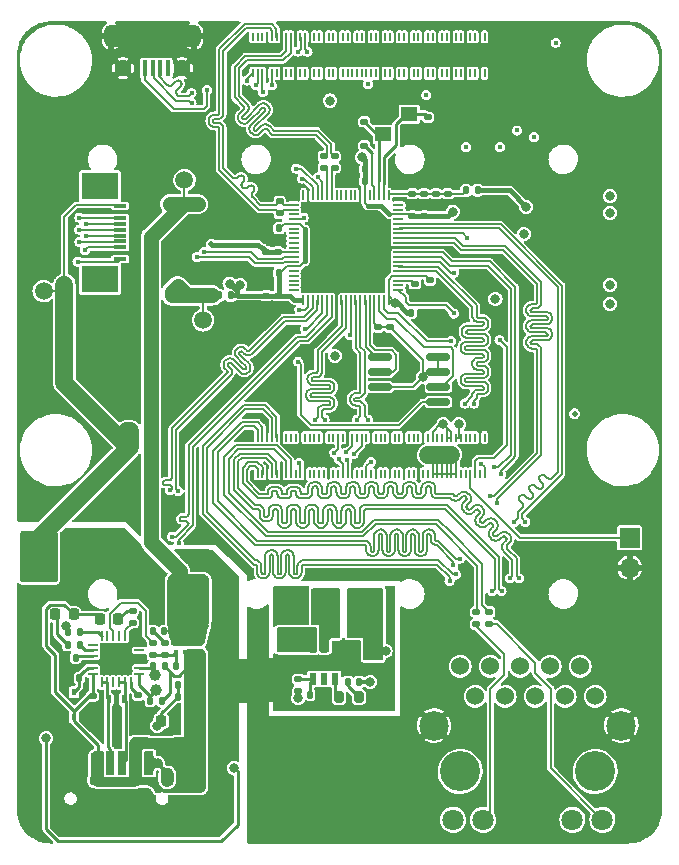
<source format=gbr>
%TF.GenerationSoftware,KiCad,Pcbnew,(6.0.7)*%
%TF.CreationDate,2022-11-16T16:45:53+01:00*%
%TF.ProjectId,MainBoard,4d61696e-426f-4617-9264-2e6b69636164,rev?*%
%TF.SameCoordinates,PXa344e00PY7102aa0*%
%TF.FileFunction,Copper,L1,Top*%
%TF.FilePolarity,Positive*%
%FSLAX46Y46*%
G04 Gerber Fmt 4.6, Leading zero omitted, Abs format (unit mm)*
G04 Created by KiCad (PCBNEW (6.0.7)) date 2022-11-16 16:45:53*
%MOMM*%
%LPD*%
G01*
G04 APERTURE LIST*
G04 Aperture macros list*
%AMRoundRect*
0 Rectangle with rounded corners*
0 $1 Rounding radius*
0 $2 $3 $4 $5 $6 $7 $8 $9 X,Y pos of 4 corners*
0 Add a 4 corners polygon primitive as box body*
4,1,4,$2,$3,$4,$5,$6,$7,$8,$9,$2,$3,0*
0 Add four circle primitives for the rounded corners*
1,1,$1+$1,$2,$3*
1,1,$1+$1,$4,$5*
1,1,$1+$1,$6,$7*
1,1,$1+$1,$8,$9*
0 Add four rect primitives between the rounded corners*
20,1,$1+$1,$2,$3,$4,$5,0*
20,1,$1+$1,$4,$5,$6,$7,0*
20,1,$1+$1,$6,$7,$8,$9,0*
20,1,$1+$1,$8,$9,$2,$3,0*%
G04 Aperture macros list end*
%TA.AperFunction,SMDPad,CuDef*%
%ADD10R,1.100000X0.300000*%
%TD*%
%TA.AperFunction,SMDPad,CuDef*%
%ADD11R,3.100000X2.300000*%
%TD*%
%TA.AperFunction,SMDPad,CuDef*%
%ADD12RoundRect,0.140000X0.140000X0.170000X-0.140000X0.170000X-0.140000X-0.170000X0.140000X-0.170000X0*%
%TD*%
%TA.AperFunction,SMDPad,CuDef*%
%ADD13RoundRect,0.135000X-0.185000X0.135000X-0.185000X-0.135000X0.185000X-0.135000X0.185000X0.135000X0*%
%TD*%
%TA.AperFunction,SMDPad,CuDef*%
%ADD14RoundRect,0.140000X0.170000X-0.140000X0.170000X0.140000X-0.170000X0.140000X-0.170000X-0.140000X0*%
%TD*%
%TA.AperFunction,SMDPad,CuDef*%
%ADD15RoundRect,0.250000X-0.250000X-0.475000X0.250000X-0.475000X0.250000X0.475000X-0.250000X0.475000X0*%
%TD*%
%TA.AperFunction,SMDPad,CuDef*%
%ADD16RoundRect,0.140000X-0.170000X0.140000X-0.170000X-0.140000X0.170000X-0.140000X0.170000X0.140000X0*%
%TD*%
%TA.AperFunction,SMDPad,CuDef*%
%ADD17R,1.400000X1.200000*%
%TD*%
%TA.AperFunction,SMDPad,CuDef*%
%ADD18RoundRect,0.218750X0.218750X0.256250X-0.218750X0.256250X-0.218750X-0.256250X0.218750X-0.256250X0*%
%TD*%
%TA.AperFunction,SMDPad,CuDef*%
%ADD19RoundRect,0.140000X-0.140000X-0.170000X0.140000X-0.170000X0.140000X0.170000X-0.140000X0.170000X0*%
%TD*%
%TA.AperFunction,SMDPad,CuDef*%
%ADD20RoundRect,0.135000X0.135000X0.185000X-0.135000X0.185000X-0.135000X-0.185000X0.135000X-0.185000X0*%
%TD*%
%TA.AperFunction,SMDPad,CuDef*%
%ADD21R,0.980000X3.400000*%
%TD*%
%TA.AperFunction,SMDPad,CuDef*%
%ADD22C,1.000000*%
%TD*%
%TA.AperFunction,SMDPad,CuDef*%
%ADD23RoundRect,0.225000X0.250000X-0.225000X0.250000X0.225000X-0.250000X0.225000X-0.250000X-0.225000X0*%
%TD*%
%TA.AperFunction,SMDPad,CuDef*%
%ADD24RoundRect,0.135000X0.185000X-0.135000X0.185000X0.135000X-0.185000X0.135000X-0.185000X-0.135000X0*%
%TD*%
%TA.AperFunction,SMDPad,CuDef*%
%ADD25R,0.550000X0.800000*%
%TD*%
%TA.AperFunction,ComponentPad*%
%ADD26R,1.700000X1.700000*%
%TD*%
%TA.AperFunction,ComponentPad*%
%ADD27O,1.700000X1.700000*%
%TD*%
%TA.AperFunction,SMDPad,CuDef*%
%ADD28RoundRect,0.250000X-0.787500X-1.025000X0.787500X-1.025000X0.787500X1.025000X-0.787500X1.025000X0*%
%TD*%
%TA.AperFunction,SMDPad,CuDef*%
%ADD29RoundRect,0.225000X0.225000X0.250000X-0.225000X0.250000X-0.225000X-0.250000X0.225000X-0.250000X0*%
%TD*%
%TA.AperFunction,SMDPad,CuDef*%
%ADD30R,0.450000X0.700000*%
%TD*%
%TA.AperFunction,SMDPad,CuDef*%
%ADD31RoundRect,0.250000X0.250000X0.475000X-0.250000X0.475000X-0.250000X-0.475000X0.250000X-0.475000X0*%
%TD*%
%TA.AperFunction,SMDPad,CuDef*%
%ADD32RoundRect,0.200000X-0.200000X-0.275000X0.200000X-0.275000X0.200000X0.275000X-0.200000X0.275000X0*%
%TD*%
%TA.AperFunction,SMDPad,CuDef*%
%ADD33RoundRect,0.062500X0.062500X-0.350000X0.062500X0.350000X-0.062500X0.350000X-0.062500X-0.350000X0*%
%TD*%
%TA.AperFunction,SMDPad,CuDef*%
%ADD34RoundRect,0.062500X0.350000X-0.062500X0.350000X0.062500X-0.350000X0.062500X-0.350000X-0.062500X0*%
%TD*%
%TA.AperFunction,SMDPad,CuDef*%
%ADD35R,2.700000X2.700000*%
%TD*%
%TA.AperFunction,SMDPad,CuDef*%
%ADD36C,1.500000*%
%TD*%
%TA.AperFunction,SMDPad,CuDef*%
%ADD37RoundRect,0.147500X0.147500X0.172500X-0.147500X0.172500X-0.147500X-0.172500X0.147500X-0.172500X0*%
%TD*%
%TA.AperFunction,SMDPad,CuDef*%
%ADD38R,0.599999X1.000001*%
%TD*%
%TA.AperFunction,SMDPad,CuDef*%
%ADD39RoundRect,0.135000X-0.135000X-0.185000X0.135000X-0.185000X0.135000X0.185000X-0.135000X0.185000X0*%
%TD*%
%TA.AperFunction,SMDPad,CuDef*%
%ADD40RoundRect,0.225000X-0.250000X0.225000X-0.250000X-0.225000X0.250000X-0.225000X0.250000X0.225000X0*%
%TD*%
%TA.AperFunction,SMDPad,CuDef*%
%ADD41R,0.425000X0.400000*%
%TD*%
%TA.AperFunction,SMDPad,CuDef*%
%ADD42R,1.150000X0.950000*%
%TD*%
%TA.AperFunction,SMDPad,CuDef*%
%ADD43R,0.750000X0.300000*%
%TD*%
%TA.AperFunction,SMDPad,CuDef*%
%ADD44RoundRect,0.147500X-0.147500X-0.172500X0.147500X-0.172500X0.147500X0.172500X-0.147500X0.172500X0*%
%TD*%
%TA.AperFunction,SMDPad,CuDef*%
%ADD45R,0.400000X1.350000*%
%TD*%
%TA.AperFunction,SMDPad,CuDef*%
%ADD46R,1.200000X1.900000*%
%TD*%
%TA.AperFunction,ComponentPad*%
%ADD47O,1.200000X1.900000*%
%TD*%
%TA.AperFunction,ComponentPad*%
%ADD48C,1.450000*%
%TD*%
%TA.AperFunction,SMDPad,CuDef*%
%ADD49R,1.500000X1.900000*%
%TD*%
%TA.AperFunction,WasherPad*%
%ADD50C,3.400000*%
%TD*%
%TA.AperFunction,ComponentPad*%
%ADD51C,1.524000*%
%TD*%
%TA.AperFunction,ComponentPad*%
%ADD52C,1.800000*%
%TD*%
%TA.AperFunction,ComponentPad*%
%ADD53C,2.500000*%
%TD*%
%TA.AperFunction,SMDPad,CuDef*%
%ADD54RoundRect,0.150000X-0.825000X-0.150000X0.825000X-0.150000X0.825000X0.150000X-0.825000X0.150000X0*%
%TD*%
%TA.AperFunction,SMDPad,CuDef*%
%ADD55R,0.200000X0.700000*%
%TD*%
%TA.AperFunction,SMDPad,CuDef*%
%ADD56R,0.700000X2.000000*%
%TD*%
%TA.AperFunction,SMDPad,CuDef*%
%ADD57R,0.760000X2.000000*%
%TD*%
%TA.AperFunction,SMDPad,CuDef*%
%ADD58R,0.800000X2.000000*%
%TD*%
%TA.AperFunction,ComponentPad*%
%ADD59O,1.100000X1.600000*%
%TD*%
%TA.AperFunction,ComponentPad*%
%ADD60O,1.600000X1.100000*%
%TD*%
%TA.AperFunction,SMDPad,CuDef*%
%ADD61RoundRect,0.218750X-0.218750X-0.256250X0.218750X-0.256250X0.218750X0.256250X-0.218750X0.256250X0*%
%TD*%
%TA.AperFunction,SMDPad,CuDef*%
%ADD62RoundRect,0.050000X0.050000X-0.362500X0.050000X0.362500X-0.050000X0.362500X-0.050000X-0.362500X0*%
%TD*%
%TA.AperFunction,SMDPad,CuDef*%
%ADD63RoundRect,0.050000X0.362500X-0.050000X0.362500X0.050000X-0.362500X0.050000X-0.362500X-0.050000X0*%
%TD*%
%TA.AperFunction,ComponentPad*%
%ADD64C,0.500000*%
%TD*%
%TA.AperFunction,SMDPad,CuDef*%
%ADD65R,3.800000X3.800000*%
%TD*%
%TA.AperFunction,SMDPad,CuDef*%
%ADD66R,0.450000X0.600000*%
%TD*%
%TA.AperFunction,ViaPad*%
%ADD67C,0.450000*%
%TD*%
%TA.AperFunction,ViaPad*%
%ADD68C,0.800000*%
%TD*%
%TA.AperFunction,ViaPad*%
%ADD69C,0.500000*%
%TD*%
%TA.AperFunction,Conductor*%
%ADD70C,0.150000*%
%TD*%
%TA.AperFunction,Conductor*%
%ADD71C,0.200000*%
%TD*%
%TA.AperFunction,Conductor*%
%ADD72C,0.250000*%
%TD*%
%TA.AperFunction,Conductor*%
%ADD73C,0.160000*%
%TD*%
%TA.AperFunction,Conductor*%
%ADD74C,0.400000*%
%TD*%
%TA.AperFunction,Conductor*%
%ADD75C,0.130000*%
%TD*%
%TA.AperFunction,Conductor*%
%ADD76C,1.300000*%
%TD*%
%TA.AperFunction,Conductor*%
%ADD77C,1.500000*%
%TD*%
%TA.AperFunction,Conductor*%
%ADD78C,0.147000*%
%TD*%
%TA.AperFunction,Conductor*%
%ADD79C,0.300000*%
%TD*%
G04 APERTURE END LIST*
D10*
%TO.P,J8,1,Pin_1*%
%TO.N,+5V*%
X9025000Y54175000D03*
%TO.P,J8,2,Pin_2*%
%TO.N,GND*%
X9025000Y53675000D03*
%TO.P,J8,3,Pin_3*%
%TO.N,/CM4/screen_MOSI*%
X9025000Y53175000D03*
%TO.P,J8,4,Pin_4*%
%TO.N,/CM4/screen_CLK*%
X9025000Y52675000D03*
%TO.P,J8,5,Pin_5*%
%TO.N,/CM4/screen_CS*%
X9025000Y52175000D03*
%TO.P,J8,6,Pin_6*%
%TO.N,/CM4/screen_DC*%
X9025000Y51675000D03*
%TO.P,J8,7,Pin_7*%
%TO.N,/CM4/screen_RST*%
X9025000Y51175000D03*
%TO.P,J8,8,Pin_8*%
%TO.N,/CM4/screen_BL*%
X9025000Y50675000D03*
%TO.P,J8,9,Pin_9*%
%TO.N,GND*%
X9025000Y50175000D03*
%TO.P,J8,10,Pin_10*%
%TO.N,/CM4/globalEN*%
X9025000Y49675000D03*
D11*
%TO.P,J8,MP*%
%TO.N,N/C*%
X7325000Y55845000D03*
X7325000Y48005000D03*
%TD*%
D12*
%TO.P,C65,1*%
%TO.N,+12V*%
X12780000Y18200000D03*
%TO.P,C65,2*%
%TO.N,Net-(C65-Pad2)*%
X11820000Y18200000D03*
%TD*%
%TO.P,C84,1*%
%TO.N,Net-(C84-Pad1)*%
X29280000Y13900000D03*
%TO.P,C84,2*%
%TO.N,Net-(C84-Pad2)*%
X28320000Y13900000D03*
%TD*%
D13*
%TO.P,R28,1*%
%TO.N,Net-(R28-Pad1)*%
X10550000Y12760000D03*
%TO.P,R28,2*%
%TO.N,GND*%
X10550000Y11740000D03*
%TD*%
D14*
%TO.P,C62,1*%
%TO.N,GND*%
X6700000Y11720000D03*
%TO.P,C62,2*%
%TO.N,VBUS*%
X6700000Y12680000D03*
%TD*%
D15*
%TO.P,C72,1*%
%TO.N,GND*%
X12170000Y22000000D03*
%TO.P,C72,2*%
%TO.N,+12V*%
X14070000Y22000000D03*
%TD*%
D13*
%TO.P,R25,1*%
%TO.N,Net-(R25-Pad1)*%
X24100000Y14110000D03*
%TO.P,R25,2*%
%TO.N,+1V0*%
X24100000Y13090000D03*
%TD*%
D14*
%TO.P,C30,1*%
%TO.N,/PCIe_sata/VAA1*%
X36770000Y55220000D03*
%TO.P,C30,2*%
%TO.N,GND*%
X36770000Y56180000D03*
%TD*%
D16*
%TO.P,C37,1*%
%TO.N,VDD*%
X35275000Y47880000D03*
%TO.P,C37,2*%
%TO.N,GND*%
X35275000Y46920000D03*
%TD*%
D17*
%TO.P,Y1,1,1*%
%TO.N,Net-(C2-Pad1)*%
X31300000Y60250000D03*
%TO.P,Y1,2,2*%
%TO.N,GND*%
X33500000Y60250000D03*
%TO.P,Y1,3,3*%
%TO.N,Net-(C11-Pad1)*%
X33500000Y61950000D03*
%TO.P,Y1,4,4*%
%TO.N,GND*%
X31300000Y61950000D03*
%TD*%
D18*
%TO.P,D10,1,K*%
%TO.N,Net-(D10-Pad1)*%
X8887500Y19200000D03*
%TO.P,D10,2,A*%
%TO.N,VBUS*%
X7312500Y19200000D03*
%TD*%
D19*
%TO.P,C64,1*%
%TO.N,GND*%
X4290000Y15900000D03*
%TO.P,C64,2*%
%TO.N,Net-(C64-Pad2)*%
X5250000Y15900000D03*
%TD*%
D20*
%TO.P,R16,1*%
%TO.N,VBUS*%
X14810000Y15200000D03*
%TO.P,R16,2*%
%TO.N,Net-(Q1-Pad3)*%
X13790000Y15200000D03*
%TD*%
D21*
%TO.P,L2,1,1*%
%TO.N,Net-(C84-Pad1)*%
X26615000Y19900000D03*
%TO.P,L2,2,2*%
%TO.N,+1V0*%
X28985000Y19900000D03*
%TD*%
D22*
%TO.P,TP5,1,1*%
%TO.N,/Power/SCL*%
X12100000Y13225000D03*
%TD*%
D14*
%TO.P,C45,1*%
%TO.N,VDD*%
X33770000Y53320000D03*
%TO.P,C45,2*%
%TO.N,GND*%
X33770000Y54280000D03*
%TD*%
D23*
%TO.P,C82,1*%
%TO.N,GND*%
X23000000Y15625000D03*
%TO.P,C82,2*%
%TO.N,+12V*%
X23000000Y17175000D03*
%TD*%
D24*
%TO.P,R19,1*%
%TO.N,Net-(Q1-Pad3)*%
X12800000Y16190000D03*
%TO.P,R19,2*%
%TO.N,Net-(C65-Pad2)*%
X12800000Y17210000D03*
%TD*%
D12*
%TO.P,C49,1*%
%TO.N,VDD*%
X29750000Y56300000D03*
%TO.P,C49,2*%
%TO.N,GND*%
X28790000Y56300000D03*
%TD*%
D16*
%TO.P,C54,1*%
%TO.N,VDD*%
X21400000Y46580000D03*
%TO.P,C54,2*%
%TO.N,GND*%
X21400000Y45620000D03*
%TD*%
D25*
%TO.P,D5,1,K1*%
%TO.N,VBUS*%
X15047700Y11216980D03*
%TO.P,D5,2,A*%
%TO.N,GND*%
X13797700Y11216980D03*
%TD*%
D16*
%TO.P,C11,1*%
%TO.N,Net-(C11-Pad1)*%
X35100000Y61680000D03*
%TO.P,C11,2*%
%TO.N,GND*%
X35100000Y60720000D03*
%TD*%
D13*
%TO.P,R10,1*%
%TO.N,Net-(R10-Pad1)*%
X33975000Y47585000D03*
%TO.P,R10,2*%
%TO.N,GND*%
X33975000Y46565000D03*
%TD*%
D26*
%TO.P,J6,1,Pin_1*%
%TO.N,/CM4/n_eeprom_en*%
X52170000Y26075000D03*
D27*
%TO.P,J6,2,Pin_2*%
%TO.N,GND*%
X52170000Y23535000D03*
%TD*%
D13*
%TO.P,R2,1*%
%TO.N,/CM4/LEDY*%
X40270000Y19810000D03*
%TO.P,R2,2*%
%TO.N,Net-(R2-Pad2)*%
X40270000Y18790000D03*
%TD*%
%TO.P,R3,1*%
%TO.N,GND*%
X29700000Y60310000D03*
%TO.P,R3,2*%
%TO.N,Net-(R3-Pad2)*%
X29700000Y59290000D03*
%TD*%
D14*
%TO.P,C27,1*%
%TO.N,VDD*%
X34770000Y53320000D03*
%TO.P,C27,2*%
%TO.N,GND*%
X34770000Y54280000D03*
%TD*%
D28*
%TO.P,C79,1*%
%TO.N,+5V*%
X2157500Y25300000D03*
%TO.P,C79,2*%
%TO.N,GND*%
X8382500Y25300000D03*
%TD*%
D14*
%TO.P,C50,1*%
%TO.N,+3V3*%
X22400000Y50320000D03*
%TO.P,C50,2*%
%TO.N,GND*%
X22400000Y51280000D03*
%TD*%
D29*
%TO.P,C61,1*%
%TO.N,Net-(C61-Pad1)*%
X12500000Y10550000D03*
%TO.P,C61,2*%
%TO.N,GND*%
X10950000Y10550000D03*
%TD*%
D13*
%TO.P,R1,1*%
%TO.N,/CM4/LEDG*%
X39185000Y19800000D03*
%TO.P,R1,2*%
%TO.N,Net-(R1-Pad2)*%
X39185000Y18780000D03*
%TD*%
D15*
%TO.P,C67,1*%
%TO.N,GND*%
X12170000Y19950000D03*
%TO.P,C67,2*%
%TO.N,+12V*%
X14070000Y19950000D03*
%TD*%
D13*
%TO.P,R4,1*%
%TO.N,/CM4/PCIE_CLK_P*%
X22540000Y54570000D03*
%TO.P,R4,2*%
%TO.N,/CM4/PCIE_CLK_N*%
X22540000Y53550000D03*
%TD*%
D16*
%TO.P,C12,1*%
%TO.N,/CM4/PCIE_RX_P*%
X26250000Y58380000D03*
%TO.P,C12,2*%
%TO.N,Net-(C12-Pad2)*%
X26250000Y57420000D03*
%TD*%
D12*
%TO.P,C32,1*%
%TO.N,VDD*%
X22480000Y52300000D03*
%TO.P,C32,2*%
%TO.N,GND*%
X21520000Y52300000D03*
%TD*%
D30*
%TO.P,D6,1,K*%
%TO.N,/Power/CC1*%
X9350000Y12400000D03*
%TO.P,D6,2,K*%
%TO.N,/Power/CC2*%
X8050000Y12400000D03*
%TO.P,D6,3,A*%
%TO.N,GND*%
X8700000Y10400000D03*
%TD*%
D31*
%TO.P,C81,1*%
%TO.N,GND*%
X17520000Y19950000D03*
%TO.P,C81,2*%
%TO.N,+12V*%
X15620000Y19950000D03*
%TD*%
D19*
%TO.P,C42,1*%
%TO.N,VDD*%
X33690000Y45150000D03*
%TO.P,C42,2*%
%TO.N,GND*%
X34650000Y45150000D03*
%TD*%
D32*
%TO.P,R24,1*%
%TO.N,Net-(R24-Pad1)*%
X27575000Y12600000D03*
%TO.P,R24,2*%
%TO.N,Net-(C84-Pad2)*%
X29225000Y12600000D03*
%TD*%
D16*
%TO.P,C44,1*%
%TO.N,+3V3*%
X31875000Y43930000D03*
%TO.P,C44,2*%
%TO.N,GND*%
X31875000Y42970000D03*
%TD*%
D12*
%TO.P,C43,1*%
%TO.N,VDD*%
X22450000Y48500000D03*
%TO.P,C43,2*%
%TO.N,GND*%
X21490000Y48500000D03*
%TD*%
D33*
%TO.P,U6,1,CC1DB*%
%TO.N,/Power/CC2*%
X7450000Y13837500D03*
%TO.P,U6,2,CC1*%
X7950000Y13837500D03*
%TO.P,U6,3,NC*%
%TO.N,unconnected-(U6-Pad3)*%
X8450000Y13837500D03*
%TO.P,U6,4,CC2*%
%TO.N,/Power/CC1*%
X8950000Y13837500D03*
%TO.P,U6,5,CC2DB*%
X9450000Y13837500D03*
%TO.P,U6,6,RESET*%
%TO.N,Net-(R28-Pad1)*%
X9950000Y13837500D03*
D34*
%TO.P,U6,7,SCL*%
%TO.N,/Power/SCL*%
X10662500Y14550000D03*
%TO.P,U6,8,SDA*%
%TO.N,/Power/SDA*%
X10662500Y15050000D03*
%TO.P,U6,9,DISCH*%
%TO.N,GND*%
X10662500Y15550000D03*
%TO.P,U6,10,GND*%
X10662500Y16050000D03*
%TO.P,U6,11,ATTACH*%
%TO.N,unconnected-(U6-Pad11)*%
X10662500Y16550000D03*
%TO.P,U6,12,ADDR0*%
%TO.N,GND*%
X10662500Y17050000D03*
D33*
%TO.P,U6,13,ADDR1*%
X9950000Y17762500D03*
%TO.P,U6,14,POWER_OK3*%
%TO.N,Net-(R17-Pad1)*%
X9450000Y17762500D03*
%TO.P,U6,15,GPIO*%
%TO.N,unconnected-(U6-Pad15)*%
X8950000Y17762500D03*
%TO.P,U6,16,VBUS_EN_SNK*%
%TO.N,Net-(R18-Pad2)*%
X8450000Y17762500D03*
%TO.P,U6,17,A_B_SIDE*%
%TO.N,unconnected-(U6-Pad17)*%
X7950000Y17762500D03*
%TO.P,U6,18,VBUS_VS_DISCH*%
%TO.N,/Power/Vbus_vs_Disch*%
X7450000Y17762500D03*
D34*
%TO.P,U6,19,ALERT*%
%TO.N,unconnected-(U6-Pad19)*%
X6737500Y17050000D03*
%TO.P,U6,20,POWER_OK2*%
%TO.N,Net-(R15-Pad1)*%
X6737500Y16550000D03*
%TO.P,U6,21,VREG_1V2*%
%TO.N,Net-(C64-Pad2)*%
X6737500Y16050000D03*
%TO.P,U6,22,VSYS*%
%TO.N,GND*%
X6737500Y15550000D03*
%TO.P,U6,23,VREG_2V7*%
%TO.N,Net-(C63-Pad2)*%
X6737500Y15050000D03*
%TO.P,U6,24,VDD*%
%TO.N,VBUS*%
X6737500Y14550000D03*
D35*
%TO.P,U6,25,GND*%
%TO.N,GND*%
X8700000Y15800000D03*
%TD*%
D36*
%TO.P,TP2,1,1*%
%TO.N,+12V*%
X14475000Y56375000D03*
%TD*%
D37*
%TO.P,FB4,1*%
%TO.N,+1V8*%
X39285000Y55500000D03*
%TO.P,FB4,2*%
%TO.N,/PCIe_sata/VAA1*%
X38315000Y55500000D03*
%TD*%
D38*
%TO.P,U8,1,GND*%
%TO.N,GND*%
X27250001Y16875001D03*
%TO.P,U8,2,SW*%
%TO.N,Net-(C84-Pad1)*%
X26300000Y16875001D03*
%TO.P,U8,3,VIN*%
%TO.N,+12V*%
X25350002Y16875001D03*
%TO.P,U8,4,FB*%
%TO.N,Net-(R25-Pad1)*%
X25350002Y14125001D03*
%TO.P,U8,5,EN*%
%TO.N,unconnected-(U8-Pad5)*%
X26300000Y14125001D03*
%TO.P,U8,6,BOOT*%
%TO.N,Net-(R24-Pad1)*%
X27250001Y14125001D03*
%TD*%
D39*
%TO.P,R12,1*%
%TO.N,/Power/SCL*%
X11565000Y12275000D03*
%TO.P,R12,2*%
%TO.N,VBUS*%
X12585000Y12275000D03*
%TD*%
D22*
%TO.P,TP4,1,1*%
%TO.N,/Power/SDA*%
X12000000Y14500000D03*
%TD*%
D40*
%TO.P,C60,1*%
%TO.N,VBUS*%
X15500000Y5175000D03*
%TO.P,C60,2*%
%TO.N,GND*%
X15500000Y3625000D03*
%TD*%
D41*
%TO.P,Q1,1,D*%
%TO.N,+12V*%
X13762500Y17750000D03*
%TO.P,Q1,2,D*%
X13762500Y17100000D03*
%TO.P,Q1,3,G*%
%TO.N,Net-(Q1-Pad3)*%
X13762500Y16450000D03*
%TO.P,Q1,4,S*%
%TO.N,VBUS*%
X15637500Y16450000D03*
%TO.P,Q1,5,D*%
%TO.N,+12V*%
X15637500Y17100000D03*
%TO.P,Q1,6,D*%
X15637500Y17750000D03*
D42*
%TO.P,Q1,D,D*%
X14700000Y17425000D03*
D43*
%TO.P,Q1,S,S*%
%TO.N,VBUS*%
X14700000Y16450000D03*
%TD*%
D14*
%TO.P,C25,1*%
%TO.N,/PCIe_sata/VAA1*%
X35770000Y55220000D03*
%TO.P,C25,2*%
%TO.N,GND*%
X35770000Y56180000D03*
%TD*%
D16*
%TO.P,C13,1*%
%TO.N,/CM4/PCIE_RX_N*%
X27200000Y58380000D03*
%TO.P,C13,2*%
%TO.N,Net-(C13-Pad2)*%
X27200000Y57420000D03*
%TD*%
D12*
%TO.P,C22,1*%
%TO.N,VDD*%
X29750000Y57300000D03*
%TO.P,C22,2*%
%TO.N,GND*%
X28790000Y57300000D03*
%TD*%
D15*
%TO.P,C85,1*%
%TO.N,GND*%
X28650000Y16600000D03*
%TO.P,C85,2*%
%TO.N,+1V0*%
X30550000Y16600000D03*
%TD*%
D39*
%TO.P,R13,1*%
%TO.N,Net-(C61-Pad1)*%
X4590000Y18100000D03*
%TO.P,R13,2*%
%TO.N,/Power/Vbus_vs_Disch*%
X5610000Y18100000D03*
%TD*%
D24*
%TO.P,R18,1*%
%TO.N,Net-(Q1-Pad3)*%
X11800000Y16190000D03*
%TO.P,R18,2*%
%TO.N,Net-(R18-Pad2)*%
X11800000Y17210000D03*
%TD*%
D14*
%TO.P,C83,1*%
%TO.N,GND*%
X24200000Y15920000D03*
%TO.P,C83,2*%
%TO.N,+12V*%
X24200000Y16880000D03*
%TD*%
D16*
%TO.P,C51,1*%
%TO.N,VDD*%
X22400000Y46580000D03*
%TO.P,C51,2*%
%TO.N,GND*%
X22400000Y45620000D03*
%TD*%
%TO.P,C46,1*%
%TO.N,+3V3*%
X30875000Y43930000D03*
%TO.P,C46,2*%
%TO.N,GND*%
X30875000Y42970000D03*
%TD*%
D36*
%TO.P,TP3,1,1*%
%TO.N,+5V*%
X2550000Y46975000D03*
%TD*%
D44*
%TO.P,D7,1,K*%
%TO.N,Net-(C61-Pad1)*%
X13915000Y13600000D03*
%TO.P,D7,2,A*%
%TO.N,VBUS*%
X14885000Y13600000D03*
%TD*%
D45*
%TO.P,J7,1,VBUS*%
%TO.N,unconnected-(J7-Pad1)*%
X13070000Y65847500D03*
%TO.P,J7,2,D-*%
%TO.N,/CM4/USB-*%
X12420000Y65847500D03*
%TO.P,J7,3,D+*%
%TO.N,/CM4/USB+*%
X11770000Y65847500D03*
%TO.P,J7,4,ID*%
%TO.N,/CM4/OTG_ID*%
X11120000Y65847500D03*
%TO.P,J7,5,GND*%
%TO.N,GND*%
X10470000Y65847500D03*
D46*
%TO.P,J7,6,Shield*%
X14670000Y68547500D03*
D47*
X15270000Y68547500D03*
D48*
X9270000Y65847500D03*
D47*
X8270000Y68547500D03*
D49*
X12770000Y68547500D03*
D46*
X8870000Y68547500D03*
D48*
X14270000Y65847500D03*
D49*
X10770000Y68547500D03*
%TD*%
D20*
%TO.P,R11,1*%
%TO.N,VBUS*%
X14910000Y12600000D03*
%TO.P,R11,2*%
%TO.N,Net-(C61-Pad1)*%
X13890000Y12600000D03*
%TD*%
D31*
%TO.P,C78,1*%
%TO.N,GND*%
X17540000Y22000000D03*
%TO.P,C78,2*%
%TO.N,+12V*%
X15640000Y22000000D03*
%TD*%
D39*
%TO.P,R14,1*%
%TO.N,/Power/SDA*%
X11790000Y15200000D03*
%TO.P,R14,2*%
%TO.N,VBUS*%
X12810000Y15200000D03*
%TD*%
D50*
%TO.P,U3,*%
%TO.N,*%
X49250000Y6300000D03*
X37820000Y6300000D03*
D51*
%TO.P,U3,1,TRD0+*%
%TO.N,/CM4/TRD0+*%
X37820000Y15190000D03*
%TO.P,U3,2,TRD0-*%
%TO.N,/CM4/TRD0-*%
X39090000Y12650000D03*
%TO.P,U3,3,TRD1+*%
%TO.N,/CM4/TRD1+*%
X40360000Y15190000D03*
%TO.P,U3,4,TRD1-*%
%TO.N,/CM4/TRD1-*%
X41630000Y12650000D03*
%TO.P,U3,5,CT*%
%TO.N,Net-(C1-Pad1)*%
X42900000Y15190000D03*
%TO.P,U3,6,CT*%
X44170000Y12650000D03*
%TO.P,U3,7,TRD2+*%
%TO.N,/CM4/TRD2+*%
X45440000Y15190000D03*
%TO.P,U3,8,TRD2-*%
%TO.N,/CM4/TRD2-*%
X46710000Y12650000D03*
%TO.P,U3,9,TRD3+*%
%TO.N,/CM4/TRD3+*%
X47980000Y15190000D03*
%TO.P,U3,10,TRD3-*%
%TO.N,/CM4/TRD3-*%
X49250000Y12650000D03*
D52*
%TO.P,U3,11,LEDG_A*%
%TO.N,+3V3*%
X37210000Y2190000D03*
%TO.P,U3,12,LEDG_K*%
%TO.N,Net-(R1-Pad2)*%
X39750000Y2190000D03*
%TO.P,U3,13,LEDY_A*%
%TO.N,+3V3*%
X47320000Y2190000D03*
%TO.P,U3,14,LEDY_K*%
%TO.N,Net-(R2-Pad2)*%
X49860000Y2190000D03*
D53*
%TO.P,U3,sh,SHIELD*%
%TO.N,GND*%
X35610000Y10190000D03*
X51460000Y10190000D03*
%TD*%
D24*
%TO.P,R17,1*%
%TO.N,Net-(R17-Pad1)*%
X10100000Y18890000D03*
%TO.P,R17,2*%
%TO.N,Net-(D10-Pad1)*%
X10100000Y19910000D03*
%TD*%
D19*
%TO.P,C63,1*%
%TO.N,GND*%
X4620000Y14200000D03*
%TO.P,C63,2*%
%TO.N,Net-(C63-Pad2)*%
X5580000Y14200000D03*
%TD*%
D54*
%TO.P,U5,1,~{CS}*%
%TO.N,/PCIe_sata/SPI_CS*%
X31025000Y41405000D03*
%TO.P,U5,2,SO/IO1*%
%TO.N,/PCIe_sata/SPI_DI*%
X31025000Y40135000D03*
%TO.P,U5,3,~{WP}/IO2*%
%TO.N,+3V3*%
X31025000Y38865000D03*
%TO.P,U5,4,GND*%
%TO.N,GND*%
X31025000Y37595000D03*
%TO.P,U5,5,SI/IO0*%
%TO.N,/PCIe_sata/SPI_DO*%
X35975000Y37595000D03*
%TO.P,U5,6,SCK*%
%TO.N,/PCIe_sata/SPI_CLK*%
X35975000Y38865000D03*
%TO.P,U5,7,~{HOLD}/IO3*%
%TO.N,+3V3*%
X35975000Y40135000D03*
%TO.P,U5,8,VCC*%
X35975000Y41405000D03*
%TD*%
D55*
%TO.P,Module1,1,GND*%
%TO.N,GND*%
X20280000Y31490000D03*
%TO.P,Module1,2,GND*%
X20280000Y34570000D03*
%TO.P,Module1,3,Ethernet_Pair3_P*%
%TO.N,/CM4/TRD3+*%
X20680000Y31490000D03*
%TO.P,Module1,4,Ethernet_Pair1_P*%
%TO.N,/CM4/TRD1+*%
X20680000Y34570000D03*
%TO.P,Module1,5,Ethernet_Pair3_N*%
%TO.N,/CM4/TRD3-*%
X21080000Y31490000D03*
%TO.P,Module1,6,Ethernet_Pair1_N*%
%TO.N,/CM4/TRD1-*%
X21080000Y34570000D03*
%TO.P,Module1,7,GND*%
%TO.N,GND*%
X21480000Y31490000D03*
%TO.P,Module1,8,GND*%
X21480000Y34570000D03*
%TO.P,Module1,9,Ethernet_Pair2_N*%
%TO.N,/CM4/TRD2+*%
X21880000Y31490000D03*
%TO.P,Module1,10,Ethernet_Pair0_N*%
%TO.N,/CM4/TRD0+*%
X21880000Y34570000D03*
%TO.P,Module1,11,Ethernet_Pair2_P*%
%TO.N,/CM4/TRD2-*%
X22280000Y31490000D03*
%TO.P,Module1,12,Ethernet_Pair0_P*%
%TO.N,/CM4/TRD0-*%
X22280000Y34570000D03*
%TO.P,Module1,13,GND*%
%TO.N,GND*%
X22680000Y31490000D03*
%TO.P,Module1,14,GND*%
X22680000Y34570000D03*
%TO.P,Module1,15,Ethernet_nLED3(3.3v)*%
%TO.N,/CM4/LEDY*%
X23080000Y31490000D03*
%TO.P,Module1,16,Ethernet_SYNC_IN(1.8v)*%
%TO.N,unconnected-(Module1-Pad16)*%
X23080000Y34570000D03*
%TO.P,Module1,17,Ethernet_nLED2(3.3v)*%
%TO.N,/CM4/LEDG*%
X23480000Y31490000D03*
%TO.P,Module1,18,Ethernet_SYNC_OUT(1.8v)*%
%TO.N,unconnected-(Module1-Pad18)*%
X23480000Y34570000D03*
%TO.P,Module1,19,Ethernet_nLED1(3.3v)*%
%TO.N,unconnected-(Module1-Pad19)*%
X23880000Y31490000D03*
%TO.P,Module1,20,EEPROM_nWP*%
%TO.N,unconnected-(Module1-Pad20)*%
X23880000Y34570000D03*
%TO.P,Module1,21,PI_nLED_Activity*%
%TO.N,Net-(Module1-Pad21)*%
X24280000Y31490000D03*
%TO.P,Module1,22,GND*%
%TO.N,GND*%
X24280000Y34570000D03*
%TO.P,Module1,23,GND*%
X24680000Y31490000D03*
%TO.P,Module1,24,GPIO26*%
%TO.N,unconnected-(Module1-Pad24)*%
X24680000Y34570000D03*
%TO.P,Module1,25,GPIO21*%
%TO.N,unconnected-(Module1-Pad25)*%
X25080000Y31490000D03*
%TO.P,Module1,26,GPIO19*%
%TO.N,unconnected-(Module1-Pad26)*%
X25080000Y34570000D03*
%TO.P,Module1,27,GPIO20*%
%TO.N,unconnected-(Module1-Pad27)*%
X25480000Y31490000D03*
%TO.P,Module1,28,GPIO13*%
%TO.N,unconnected-(Module1-Pad28)*%
X25480000Y34570000D03*
%TO.P,Module1,29,GPIO16*%
%TO.N,unconnected-(Module1-Pad29)*%
X25880000Y31490000D03*
%TO.P,Module1,30,GPIO6*%
%TO.N,unconnected-(Module1-Pad30)*%
X25880000Y34570000D03*
%TO.P,Module1,31,GPIO12*%
%TO.N,unconnected-(Module1-Pad31)*%
X26280000Y31490000D03*
%TO.P,Module1,32,GND*%
%TO.N,GND*%
X26280000Y34570000D03*
%TO.P,Module1,33,GND*%
X26680000Y31490000D03*
%TO.P,Module1,34,GPIO5*%
%TO.N,unconnected-(Module1-Pad34)*%
X26680000Y34570000D03*
%TO.P,Module1,35,ID_SC*%
%TO.N,unconnected-(Module1-Pad35)*%
X27080000Y31490000D03*
%TO.P,Module1,36,ID_SD*%
%TO.N,unconnected-(Module1-Pad36)*%
X27080000Y34570000D03*
%TO.P,Module1,37,GPIO7*%
%TO.N,unconnected-(Module1-Pad37)*%
X27480000Y31490000D03*
%TO.P,Module1,38,GPIO11*%
%TO.N,/CM4/screen_CLK*%
X27480000Y34570000D03*
%TO.P,Module1,39,GPIO8*%
%TO.N,/CM4/screen_CS*%
X27880000Y31490000D03*
%TO.P,Module1,40,GPIO9*%
%TO.N,unconnected-(Module1-Pad40)*%
X27880000Y34570000D03*
%TO.P,Module1,41,GPIO25*%
%TO.N,/CM4/screen_DC*%
X28280000Y31490000D03*
%TO.P,Module1,42,GND*%
%TO.N,GND*%
X28280000Y34570000D03*
%TO.P,Module1,43,GND*%
X28680000Y31490000D03*
%TO.P,Module1,44,GPIO10*%
%TO.N,/CM4/screen_MOSI*%
X28680000Y34570000D03*
%TO.P,Module1,45,GPIO24*%
%TO.N,unconnected-(Module1-Pad45)*%
X29080000Y31490000D03*
%TO.P,Module1,46,GPIO22*%
%TO.N,unconnected-(Module1-Pad46)*%
X29080000Y34570000D03*
%TO.P,Module1,47,GPIO23*%
%TO.N,unconnected-(Module1-Pad47)*%
X29480000Y31490000D03*
%TO.P,Module1,48,GPIO27*%
%TO.N,/CM4/screen_RST*%
X29480000Y34570000D03*
%TO.P,Module1,49,GPIO18*%
%TO.N,/CM4/screen_BL*%
X29880000Y31490000D03*
%TO.P,Module1,50,GPIO17*%
%TO.N,unconnected-(Module1-Pad50)*%
X29880000Y34570000D03*
%TO.P,Module1,51,GPIO15*%
%TO.N,unconnected-(Module1-Pad51)*%
X30280000Y31490000D03*
%TO.P,Module1,52,GND*%
%TO.N,GND*%
X30280000Y34570000D03*
%TO.P,Module1,53,GND*%
X30680000Y31490000D03*
%TO.P,Module1,54,GPIO4*%
%TO.N,unconnected-(Module1-Pad54)*%
X30680000Y34570000D03*
%TO.P,Module1,55,GPIO14*%
%TO.N,unconnected-(Module1-Pad55)*%
X31080000Y31490000D03*
%TO.P,Module1,56,GPIO3*%
%TO.N,unconnected-(Module1-Pad56)*%
X31080000Y34570000D03*
%TO.P,Module1,57,SD_CLK*%
%TO.N,unconnected-(Module1-Pad57)*%
X31480000Y31490000D03*
%TO.P,Module1,58,GPIO2*%
%TO.N,unconnected-(Module1-Pad58)*%
X31480000Y34570000D03*
%TO.P,Module1,59,GND*%
%TO.N,GND*%
X31880000Y31490000D03*
%TO.P,Module1,60,GND*%
X31880000Y34570000D03*
%TO.P,Module1,61,SD_DAT3*%
%TO.N,unconnected-(Module1-Pad61)*%
X32280000Y31490000D03*
%TO.P,Module1,62,SD_CMD*%
%TO.N,unconnected-(Module1-Pad62)*%
X32280000Y34570000D03*
%TO.P,Module1,63,SD_DAT0*%
%TO.N,unconnected-(Module1-Pad63)*%
X32680000Y31490000D03*
%TO.P,Module1,64,SD_DAT5*%
%TO.N,unconnected-(Module1-Pad64)*%
X32680000Y34570000D03*
%TO.P,Module1,65,GND*%
%TO.N,GND*%
X33080000Y31490000D03*
%TO.P,Module1,66,GND*%
X33080000Y34570000D03*
%TO.P,Module1,67,SD_DAT1*%
%TO.N,unconnected-(Module1-Pad67)*%
X33480000Y31490000D03*
%TO.P,Module1,68,SD_DAT4*%
%TO.N,unconnected-(Module1-Pad68)*%
X33480000Y34570000D03*
%TO.P,Module1,69,SD_DAT2*%
%TO.N,unconnected-(Module1-Pad69)*%
X33880000Y31490000D03*
%TO.P,Module1,70,SD_DAT7*%
%TO.N,unconnected-(Module1-Pad70)*%
X33880000Y34570000D03*
%TO.P,Module1,71,GND*%
%TO.N,GND*%
X34280000Y31490000D03*
%TO.P,Module1,72,SD_DAT6*%
%TO.N,unconnected-(Module1-Pad72)*%
X34280000Y34570000D03*
%TO.P,Module1,73,SD_VDD_Override*%
%TO.N,unconnected-(Module1-Pad73)*%
X34680000Y31490000D03*
%TO.P,Module1,74,GND*%
%TO.N,GND*%
X34680000Y34570000D03*
%TO.P,Module1,75,SD_PWR_ON*%
%TO.N,unconnected-(Module1-Pad75)*%
X35080000Y31490000D03*
%TO.P,Module1,76,Reserved*%
%TO.N,unconnected-(Module1-Pad76)*%
X35080000Y34570000D03*
%TO.P,Module1,77,+5v_(Input)*%
%TO.N,+5V*%
X35480000Y31490000D03*
%TO.P,Module1,78,GPIO_VREF(1.8v/3.3v_Input)*%
%TO.N,+3V3*%
X35480000Y34570000D03*
%TO.P,Module1,79,+5v_(Input)*%
%TO.N,+5V*%
X35880000Y31490000D03*
%TO.P,Module1,80,SCL0*%
%TO.N,unconnected-(Module1-Pad80)*%
X35880000Y34570000D03*
%TO.P,Module1,81,+5v_(Input)*%
%TO.N,+5V*%
X36280000Y31490000D03*
%TO.P,Module1,82,SDA0*%
%TO.N,unconnected-(Module1-Pad82)*%
X36280000Y34570000D03*
%TO.P,Module1,83,+5v_(Input)*%
%TO.N,+5V*%
X36680000Y31490000D03*
%TO.P,Module1,84,+3.3v_(Output)*%
%TO.N,+3V3*%
X36680000Y34570000D03*
%TO.P,Module1,85,+5v_(Input)*%
%TO.N,+5V*%
X37080000Y31490000D03*
%TO.P,Module1,86,+3.3v_(Output)*%
%TO.N,+3V3*%
X37080000Y34570000D03*
%TO.P,Module1,87,+5v_(Input)*%
%TO.N,+5V*%
X37480000Y31490000D03*
%TO.P,Module1,88,+1.8v_(Output)*%
%TO.N,+1V8*%
X37480000Y34570000D03*
%TO.P,Module1,89,WiFi_nDisable*%
%TO.N,unconnected-(Module1-Pad89)*%
X37880000Y31490000D03*
%TO.P,Module1,90,+1.8v_(Output)*%
%TO.N,+1V8*%
X37880000Y34570000D03*
%TO.P,Module1,91,BT_nDisable*%
%TO.N,unconnected-(Module1-Pad91)*%
X38280000Y31490000D03*
%TO.P,Module1,92,RUN_PG*%
%TO.N,unconnected-(Module1-Pad92)*%
X38280000Y34570000D03*
%TO.P,Module1,93,nRPIBOOT*%
%TO.N,/CM4/n_eeprom_en*%
X38680000Y31490000D03*
%TO.P,Module1,94,AnalogIP1*%
%TO.N,unconnected-(Module1-Pad94)*%
X38680000Y34570000D03*
%TO.P,Module1,95,nPI_LED_PWR*%
%TO.N,/CM4/pwr_led*%
X39080000Y31490000D03*
%TO.P,Module1,96,AnalogIP0*%
%TO.N,unconnected-(Module1-Pad96)*%
X39080000Y34570000D03*
%TO.P,Module1,97,Camera_GPIO*%
%TO.N,unconnected-(Module1-Pad97)*%
X39480000Y31490000D03*
%TO.P,Module1,98,GND*%
%TO.N,GND*%
X39480000Y34570000D03*
%TO.P,Module1,99,Global_EN*%
%TO.N,/CM4/globalEN*%
X39880000Y31490000D03*
%TO.P,Module1,100,nEXTRST*%
%TO.N,unconnected-(Module1-Pad100)*%
X39880000Y34570000D03*
%TO.P,Module1,101,USB_OTG_ID*%
%TO.N,/CM4/OTG_ID*%
X20280000Y65410000D03*
%TO.P,Module1,102,PCIe_CLK_nREQ*%
%TO.N,/CM4/PCIE_CLK_nREQ*%
X20280000Y68490000D03*
%TO.P,Module1,103,USB2_N*%
%TO.N,/CM4/USB-*%
X20680000Y65410000D03*
%TO.P,Module1,104,Reserved*%
%TO.N,unconnected-(Module1-Pad104)*%
X20680000Y68490000D03*
%TO.P,Module1,105,USB2_P*%
%TO.N,/CM4/USB+*%
X21080000Y65410000D03*
%TO.P,Module1,106,Reserved*%
%TO.N,unconnected-(Module1-Pad106)*%
X21080000Y68490000D03*
%TO.P,Module1,107,GND*%
%TO.N,GND*%
X21480000Y65410000D03*
%TO.P,Module1,108,GND*%
X21480000Y68490000D03*
%TO.P,Module1,109,PCIe_nRST*%
%TO.N,/CM4/PCIE_nRST*%
X21880000Y65410000D03*
%TO.P,Module1,110,PCIe_CLK_P*%
%TO.N,/CM4/PCIE_CLK_P*%
X21880000Y68490000D03*
%TO.P,Module1,111,VDAC_COMP*%
%TO.N,unconnected-(Module1-Pad111)*%
X22280000Y65410000D03*
%TO.P,Module1,112,PCIe_CLK_N*%
%TO.N,/CM4/PCIE_CLK_N*%
X22280000Y68490000D03*
%TO.P,Module1,113,GND*%
%TO.N,GND*%
X22680000Y65410000D03*
%TO.P,Module1,114,GND*%
X22680000Y68490000D03*
%TO.P,Module1,115,CAM1_D0_N*%
%TO.N,unconnected-(Module1-Pad115)*%
X23080000Y65410000D03*
%TO.P,Module1,116,PCIe_RX_P*%
%TO.N,/CM4/PCIE_RX_P*%
X23080000Y68490000D03*
%TO.P,Module1,117,CAM1_D0_P*%
%TO.N,unconnected-(Module1-Pad117)*%
X23480000Y65410000D03*
%TO.P,Module1,118,PCIe_RX_N*%
%TO.N,/CM4/PCIE_RX_N*%
X23480000Y68490000D03*
%TO.P,Module1,119,GND*%
%TO.N,GND*%
X23880000Y65410000D03*
%TO.P,Module1,120,GND*%
X23880000Y68490000D03*
%TO.P,Module1,121,CAM1_D1_N*%
%TO.N,unconnected-(Module1-Pad121)*%
X24280000Y65410000D03*
%TO.P,Module1,122,PCIe_TX_P*%
%TO.N,/CM4/PCIE_TX_P*%
X24280000Y68490000D03*
%TO.P,Module1,123,CAM1_D1_P*%
%TO.N,unconnected-(Module1-Pad123)*%
X24680000Y65410000D03*
%TO.P,Module1,124,PCIe_TX_N*%
%TO.N,/CM4/PCIE_TX_N*%
X24680000Y68490000D03*
%TO.P,Module1,125,GND*%
%TO.N,GND*%
X25080000Y65410000D03*
%TO.P,Module1,126,GND*%
X25080000Y68490000D03*
%TO.P,Module1,127,CAM1_C_N*%
%TO.N,unconnected-(Module1-Pad127)*%
X25480000Y65410000D03*
%TO.P,Module1,128,CAM0_D0_N*%
%TO.N,unconnected-(Module1-Pad128)*%
X25480000Y68490000D03*
%TO.P,Module1,129,CAM1_C_P*%
%TO.N,unconnected-(Module1-Pad129)*%
X25880000Y65410000D03*
%TO.P,Module1,130,CAM0_D0_P*%
%TO.N,unconnected-(Module1-Pad130)*%
X25880000Y68490000D03*
%TO.P,Module1,131,GND*%
%TO.N,GND*%
X26280000Y65410000D03*
%TO.P,Module1,132,GND*%
X26280000Y68490000D03*
%TO.P,Module1,133,CAM1_D2_N*%
%TO.N,unconnected-(Module1-Pad133)*%
X26680000Y65410000D03*
%TO.P,Module1,134,CAM0_D1_N*%
%TO.N,unconnected-(Module1-Pad134)*%
X26680000Y68490000D03*
%TO.P,Module1,135,CAM1_D2_P*%
%TO.N,unconnected-(Module1-Pad135)*%
X27080000Y65410000D03*
%TO.P,Module1,136,CAM0_D1_P*%
%TO.N,unconnected-(Module1-Pad136)*%
X27080000Y68490000D03*
%TO.P,Module1,137,GND*%
%TO.N,GND*%
X27480000Y65410000D03*
%TO.P,Module1,138,GND*%
X27480000Y68490000D03*
%TO.P,Module1,139,CAM1_D3_N*%
%TO.N,unconnected-(Module1-Pad139)*%
X27880000Y65410000D03*
%TO.P,Module1,140,CAM0_C_N*%
%TO.N,unconnected-(Module1-Pad140)*%
X27880000Y68490000D03*
%TO.P,Module1,141,CAM1_D3_P*%
%TO.N,unconnected-(Module1-Pad141)*%
X28280000Y65410000D03*
%TO.P,Module1,142,CAM0_C_P*%
%TO.N,unconnected-(Module1-Pad142)*%
X28280000Y68490000D03*
%TO.P,Module1,143,HDMI1_HOTPLUG*%
%TO.N,unconnected-(Module1-Pad143)*%
X28680000Y65410000D03*
%TO.P,Module1,144,GND*%
%TO.N,GND*%
X28680000Y68490000D03*
%TO.P,Module1,145,HDMI1_SDA*%
%TO.N,unconnected-(Module1-Pad145)*%
X29080000Y65410000D03*
%TO.P,Module1,146,HDMI1_TX2_P*%
%TO.N,unconnected-(Module1-Pad146)*%
X29080000Y68490000D03*
%TO.P,Module1,147,HDMI1_SCL*%
%TO.N,unconnected-(Module1-Pad147)*%
X29480000Y65410000D03*
%TO.P,Module1,148,HDMI1_TX2_N*%
%TO.N,unconnected-(Module1-Pad148)*%
X29480000Y68490000D03*
%TO.P,Module1,149,HDMI1_CEC*%
%TO.N,unconnected-(Module1-Pad149)*%
X29880000Y65410000D03*
%TO.P,Module1,150,GND*%
%TO.N,GND*%
X29880000Y68490000D03*
%TO.P,Module1,151,HDMI0_CEC*%
%TO.N,unconnected-(Module1-Pad151)*%
X30280000Y65410000D03*
%TO.P,Module1,152,HDMI1_TX1_P*%
%TO.N,unconnected-(Module1-Pad152)*%
X30280000Y68490000D03*
%TO.P,Module1,153,HDMI0_HOTPLUG*%
%TO.N,unconnected-(Module1-Pad153)*%
X30680000Y65410000D03*
%TO.P,Module1,154,HDMI1_TX1_N*%
%TO.N,unconnected-(Module1-Pad154)*%
X30680000Y68490000D03*
%TO.P,Module1,155,GND*%
%TO.N,GND*%
X31080000Y65410000D03*
%TO.P,Module1,156,GND*%
X31080000Y68490000D03*
%TO.P,Module1,157,DSI0_D0_N*%
%TO.N,unconnected-(Module1-Pad157)*%
X31480000Y65410000D03*
%TO.P,Module1,158,HDMI1_TX0_P*%
%TO.N,unconnected-(Module1-Pad158)*%
X31480000Y68490000D03*
%TO.P,Module1,159,DSI0_D0_P*%
%TO.N,unconnected-(Module1-Pad159)*%
X31880000Y65410000D03*
%TO.P,Module1,160,HDMI1_TX0_N*%
%TO.N,unconnected-(Module1-Pad160)*%
X31880000Y68490000D03*
%TO.P,Module1,161,GND*%
%TO.N,GND*%
X32280000Y65410000D03*
%TO.P,Module1,162,GND*%
X32280000Y68490000D03*
%TO.P,Module1,163,DSI0_D1_N*%
%TO.N,unconnected-(Module1-Pad163)*%
X32680000Y65410000D03*
%TO.P,Module1,164,HDMI1_CLK_P*%
%TO.N,unconnected-(Module1-Pad164)*%
X32680000Y68490000D03*
%TO.P,Module1,165,DSI0_D1_P*%
%TO.N,unconnected-(Module1-Pad165)*%
X33080000Y65410000D03*
%TO.P,Module1,166,HDMI1_CLK_N*%
%TO.N,unconnected-(Module1-Pad166)*%
X33080000Y68490000D03*
%TO.P,Module1,167,GND*%
%TO.N,GND*%
X33480000Y65410000D03*
%TO.P,Module1,168,GND*%
X33480000Y68490000D03*
%TO.P,Module1,169,DSI0_C_N*%
%TO.N,unconnected-(Module1-Pad169)*%
X33880000Y65410000D03*
%TO.P,Module1,170,HDMI0_TX2_P*%
%TO.N,unconnected-(Module1-Pad170)*%
X33880000Y68490000D03*
%TO.P,Module1,171,DSI0_C_P*%
%TO.N,unconnected-(Module1-Pad171)*%
X34280000Y65410000D03*
%TO.P,Module1,172,HDMI0_TX2_N*%
%TO.N,unconnected-(Module1-Pad172)*%
X34280000Y68490000D03*
%TO.P,Module1,173,GND*%
%TO.N,GND*%
X34680000Y65410000D03*
%TO.P,Module1,174,GND*%
X34680000Y68490000D03*
%TO.P,Module1,175,DSI1_D0_N*%
%TO.N,unconnected-(Module1-Pad175)*%
X35080000Y65410000D03*
%TO.P,Module1,176,HDMI0_TX1_P*%
%TO.N,unconnected-(Module1-Pad176)*%
X35080000Y68490000D03*
%TO.P,Module1,177,DSI1_D0_P*%
%TO.N,unconnected-(Module1-Pad177)*%
X35480000Y65410000D03*
%TO.P,Module1,178,HDMI0_TX1_N*%
%TO.N,unconnected-(Module1-Pad178)*%
X35480000Y68490000D03*
%TO.P,Module1,179,GND*%
%TO.N,GND*%
X35880000Y65410000D03*
%TO.P,Module1,180,GND*%
X35880000Y68490000D03*
%TO.P,Module1,181,DSI1_D1_N*%
%TO.N,unconnected-(Module1-Pad181)*%
X36280000Y65410000D03*
%TO.P,Module1,182,HDMI0_TX0_P*%
%TO.N,unconnected-(Module1-Pad182)*%
X36280000Y68490000D03*
%TO.P,Module1,183,DSI1_D1_P*%
%TO.N,unconnected-(Module1-Pad183)*%
X36680000Y65410000D03*
%TO.P,Module1,184,HDMI0_TX0_N*%
%TO.N,unconnected-(Module1-Pad184)*%
X36680000Y68490000D03*
%TO.P,Module1,185,GND*%
%TO.N,GND*%
X37080000Y65410000D03*
%TO.P,Module1,186,GND*%
X37080000Y68490000D03*
%TO.P,Module1,187,DSI1_C_N*%
%TO.N,unconnected-(Module1-Pad187)*%
X37480000Y65410000D03*
%TO.P,Module1,188,HDMI0_CLK_P*%
%TO.N,unconnected-(Module1-Pad188)*%
X37480000Y68490000D03*
%TO.P,Module1,189,DSI1_C_P*%
%TO.N,unconnected-(Module1-Pad189)*%
X37880000Y65410000D03*
%TO.P,Module1,190,HDMI0_CLK_N*%
%TO.N,unconnected-(Module1-Pad190)*%
X37880000Y68490000D03*
%TO.P,Module1,191,GND*%
%TO.N,GND*%
X38280000Y65410000D03*
%TO.P,Module1,192,GND*%
X38280000Y68490000D03*
%TO.P,Module1,193,DSI1_D2_N*%
%TO.N,unconnected-(Module1-Pad193)*%
X38680000Y65410000D03*
%TO.P,Module1,194,DSI1_D3_N*%
%TO.N,unconnected-(Module1-Pad194)*%
X38680000Y68490000D03*
%TO.P,Module1,195,DSI1_D2_P*%
%TO.N,unconnected-(Module1-Pad195)*%
X39080000Y65410000D03*
%TO.P,Module1,196,DSI1_D3_P*%
%TO.N,unconnected-(Module1-Pad196)*%
X39080000Y68490000D03*
%TO.P,Module1,197,GND*%
%TO.N,GND*%
X39480000Y65410000D03*
%TO.P,Module1,198,GND*%
X39480000Y68490000D03*
%TO.P,Module1,199,HDMI0_SDA*%
%TO.N,unconnected-(Module1-Pad199)*%
X39880000Y65410000D03*
%TO.P,Module1,200,HDMI0_SCL*%
%TO.N,unconnected-(Module1-Pad200)*%
X39880000Y68490000D03*
%TD*%
D56*
%TO.P,J1,A5,CC1*%
%TO.N,/Power/CC2*%
X8200000Y7000000D03*
D57*
%TO.P,J1,A9,VBUS*%
%TO.N,VBUS*%
X10220000Y7000000D03*
D58*
%TO.P,J1,A12,GND*%
%TO.N,GND*%
X11450000Y7000000D03*
D56*
%TO.P,J1,B5,CC2*%
%TO.N,/Power/CC1*%
X9200000Y7000000D03*
D57*
%TO.P,J1,B9,VBUS*%
%TO.N,VBUS*%
X7180000Y7000000D03*
D58*
%TO.P,J1,B12,GND*%
%TO.N,GND*%
X5950000Y7000000D03*
D59*
%TO.P,J1,S1,SHIELD*%
X4380000Y5800000D03*
%TO.P,J1,S2,SHIELD*%
X13020000Y5800000D03*
D60*
%TO.P,J1,S3,SHIELD*%
X6400000Y4370000D03*
%TO.P,J1,S4,SHIELD*%
X11000000Y4370000D03*
%TD*%
D14*
%TO.P,C40,1*%
%TO.N,/PCIe_sata/VAA1*%
X34770000Y55220000D03*
%TO.P,C40,2*%
%TO.N,GND*%
X34770000Y56180000D03*
%TD*%
D36*
%TO.P,TP1,1,1*%
%TO.N,+1V0*%
X16050000Y44500000D03*
%TD*%
D44*
%TO.P,FB1,1*%
%TO.N,+1V0*%
X17415000Y46600000D03*
%TO.P,FB1,2*%
%TO.N,VDD*%
X18385000Y46600000D03*
%TD*%
D20*
%TO.P,R26,1*%
%TO.N,GND*%
X26110000Y12800000D03*
%TO.P,R26,2*%
%TO.N,Net-(R25-Pad1)*%
X25090000Y12800000D03*
%TD*%
D61*
%TO.P,D9,1,K*%
%TO.N,Net-(D9-Pad1)*%
X3512500Y19600000D03*
%TO.P,D9,2,A*%
%TO.N,VBUS*%
X5087500Y19600000D03*
%TD*%
D14*
%TO.P,C55,1*%
%TO.N,+3V3*%
X21400000Y50320000D03*
%TO.P,C55,2*%
%TO.N,GND*%
X21400000Y51280000D03*
%TD*%
%TO.P,C2,1*%
%TO.N,Net-(C2-Pad1)*%
X29700000Y61320000D03*
%TO.P,C2,2*%
%TO.N,GND*%
X29700000Y62280000D03*
%TD*%
%TO.P,C35,1*%
%TO.N,/PCIe_sata/VAA1*%
X33770000Y55220000D03*
%TO.P,C35,2*%
%TO.N,GND*%
X33770000Y56180000D03*
%TD*%
D62*
%TO.P,U4,1,VDD*%
%TO.N,VDD*%
X24550000Y46222500D03*
%TO.P,U4,2,SPI_DO*%
%TO.N,/PCIe_sata/SPI_DO*%
X24950000Y46222500D03*
%TO.P,U4,3,RX3+*%
%TO.N,/PCIe_sata/RX03+*%
X25350000Y46222500D03*
%TO.P,U4,4,RX3-*%
%TO.N,/PCIe_sata/RX03-*%
X25750000Y46222500D03*
%TO.P,U4,5,VAA2_3*%
%TO.N,/PCIe_sata/VAA2_3*%
X26150000Y46222500D03*
%TO.P,U4,6,TX3-*%
%TO.N,/PCIe_sata/TX03-*%
X26550000Y46222500D03*
%TO.P,U4,7,TX3+*%
%TO.N,/PCIe_sata/TX03+*%
X26950000Y46222500D03*
%TO.P,U4,8,VSS*%
%TO.N,GND*%
X27350000Y46222500D03*
%TO.P,U4,9,RX2+*%
%TO.N,/PCIe_sata/RX02+*%
X27750000Y46222500D03*
%TO.P,U4,10,RX2-*%
%TO.N,/PCIe_sata/RX02-*%
X28150000Y46222500D03*
%TO.P,U4,11,VAA2_2*%
%TO.N,/PCIe_sata/VAA2_2*%
X28550000Y46222500D03*
%TO.P,U4,12,TX2-*%
%TO.N,/PCIe_sata/TX02-*%
X28950000Y46222500D03*
%TO.P,U4,13,TX2+*%
%TO.N,/PCIe_sata/TX02+*%
X29350000Y46222500D03*
%TO.P,U4,14,SPI_CS*%
%TO.N,/PCIe_sata/SPI_CS*%
X29750000Y46222500D03*
%TO.P,U4,15,SPI_DI*%
%TO.N,/PCIe_sata/SPI_DI*%
X30150000Y46222500D03*
%TO.P,U4,16,VDDIO*%
%TO.N,+3V3*%
X30550000Y46222500D03*
%TO.P,U4,17,SPI_CLK*%
%TO.N,/PCIe_sata/SPI_CLK*%
X30950000Y46222500D03*
%TO.P,U4,18,GPIO3*%
%TO.N,/PCIe_sata/led3*%
X31350000Y46222500D03*
%TO.P,U4,19,VDD*%
%TO.N,VDD*%
X31750000Y46222500D03*
D63*
%TO.P,U4,20,GPIO4*%
%TO.N,/PCIe_sata/led4*%
X32587500Y47060000D03*
%TO.P,U4,21,GPIO5*%
%TO.N,unconnected-(U4-Pad21)*%
X32587500Y47460000D03*
%TO.P,U4,22,TESTMODE*%
%TO.N,Net-(R10-Pad1)*%
X32587500Y47860000D03*
%TO.P,U4,23,VDD*%
%TO.N,VDD*%
X32587500Y48260000D03*
%TO.P,U4,24,RX1+*%
%TO.N,/PCIe_sata/RX01+*%
X32587500Y48660000D03*
%TO.P,U4,25,RX1-*%
%TO.N,/PCIe_sata/RX01-*%
X32587500Y49060000D03*
%TO.P,U4,26,VAA2_1*%
%TO.N,/PCIe_sata/VAA2_1*%
X32587500Y49460000D03*
%TO.P,U4,27,TX1-*%
%TO.N,/PCIe_sata/TX01-*%
X32587500Y49860000D03*
%TO.P,U4,28,TX1+*%
%TO.N,/PCIe_sata/TX01+*%
X32587500Y50260000D03*
%TO.P,U4,29,VSS*%
%TO.N,GND*%
X32587500Y50660000D03*
%TO.P,U4,30,RX0+*%
%TO.N,/PCIe_sata/RX00+*%
X32587500Y51060000D03*
%TO.P,U4,31,RX0-*%
%TO.N,/PCIe_sata/RX00-*%
X32587500Y51460000D03*
%TO.P,U4,32,VAA2_0*%
%TO.N,/PCIe_sata/VAA2_0*%
X32587500Y51860000D03*
%TO.P,U4,33,TX0-*%
%TO.N,/PCIe_sata/TX00-*%
X32587500Y52260000D03*
%TO.P,U4,34,TX0+*%
%TO.N,/PCIe_sata/TX00+*%
X32587500Y52660000D03*
%TO.P,U4,35,NC*%
%TO.N,unconnected-(U4-Pad35)*%
X32587500Y53060000D03*
%TO.P,U4,36,VDD*%
%TO.N,VDD*%
X32587500Y53460000D03*
%TO.P,U4,37,NC*%
%TO.N,unconnected-(U4-Pad37)*%
X32587500Y53860000D03*
%TO.P,U4,38,TP*%
%TO.N,unconnected-(U4-Pad38)*%
X32587500Y54260000D03*
D62*
%TO.P,U4,39,VAA1*%
%TO.N,/PCIe_sata/VAA1*%
X31750000Y55097500D03*
%TO.P,U4,40,XTLIN_OSC*%
%TO.N,Net-(C11-Pad1)*%
X31350000Y55097500D03*
%TO.P,U4,41,XTLOUT*%
%TO.N,Net-(C2-Pad1)*%
X30950000Y55097500D03*
%TO.P,U4,42,ISET*%
%TO.N,Net-(R3-Pad2)*%
X30550000Y55097500D03*
%TO.P,U4,43,NC*%
%TO.N,unconnected-(U4-Pad43)*%
X30150000Y55097500D03*
%TO.P,U4,44,VDD*%
%TO.N,VDD*%
X29750000Y55097500D03*
%TO.P,U4,45,VSS*%
%TO.N,GND*%
X29350000Y55097500D03*
%TO.P,U4,46,NC*%
%TO.N,unconnected-(U4-Pad46)*%
X28950000Y55097500D03*
%TO.P,U4,47,NC*%
%TO.N,unconnected-(U4-Pad47)*%
X28550000Y55097500D03*
%TO.P,U4,48,NC*%
%TO.N,unconnected-(U4-Pad48)*%
X28150000Y55097500D03*
%TO.P,U4,49,NC*%
%TO.N,unconnected-(U4-Pad49)*%
X27750000Y55097500D03*
%TO.P,U4,50,NC*%
%TO.N,unconnected-(U4-Pad50)*%
X27350000Y55097500D03*
%TO.P,U4,51,PTXN0*%
%TO.N,Net-(C13-Pad2)*%
X26950000Y55097500D03*
%TO.P,U4,52,PTXP0*%
%TO.N,Net-(C12-Pad2)*%
X26550000Y55097500D03*
%TO.P,U4,53,AVDD0*%
%TO.N,/PCIe_sata/AVDD0*%
X26150000Y55097500D03*
%TO.P,U4,54,PRXN0*%
%TO.N,/CM4/PCIE_TX_P*%
X25750000Y55097500D03*
%TO.P,U4,55,PRXP0*%
%TO.N,/CM4/PCIE_TX_N*%
X25350000Y55097500D03*
%TO.P,U4,56,VSS*%
%TO.N,GND*%
X24950000Y55097500D03*
%TO.P,U4,57,NC*%
%TO.N,unconnected-(U4-Pad57)*%
X24550000Y55097500D03*
D63*
%TO.P,U4,58,CLKP*%
%TO.N,/CM4/PCIE_CLK_P*%
X23712500Y54260000D03*
%TO.P,U4,59,CLKN*%
%TO.N,/CM4/PCIE_CLK_N*%
X23712500Y53860000D03*
%TO.P,U4,60,WAKE_N*%
%TO.N,unconnected-(U4-Pad60)*%
X23712500Y53460000D03*
%TO.P,U4,61,PERST_N*%
%TO.N,/CM4/PCIE_nRST*%
X23712500Y53060000D03*
%TO.P,U4,62,VDD*%
%TO.N,VDD*%
X23712500Y52660000D03*
%TO.P,U4,63,GPIO0*%
%TO.N,unconnected-(U4-Pad63)*%
X23712500Y52260000D03*
%TO.P,U4,64,TST0*%
%TO.N,unconnected-(U4-Pad64)*%
X23712500Y51860000D03*
%TO.P,U4,65,TST1*%
%TO.N,unconnected-(U4-Pad65)*%
X23712500Y51460000D03*
%TO.P,U4,66,TST2*%
%TO.N,unconnected-(U4-Pad66)*%
X23712500Y51060000D03*
%TO.P,U4,67,TST3*%
%TO.N,unconnected-(U4-Pad67)*%
X23712500Y50660000D03*
%TO.P,U4,68,VDDIO*%
%TO.N,+3V3*%
X23712500Y50260000D03*
%TO.P,U4,69,GPIO1*%
%TO.N,/PCIe_sata/led1*%
X23712500Y49860000D03*
%TO.P,U4,70,GPIO2*%
%TO.N,/PCIe_sata/led2*%
X23712500Y49460000D03*
%TO.P,U4,71,VDD*%
%TO.N,VDD*%
X23712500Y49060000D03*
%TO.P,U4,72,TST4*%
%TO.N,unconnected-(U4-Pad72)*%
X23712500Y48660000D03*
%TO.P,U4,73,TST5*%
%TO.N,unconnected-(U4-Pad73)*%
X23712500Y48260000D03*
%TO.P,U4,74,TST6*%
%TO.N,unconnected-(U4-Pad74)*%
X23712500Y47860000D03*
%TO.P,U4,75,GPIO6*%
%TO.N,unconnected-(U4-Pad75)*%
X23712500Y47460000D03*
%TO.P,U4,76,GPIO7*%
%TO.N,unconnected-(U4-Pad76)*%
X23712500Y47060000D03*
D64*
%TO.P,U4,77,EPAD*%
%TO.N,GND*%
X26950000Y49460000D03*
X28150000Y49460000D03*
X29350000Y50660000D03*
X29350000Y49460000D03*
X28150000Y51860000D03*
X29350000Y51860000D03*
X26950000Y50660000D03*
X26950000Y51860000D03*
D65*
X28150000Y50660000D03*
D64*
X28150000Y50660000D03*
%TD*%
D66*
%TO.P,D8,1,K*%
%TO.N,VBUS*%
X5100000Y10900000D03*
%TO.P,D8,2,A*%
%TO.N,Net-(C63-Pad2)*%
X5100000Y13000000D03*
%TD*%
D20*
%TO.P,R15,1*%
%TO.N,Net-(R15-Pad1)*%
X5610000Y17000000D03*
%TO.P,R15,2*%
%TO.N,Net-(D9-Pad1)*%
X4590000Y17000000D03*
%TD*%
D67*
%TO.N,/CM4/screen_BL*%
X6051005Y50426005D03*
X30250000Y32525000D03*
%TO.N,/CM4/screen_CS*%
X27525000Y32750000D03*
%TO.N,/CM4/screen_DC*%
X28225000Y32675000D03*
%TO.N,/CM4/screen_RST*%
X28801821Y33195728D03*
%TO.N,/CM4/screen_MOSI*%
X28170639Y33312188D03*
%TO.N,/CM4/screen_CLK*%
X27161281Y33286289D03*
D68*
%TO.N,GND*%
X31650500Y67150000D03*
X25620006Y51201893D03*
D67*
X21345316Y35914882D03*
D68*
X770000Y36200000D03*
X6420000Y27900000D03*
X1500000Y1500000D03*
X31000000Y32850000D03*
X25600000Y52500000D03*
X31300000Y42650000D03*
X54270000Y49200000D03*
X27800000Y56400000D03*
X6070000Y1200000D03*
X23500000Y20600000D03*
X13475000Y50400000D03*
X17770000Y69200000D03*
X48770000Y69200000D03*
X54270000Y42200000D03*
X40054241Y33545759D03*
D67*
X19900000Y34975000D03*
D68*
X15550000Y24250000D03*
X7900000Y16600000D03*
X6050000Y24900000D03*
D67*
X14300000Y32000000D03*
D68*
X54270000Y10700000D03*
X31000000Y9500000D03*
X770000Y42200000D03*
X5270000Y25800000D03*
X18470000Y8200000D03*
X4500000Y7750000D03*
X13975000Y61125000D03*
X1520000Y13700000D03*
X31500000Y23000000D03*
X18420000Y18300000D03*
X770000Y30200000D03*
X51800000Y51450000D03*
X25070500Y33000000D03*
X25620006Y49501893D03*
X30700000Y51100000D03*
D67*
X12728871Y35628871D03*
D68*
X13500000Y42800000D03*
X18570000Y14900000D03*
D67*
X37100000Y50200000D03*
D68*
X770000Y49200000D03*
X19200000Y52393378D03*
X6800000Y10100000D03*
X37300000Y43900000D03*
X28150316Y47850010D03*
X43270000Y1200000D03*
X25600000Y48300000D03*
D67*
X12800000Y27050000D03*
D68*
X10912522Y9912478D03*
X22500000Y9500000D03*
X17470000Y15300000D03*
X53770000Y2200000D03*
X25930000Y53660000D03*
X34825000Y35675000D03*
X17000000Y1700000D03*
X29552466Y47850010D03*
X29418077Y53651016D03*
X1520000Y11450000D03*
X1470000Y15600000D03*
D67*
X23550000Y43550000D03*
D68*
X30700000Y52400000D03*
X24200000Y15100000D03*
X34000000Y16000000D03*
X36520000Y66950000D03*
D67*
X10345000Y32300000D03*
D68*
X54270000Y20200000D03*
X54270000Y55200000D03*
X25500000Y23000000D03*
X770000Y55200000D03*
X1400000Y8000000D03*
X30700000Y48300000D03*
X18570000Y13700000D03*
X28500000Y39950000D03*
X9720000Y21850000D03*
X1070000Y28000000D03*
X28770000Y66950000D03*
X4520000Y21700000D03*
X33770000Y66950000D03*
X19200000Y49000000D03*
X20770000Y1200000D03*
X20770000Y8200000D03*
D67*
X16900000Y37300000D03*
D68*
X17420000Y23500000D03*
X23300000Y35749500D03*
X31600000Y36550000D03*
X17370000Y6400000D03*
X30700000Y49500000D03*
X28600000Y15100000D03*
D67*
X41700000Y20750000D03*
D68*
X33000000Y32850000D03*
X29270000Y1200000D03*
D67*
X16700000Y26250000D03*
D68*
X31500000Y12000000D03*
X22500000Y59200000D03*
X770000Y62200000D03*
X44500000Y21650000D03*
X35700000Y57300000D03*
X34000000Y12000000D03*
X26270000Y66950000D03*
X9500000Y16600000D03*
X11220000Y20950000D03*
X38900000Y54100000D03*
X54270000Y36700000D03*
X18620000Y20950000D03*
X45750000Y65300000D03*
X54270000Y62200000D03*
D67*
X15850000Y26300000D03*
D68*
X39725000Y47325000D03*
X5370000Y23900000D03*
X41000000Y53900000D03*
X12250000Y7000000D03*
X8769743Y8610500D03*
X41670000Y57650000D03*
D67*
X19100000Y42950000D03*
X12800000Y31950000D03*
D68*
X5950000Y44800000D03*
X42900000Y13600000D03*
X17470000Y14300000D03*
X27770000Y53700000D03*
X26639385Y47850010D03*
X12300000Y1400000D03*
X17470000Y13300000D03*
X44600000Y51100000D03*
X33100000Y41300000D03*
D67*
X38600000Y20500000D03*
%TO.N,/CM4/USB-*%
X15070000Y63725000D03*
X20508311Y64410256D03*
%TO.N,/CM4/USB+*%
X15070000Y62875000D03*
X21109353Y63809214D03*
%TO.N,/CM4/OTG_ID*%
X16370000Y64000000D03*
X19770000Y64800000D03*
%TO.N,/CM4/TRD3+*%
X42825000Y22650000D03*
%TO.N,/CM4/TRD1+*%
X37809074Y24319435D03*
%TO.N,/CM4/TRD3-*%
X42015000Y22650000D03*
%TO.N,/CM4/TRD1-*%
X37236316Y23746677D03*
%TO.N,/CM4/TRD2+*%
X41325000Y21566010D03*
%TO.N,/CM4/TRD0+*%
X37491379Y22978518D03*
%TO.N,/CM4/TRD2-*%
X40515000Y21566010D03*
%TO.N,/CM4/TRD0-*%
X36918621Y22405760D03*
%TO.N,/CM4/screen_MOSI*%
X5575000Y53200000D03*
%TO.N,/CM4/screen_CLK*%
X6175000Y52689500D03*
%TO.N,/CM4/screen_CS*%
X5550000Y52175000D03*
%TO.N,/CM4/screen_DC*%
X6124098Y51631499D03*
%TO.N,/CM4/screen_RST*%
X5575000Y51125000D03*
%TO.N,/PCIe_sata/TX00+*%
X43340000Y27440000D03*
%TO.N,/PCIe_sata/TX01+*%
X41286379Y31463621D03*
%TO.N,/PCIe_sata/TX02+*%
X30000000Y36100000D03*
%TO.N,/PCIe_sata/TX03+*%
X13982031Y25604427D03*
%TO.N,/PCIe_sata/TX00-*%
X42410000Y27440000D03*
%TO.N,/PCIe_sata/TX01-*%
X40713621Y32036379D03*
%TO.N,/PCIe_sata/TX02-*%
X29100000Y36100000D03*
%TO.N,/PCIe_sata/TX03-*%
X13395131Y26191327D03*
%TO.N,/PCIe_sata/RX00-*%
X40944869Y29008673D03*
%TO.N,/PCIe_sata/RX01-*%
X39005000Y37450000D03*
%TO.N,/PCIe_sata/RX02-*%
X26335000Y36100000D03*
%TO.N,/PCIe_sata/RX03-*%
X13950000Y30050000D03*
%TO.N,/PCIe_sata/RX00+*%
X40357969Y29595573D03*
%TO.N,/PCIe_sata/RX01+*%
X38195000Y37450000D03*
%TO.N,/PCIe_sata/RX02+*%
X25525000Y36100000D03*
%TO.N,/PCIe_sata/RX03+*%
X13250000Y30100000D03*
%TO.N,/PCIe_sata/VAA2_0*%
X38400000Y51500000D03*
%TO.N,/PCIe_sata/VAA2_1*%
X37300000Y48525000D03*
%TO.N,/PCIe_sata/AVDD0*%
X25800000Y56600000D03*
%TO.N,+3V3*%
X45900000Y68000000D03*
D68*
X34700000Y39700000D03*
D69*
X16750000Y50950000D03*
X47500000Y36600000D03*
D68*
X36400000Y35700000D03*
D67*
%TO.N,/PCIe_sata/VAA2_2*%
X28450000Y43250000D03*
%TO.N,/PCIe_sata/VAA2_3*%
X24700000Y43800000D03*
D68*
%TO.N,+1V0*%
X30600000Y19800000D03*
X14500000Y46600000D03*
X13900000Y47400000D03*
X31500000Y16500000D03*
X13400000Y46600000D03*
X24100000Y12500000D03*
X30600000Y18800000D03*
X30600000Y20800000D03*
%TO.N,+1V8*%
X26800000Y63100000D03*
X37700000Y35700000D03*
X27200000Y41500000D03*
X43200000Y51800000D03*
X40800000Y46300000D03*
X43400000Y54100000D03*
%TO.N,+12V*%
X50500000Y53600000D03*
X24100000Y18100000D03*
X14420000Y54350000D03*
X15605000Y54335000D03*
X16100000Y18600000D03*
X50500000Y55000000D03*
X23000000Y18100000D03*
X15300000Y18600000D03*
X13255000Y54335000D03*
X25100000Y18100000D03*
X13700000Y18600000D03*
X14500000Y18600000D03*
%TO.N,+5V*%
X4300000Y46100000D03*
X50500000Y47500000D03*
X18670000Y6600000D03*
X50500000Y45900000D03*
X37220000Y33100000D03*
X3120000Y23100000D03*
X9900000Y35100000D03*
X35120000Y33100000D03*
X9870000Y33800000D03*
X2170000Y23100000D03*
X36170000Y33100000D03*
X2770000Y9100000D03*
X1220000Y23100000D03*
X4300000Y47500000D03*
X9000000Y34500000D03*
D67*
%TO.N,/CM4/globalEN*%
X39600000Y32350000D03*
X5425000Y49475000D03*
%TO.N,/CM4/PCIE_nRST*%
X21870000Y64400000D03*
X24560000Y53200000D03*
%TO.N,/CM4/PCIE_TX_P*%
X24075000Y67250000D03*
X23900000Y57350000D03*
%TO.N,/CM4/PCIE_TX_N*%
X24885000Y67250000D03*
X24400000Y56500000D03*
%TO.N,/PCIe_sata/led1*%
X16125500Y50300000D03*
X44050000Y60000000D03*
%TO.N,/PCIe_sata/led2*%
X15500000Y49850000D03*
X42650000Y60575000D03*
%TO.N,/PCIe_sata/led3*%
X41175000Y59150000D03*
X37050000Y42725000D03*
%TO.N,/PCIe_sata/led4*%
X38300000Y59150000D03*
X37275000Y45075000D03*
%TO.N,/PCIe_sata/SPI_DO*%
X24100000Y41000000D03*
X24200000Y45400000D03*
D68*
%TO.N,Net-(C61-Pad1)*%
X4438967Y18651273D03*
X12175000Y10164500D03*
%TO.N,VDD*%
X29500000Y58300000D03*
X18300000Y47600000D03*
X37200000Y53700000D03*
X19200000Y47500000D03*
X32262686Y46002012D03*
%TO.N,Net-(C84-Pad1)*%
X30200000Y13900000D03*
X25600000Y20100000D03*
D67*
%TO.N,Net-(Module1-Pad21)*%
X24200000Y32400000D03*
X30025000Y64500000D03*
%TO.N,/CM4/pwr_led*%
X41150000Y42850000D03*
X34950000Y63550000D03*
%TD*%
D70*
%TO.N,/CM4/screen_MOSI*%
X28680000Y33821549D02*
X28170639Y33312188D01*
X28680000Y34570000D02*
X28680000Y33821549D01*
%TO.N,/CM4/screen_DC*%
X28280000Y31490000D02*
X28280000Y32620000D01*
X28280000Y32620000D02*
X28225000Y32675000D01*
%TO.N,/CM4/screen_CS*%
X27525000Y32657742D02*
X27525000Y32750000D01*
X27880000Y32302742D02*
X27525000Y32657742D01*
X27880000Y31490000D02*
X27880000Y32302742D01*
%TO.N,/CM4/screen_BL*%
X6300000Y50675000D02*
X6051005Y50426005D01*
X9025000Y50675000D02*
X6300000Y50675000D01*
%TO.N,+5V*%
X8925000Y54275000D02*
X9025000Y54175000D01*
X5300000Y54275000D02*
X8925000Y54275000D01*
X4300000Y53275000D02*
X5300000Y54275000D01*
X4300000Y47500000D02*
X4300000Y53275000D01*
%TO.N,/CM4/globalEN*%
X8825000Y49475000D02*
X5425000Y49475000D01*
X9025000Y49675000D02*
X8825000Y49475000D01*
%TO.N,/CM4/screen_BL*%
X29880000Y32155000D02*
X30250000Y32525000D01*
X29880000Y31490000D02*
X29880000Y32155000D01*
%TO.N,/CM4/screen_RST*%
X29480000Y33873907D02*
X28801821Y33195728D01*
X29480000Y34570000D02*
X29480000Y33873907D01*
%TO.N,/CM4/screen_CLK*%
X27480000Y33605008D02*
X27161281Y33286289D01*
X27480000Y34570000D02*
X27480000Y33605008D01*
%TO.N,/CM4/screen_RST*%
X5575000Y51125000D02*
X8975000Y51125000D01*
%TO.N,/CM4/screen_DC*%
X6167599Y51675000D02*
X9025000Y51675000D01*
X6124098Y51631499D02*
X6167599Y51675000D01*
%TO.N,/CM4/screen_CS*%
X5550000Y52175000D02*
X9025000Y52175000D01*
%TO.N,/CM4/screen_CLK*%
X6189500Y52675000D02*
X9025000Y52675000D01*
X6175000Y52689500D02*
X6189500Y52675000D01*
%TO.N,/CM4/screen_MOSI*%
X5575000Y53200000D02*
X9000000Y53200000D01*
%TO.N,/CM4/globalEN*%
X39880000Y32070000D02*
X39600000Y32350000D01*
X39880000Y31490000D02*
X39880000Y32070000D01*
D71*
%TO.N,GND*%
X27900000Y56300000D02*
X27800000Y56400000D01*
X21480000Y35780198D02*
X21480000Y34570000D01*
X21345316Y35914882D02*
X21480000Y35780198D01*
X24680000Y30930000D02*
X24680000Y31490000D01*
X20280000Y31490000D02*
X20280000Y30920000D01*
X20400000Y30800000D02*
X21500000Y30800000D01*
X22680000Y31490000D02*
X22680000Y30920000D01*
D72*
X11450000Y7000000D02*
X12250000Y7000000D01*
D71*
X21500000Y30800000D02*
X22800000Y30800000D01*
X28790000Y56300000D02*
X27900000Y56300000D01*
D72*
X10950000Y10550000D02*
X10950000Y10100000D01*
X5250000Y7000000D02*
X4500000Y7750000D01*
X11600000Y9450000D02*
X13375000Y9450000D01*
X8700000Y10400000D02*
X8700000Y8680243D01*
X8700000Y8680243D02*
X8769743Y8610500D01*
D71*
X35770000Y57230000D02*
X35700000Y57300000D01*
D72*
X6737500Y15550000D02*
X8450000Y15550000D01*
X36050000Y45150000D02*
X37300000Y43900000D01*
D71*
X24550000Y30800000D02*
X24680000Y30930000D01*
X20280000Y34595000D02*
X19900000Y34975000D01*
D72*
X5950000Y7000000D02*
X5250000Y7000000D01*
X13797700Y9872700D02*
X13797700Y11216980D01*
X34650000Y45150000D02*
X36050000Y45150000D01*
X10662500Y16050000D02*
X10662500Y15550000D01*
D71*
X24200000Y15920000D02*
X24200000Y15100000D01*
X29350000Y55097500D02*
X29350000Y55740000D01*
X35770000Y56180000D02*
X35770000Y57230000D01*
D72*
X13375000Y9450000D02*
X13797700Y9872700D01*
D71*
X28650000Y16600000D02*
X28650000Y15150000D01*
X22800000Y30800000D02*
X24550000Y30800000D01*
D72*
X10950000Y10100000D02*
X11600000Y9450000D01*
D71*
X21480000Y30820000D02*
X21500000Y30800000D01*
X29350000Y55740000D02*
X28790000Y56300000D01*
X22680000Y30920000D02*
X22800000Y30800000D01*
X20280000Y30920000D02*
X20400000Y30800000D01*
X21480000Y31490000D02*
X21480000Y30820000D01*
X28650000Y15150000D02*
X28600000Y15100000D01*
%TO.N,Net-(R1-Pad2)*%
X40380000Y2820000D02*
X40380000Y13280000D01*
X41550000Y16205000D02*
X39080000Y18675000D01*
X39750000Y2190000D02*
X40380000Y2820000D01*
X40380000Y13280000D02*
X41550000Y14450000D01*
X41550000Y14450000D02*
X41550000Y16205000D01*
D73*
%TO.N,/CM4/PCIE_RX_P*%
X20552616Y60183395D02*
X20659580Y60207809D01*
X20473528Y61876472D02*
X20600809Y62003750D01*
X21043268Y62446212D02*
X21071280Y62468550D01*
X23100000Y68470000D02*
X23100000Y67304560D01*
X20473529Y61876470D02*
X20473528Y61876472D01*
X18720000Y65974560D02*
X18720000Y63375440D01*
X20108815Y61059212D02*
X20040409Y60973433D01*
X21291882Y62247949D02*
X21269544Y62219937D01*
X21307428Y62385919D02*
X21315400Y62350989D01*
X19520058Y62569709D02*
X19535604Y62537428D01*
X21209250Y62484096D02*
X21241532Y62468549D01*
X19520058Y62399458D02*
X19497720Y62371446D01*
X21360759Y60712273D02*
X21393040Y60696727D01*
X19625440Y66880000D02*
X18720000Y65974560D01*
X21103562Y62484095D02*
X21138492Y62492067D01*
X21071280Y62468550D02*
X21103562Y62484095D01*
X19992805Y60550940D02*
X20040409Y60452090D01*
X21393040Y60696727D02*
X21421052Y60674388D01*
X25595440Y60200000D02*
X26545000Y59250440D01*
X21174320Y62492068D02*
X21209250Y62484096D01*
X20040409Y60973433D02*
X19992805Y60874583D01*
X20758430Y60255413D02*
X20844209Y60323819D01*
X21222789Y60696727D02*
X21255070Y60712273D01*
X20108815Y61059212D02*
X21269544Y62219937D01*
X21315399Y62315161D02*
X21307427Y62280231D01*
X19992805Y60874583D02*
X19968391Y60767619D01*
X20844209Y60323819D02*
X21194777Y60674388D01*
X19374272Y61169474D02*
X19481236Y61145060D01*
X21255070Y60712273D02*
X21290000Y60720245D01*
X21241532Y62468549D02*
X21269544Y62446211D01*
X19147150Y61327976D02*
X19189643Y61285484D01*
X21290000Y60720245D02*
X21325829Y60720245D01*
X20659580Y60207809D02*
X20758430Y60255413D01*
X19481236Y61145060D02*
X19590951Y61145060D01*
X19535604Y62431739D02*
X19520058Y62399458D01*
X18720000Y63375440D02*
X19497720Y62597721D01*
X22675440Y66880000D02*
X19625440Y66880000D01*
X19535604Y62537428D02*
X19543576Y62502498D01*
X21194777Y60674388D02*
X21222789Y60696727D01*
X19882544Y61285484D02*
X20473529Y61876470D01*
X19497720Y62597721D02*
X19520058Y62569709D01*
X19968391Y60767619D02*
X19968391Y60657904D01*
X21325829Y60720245D02*
X21360759Y60712273D01*
X19590951Y61145060D02*
X19697915Y61169474D01*
X19031140Y61512605D02*
X19078744Y61413755D01*
X19189643Y61285484D02*
X19275422Y61217078D01*
X19968391Y60657904D02*
X19992805Y60550940D01*
X19543576Y62502498D02*
X19543576Y62466669D01*
X19006726Y61619569D02*
X19031140Y61512605D01*
X19543576Y62466669D02*
X19535604Y62431739D01*
X19078744Y61413755D02*
X19147150Y61327976D01*
X19497720Y62371446D02*
X19147150Y62020877D01*
X19078744Y61935098D02*
X19031140Y61836248D01*
X19031140Y61836248D02*
X19006726Y61729284D01*
X23100000Y67304560D02*
X22675440Y66880000D01*
X21895440Y60200000D02*
X25595440Y60200000D01*
X21138492Y62492067D02*
X21174320Y62492068D01*
X21315400Y62350989D02*
X21315399Y62315161D01*
X19275422Y61217078D02*
X19374272Y61169474D01*
X21291881Y62418201D02*
X21307428Y62385919D01*
X19697915Y61169474D02*
X19796765Y61217078D01*
X20442901Y60183395D02*
X20552616Y60183395D01*
X20108815Y60366311D02*
X20151308Y60323819D01*
X26545000Y58675000D02*
X26250000Y58380000D01*
X21269544Y62446211D02*
X21291881Y62418201D01*
X21421052Y60674388D02*
X21895440Y60200000D01*
X19796765Y61217078D02*
X19882544Y61285484D01*
X20151308Y60323819D02*
X20237087Y60255413D01*
X20040409Y60452090D02*
X20108815Y60366311D01*
X19006726Y61729284D02*
X19006726Y61619569D01*
X19147150Y62020877D02*
X19078744Y61935098D01*
X21307427Y62280231D02*
X21291882Y62247949D01*
X20600809Y62003750D02*
X21043268Y62446212D01*
X20237087Y60255413D02*
X20335937Y60207809D01*
X20335937Y60207809D02*
X20442901Y60183395D01*
X26545000Y59250440D02*
X26545000Y58675000D01*
D71*
%TO.N,Net-(R2-Pad2)*%
X40915000Y18790000D02*
X40270000Y18790000D01*
X44190000Y15515000D02*
X44190000Y14610000D01*
X45490000Y13310000D02*
X45490000Y6560000D01*
X44190000Y14610000D02*
X45490000Y13310000D01*
X44190000Y15515000D02*
X40915000Y18790000D01*
X45490000Y6560000D02*
X49860000Y2190000D01*
D73*
%TO.N,/CM4/PCIE_RX_N*%
X19752279Y62116887D02*
X19422956Y61787565D01*
X21568586Y61018600D02*
X21654365Y60950194D01*
X21613754Y62593746D02*
X21661358Y62494896D01*
X22044540Y60560020D02*
X25744565Y60560020D01*
X20346737Y60765606D02*
X20338765Y60730676D01*
X21417078Y62790423D02*
X21502856Y62722018D01*
X21545349Y62679524D02*
X21613754Y62593746D01*
X19913950Y62539441D02*
X19913950Y62429726D01*
X20610895Y60599624D02*
X20961464Y60950194D01*
X21685772Y62387932D02*
X21685773Y62278216D01*
X21253057Y61090618D02*
X21362772Y61090618D01*
X19377099Y61692342D02*
X19377099Y61656513D01*
X21613755Y62072402D02*
X21545348Y61986624D01*
X20338765Y60730676D02*
X20338765Y60694847D01*
X21685773Y62278216D02*
X21661359Y62171252D01*
X20515672Y60553768D02*
X20550602Y60561740D01*
X21318228Y62838027D02*
X21417078Y62790423D01*
X19774560Y66520000D02*
X19080000Y65825440D01*
X21101548Y62862442D02*
X21211264Y62862441D01*
X20384621Y60599624D02*
X20412632Y60577286D01*
X19889536Y62322762D02*
X19841932Y62223912D01*
X21654365Y60950194D02*
X21675611Y60928947D01*
X21362772Y61090618D02*
X21469736Y61066204D01*
X20338765Y60694847D02*
X20346737Y60659917D01*
X26905000Y59101294D02*
X26905000Y58675000D01*
X19518178Y61515434D02*
X19554007Y61515434D01*
X20994584Y62838028D02*
X21101548Y62862442D01*
X19422956Y61561290D02*
X19450967Y61538952D01*
X23460000Y68470000D02*
X23460000Y67155440D01*
X20384621Y60825899D02*
X20362283Y60797887D01*
X20412632Y60577286D02*
X20444913Y60561740D01*
X21146093Y61066204D02*
X21253057Y61090618D01*
X21502856Y62722018D02*
X21545349Y62679524D01*
X19841932Y62223912D02*
X19773526Y62138133D01*
X19080000Y63524560D02*
X19773526Y62831034D01*
X19554007Y61515434D02*
X19588937Y61523406D01*
X21047243Y61018600D02*
X21146093Y61066204D01*
X21661358Y62494896D02*
X21685772Y62387932D01*
X19422956Y61787565D02*
X19400617Y61759553D01*
X19588937Y61523406D02*
X19621218Y61538952D01*
X19377099Y61656513D02*
X19385071Y61621583D01*
X23460000Y67155440D02*
X22824560Y66520000D01*
X20895734Y62790424D02*
X20994584Y62838028D01*
X19080000Y65825440D02*
X19080000Y63524560D01*
X21211264Y62862441D02*
X21318228Y62838027D01*
X20444913Y60561740D02*
X20479843Y60553768D01*
X20961464Y60950194D02*
X21047243Y61018600D01*
X20809954Y62722019D02*
X20895734Y62790424D01*
X20346737Y60659917D02*
X20362283Y60627636D01*
X21469736Y61066204D02*
X21568586Y61018600D01*
X19841932Y62745255D02*
X19889536Y62646405D01*
X19400617Y61759553D02*
X19385071Y61727272D01*
X19773526Y62138133D02*
X19752279Y62116887D01*
X22824560Y66520000D02*
X19774560Y66520000D01*
X20479843Y60553768D02*
X20515672Y60553768D01*
X20362283Y60627636D02*
X20384621Y60599624D01*
X21545348Y61986624D02*
X20384621Y60825899D01*
X19385071Y61621583D02*
X19400617Y61589302D01*
X21661359Y62171252D02*
X21613755Y62072402D01*
X19649230Y61561290D02*
X20809954Y62722019D01*
X26905020Y59101314D02*
X26905000Y59101294D01*
X19773526Y62831034D02*
X19841932Y62745255D01*
X19385071Y61727272D02*
X19377099Y61692342D01*
X26905020Y59399566D02*
X26905020Y59101314D01*
X19913950Y62429726D02*
X19889536Y62322762D01*
X19621218Y61538952D02*
X19649230Y61561290D01*
X21675611Y60928947D02*
X22044540Y60560020D01*
X19483248Y61523406D02*
X19518178Y61515434D01*
X20362283Y60797887D02*
X20346737Y60765606D01*
X19450967Y61538952D02*
X19483248Y61523406D01*
X26905000Y58675000D02*
X27200000Y58380000D01*
X20550602Y60561740D02*
X20582883Y60577286D01*
X19400617Y61589302D02*
X19422956Y61561290D01*
X25744565Y60560020D02*
X26905020Y59399566D01*
X19889536Y62646405D02*
X19913950Y62539441D01*
X20582883Y60577286D02*
X20610895Y60599624D01*
D71*
%TO.N,/CM4/n_eeprom_en*%
X38680000Y30270000D02*
X42875000Y26075000D01*
X38680000Y31490000D02*
X38680000Y30270000D01*
X42875000Y26075000D02*
X52170000Y26075000D01*
D70*
%TO.N,/CM4/USB-*%
X13833048Y64793827D02*
X13772522Y64764680D01*
X14144264Y64298530D02*
X14186149Y64351053D01*
X14215297Y64609746D02*
X14186149Y64670272D01*
X13775440Y63769965D02*
X13775440Y63837144D01*
X13191434Y64353970D02*
X13125940Y64368919D01*
X13437156Y64439952D02*
X13384633Y64398067D01*
X13012893Y64439951D02*
X12295000Y65157844D01*
X13772522Y64764680D02*
X13719999Y64722794D01*
X13819536Y63963164D02*
X13861422Y64015687D01*
X14031215Y64793827D02*
X13965721Y64808776D01*
X15070000Y63725000D02*
X14845000Y63500000D01*
X14845000Y63500000D02*
X13952844Y63500000D01*
X14144264Y64722794D02*
X14091741Y64764680D01*
X13719999Y64722794D02*
X13437156Y64439952D01*
X13898542Y64808776D02*
X13833048Y64793827D01*
X14186149Y64670272D02*
X14144264Y64722794D01*
X13819536Y63643945D02*
X13790389Y63704471D01*
X13775440Y63837144D02*
X13790389Y63902638D01*
X13065414Y64398067D02*
X13012893Y64439951D01*
X13861422Y63591422D02*
X13819536Y63643945D01*
X20680000Y64581945D02*
X20680000Y65410000D01*
X13952844Y63500000D02*
X13861422Y63591422D01*
X14230246Y64477073D02*
X14230246Y64544252D01*
X13324107Y64368919D02*
X13258613Y64353970D01*
X13861422Y64015687D02*
X14144264Y64298530D01*
X14215297Y64411579D02*
X14230246Y64477073D01*
X13965721Y64808776D02*
X13898542Y64808776D01*
X13384633Y64398067D02*
X13324107Y64368919D01*
X12295000Y65157844D02*
X12295000Y65722500D01*
X14230246Y64544252D02*
X14215297Y64609746D01*
X13125940Y64368919D02*
X13065414Y64398067D01*
X14186149Y64351053D02*
X14215297Y64411579D01*
X20508311Y64410256D02*
X20680000Y64581945D01*
X13258613Y64353970D02*
X13191434Y64353970D01*
X14091741Y64764680D02*
X14031215Y64793827D01*
X13790389Y63704471D02*
X13775440Y63769965D01*
X13790389Y63902638D02*
X13819536Y63963164D01*
%TO.N,/CM4/USB+*%
X21070000Y63848567D02*
X21070000Y65400000D01*
X21109353Y63809214D02*
X21070000Y63848567D01*
X14845000Y63100000D02*
X15070000Y62875000D01*
X11895000Y64992156D02*
X13787156Y63100000D01*
X13787156Y63100000D02*
X14845000Y63100000D01*
X11895000Y65722500D02*
X11895000Y64992156D01*
D71*
%TO.N,/CM4/OTG_ID*%
X13570000Y62400000D02*
X11120000Y64850000D01*
X16100000Y62400000D02*
X13570000Y62400000D01*
X16370000Y64000000D02*
X16370000Y62670000D01*
X19770000Y64900000D02*
X20280000Y65410000D01*
X16370000Y62670000D02*
X16100000Y62400000D01*
X19770000Y64800000D02*
X19770000Y64900000D01*
X11120000Y64850000D02*
X11120000Y65847500D01*
D73*
%TO.N,/CM4/TRD3+*%
X27782832Y29827997D02*
X27824545Y29801786D01*
X26182832Y29827997D02*
X26224545Y29801786D01*
X38725644Y29337204D02*
X38698414Y29217898D01*
X42600000Y24354560D02*
X42600000Y22875000D01*
X35871045Y29785515D02*
X35920000Y29780000D01*
X40946723Y26249730D02*
X40985239Y26280447D01*
X40622020Y26508674D02*
X40611059Y26460644D01*
X29568954Y29785515D02*
X29615454Y29801786D01*
X23507205Y30369436D02*
X23942230Y30369436D01*
X39700391Y28653442D02*
X39776689Y28557767D01*
X39479687Y27542751D02*
X39490650Y27494721D01*
X26492002Y29862832D02*
X26518213Y29904545D01*
X40784366Y27569467D02*
X40831762Y27522071D01*
X34659225Y30613678D02*
X34745757Y30700210D01*
X34518213Y29904545D02*
X34534484Y29951045D01*
X32505515Y29951045D02*
X32521786Y29904545D01*
X37591126Y29674560D02*
X37748776Y29832209D01*
X23144098Y29799217D02*
X23144718Y29804718D01*
X40688689Y27645767D02*
X40784366Y27569467D01*
X34415454Y29801786D02*
X34457167Y29827997D01*
X21544718Y30006948D02*
X21553806Y30087609D01*
X23120000Y29780000D02*
X23125500Y29780619D01*
X21544098Y29799217D02*
X21544718Y29804718D01*
X40336754Y27726094D02*
X40459128Y27726094D01*
X22729436Y29780000D02*
X23120000Y29780000D01*
X38380653Y28581707D02*
X38411369Y28543190D01*
X26105515Y29951045D02*
X26121786Y29904545D01*
X28057167Y29827997D02*
X28092002Y29862832D01*
X42039431Y26295025D02*
X42092528Y26184769D01*
X40578435Y27698862D02*
X40688689Y27645767D01*
X26121786Y29904545D02*
X26147997Y29862832D01*
X24994119Y30510061D02*
X25059225Y30613678D01*
X30164881Y30805734D02*
X30286485Y30819436D01*
X37279998Y29674561D02*
X37318516Y29643843D01*
X33790625Y30765316D02*
X33894242Y30700210D01*
X25675118Y30805734D02*
X25790625Y30765316D01*
X34553701Y30394554D02*
X34594119Y30510061D01*
X30900000Y30272950D02*
X30900000Y30000000D01*
X26553701Y30394554D02*
X26594119Y30510061D01*
X39673673Y27348764D02*
X39722937Y27348764D01*
X21580615Y30164225D02*
X21623801Y30232955D01*
X29657167Y29827997D02*
X29692002Y29862832D01*
X41590499Y26594723D02*
X41709806Y26567491D01*
X38348316Y28674122D02*
X38359279Y28626092D01*
X35700000Y30000000D02*
X35705515Y29951045D01*
X29734484Y29951045D02*
X29740000Y30000000D01*
X31334484Y29951045D02*
X31340000Y30000000D01*
X28118213Y29904545D02*
X28134484Y29951045D01*
X24225634Y30232955D02*
X24268820Y30164225D01*
X24720000Y29780000D02*
X24768954Y29785515D01*
X31340000Y30000000D02*
X31340000Y30272950D01*
X38380654Y28815801D02*
X38359278Y28771416D01*
X39512025Y27684430D02*
X39490649Y27640045D01*
X22342230Y30369436D02*
X22422891Y30360347D01*
X24918213Y29904545D02*
X24934484Y29951045D01*
X29382832Y29827997D02*
X29424545Y29801786D01*
X28134484Y29951045D02*
X28140000Y30000000D01*
X39557318Y28777138D02*
X39652995Y28700838D01*
X41915737Y26438096D02*
X41963133Y26390700D01*
X23223801Y30232955D02*
X23281198Y30290352D01*
X28092002Y29862832D02*
X28118213Y29904545D01*
X29300000Y30000000D02*
X29305515Y29951045D01*
X41774766Y25187594D02*
X41805484Y25149075D01*
X34224545Y29801786D02*
X34271045Y29785515D01*
X40459128Y27726094D02*
X40578435Y27698862D01*
X24022891Y30360347D02*
X24099507Y30333538D01*
X22499507Y30333538D02*
X22568237Y30290352D01*
X22695629Y30087609D02*
X22704718Y30006948D01*
X41963132Y25617854D02*
X41805483Y25460204D01*
X35153514Y30819436D02*
X35275118Y30805734D01*
X42092528Y26184769D02*
X42119757Y26065465D01*
X38348317Y28723386D02*
X38348316Y28674122D01*
X39625643Y27359727D02*
X39673673Y27348764D01*
X39581258Y27381101D02*
X39625643Y27359727D01*
X39815352Y27381101D02*
X39853868Y27411818D01*
X28345757Y30700210D02*
X28449374Y30765316D01*
X29305515Y29951045D02*
X29321786Y29904545D01*
X39829785Y28086527D02*
X39776690Y27976271D01*
X29794119Y30510061D02*
X29859225Y30613678D01*
X22668820Y30164225D02*
X22695629Y30087609D01*
X31024545Y29801786D02*
X31071045Y29785515D01*
X26849374Y30765316D02*
X26964881Y30805734D01*
X26659225Y30613678D02*
X26745757Y30700210D01*
X25249374Y30765316D02*
X25364881Y30805734D01*
X32075118Y30805734D02*
X32190625Y30765316D01*
X32624545Y29801786D02*
X32671045Y29785515D01*
X41709806Y26567491D02*
X41820060Y26514396D01*
X41238564Y26514396D02*
X41348820Y26567491D01*
X24892002Y29862832D02*
X24918213Y29904545D01*
X34492002Y29862832D02*
X34518213Y29904545D01*
X32500000Y30272950D02*
X32500000Y30000000D01*
X34086298Y30394554D02*
X34100000Y30272950D01*
X32445880Y30510061D02*
X32486298Y30394554D01*
X35580774Y30613678D02*
X35645880Y30510061D01*
X24305337Y29799217D02*
X24307165Y29793993D01*
X32768954Y29785515D02*
X32815454Y29801786D01*
X38411369Y28543190D02*
X38449887Y28512472D01*
X38359279Y28626092D02*
X38380653Y28581707D01*
X29520000Y29780000D02*
X29568954Y29785515D01*
X40988386Y27196836D02*
X40988386Y27074462D01*
X30886298Y30394554D02*
X30900000Y30272950D01*
X40611059Y26460644D02*
X40611058Y26411380D01*
X30845880Y30510061D02*
X30886298Y30394554D01*
X37954707Y29961604D02*
X38074012Y29988836D01*
X40674112Y26591575D02*
X40643396Y26553059D01*
X32815454Y29801786D02*
X32857167Y29827997D01*
X32486298Y30394554D02*
X32500000Y30272950D01*
X27871045Y29785515D02*
X27920000Y29780000D01*
X29094242Y30700210D02*
X29180774Y30613678D01*
X42119757Y26065465D02*
X42119757Y25943091D01*
X34182832Y29827997D02*
X34224545Y29801786D01*
X28153701Y30394554D02*
X28194119Y30510061D01*
X27645880Y30510061D02*
X27686298Y30394554D01*
X21553806Y30087609D02*
X21580615Y30164225D01*
X41820060Y26514396D02*
X41915737Y26438096D01*
X30049374Y30765316D02*
X30164881Y30805734D01*
X31168954Y29785515D02*
X31215454Y29801786D01*
X26534484Y29951045D02*
X26540000Y30000000D01*
X40805044Y26217393D02*
X40854308Y26217393D01*
X33145757Y30700210D02*
X33249374Y30765316D01*
X25145757Y30700210D02*
X25249374Y30765316D01*
X37508225Y29622468D02*
X37552610Y29643843D01*
X31120000Y29780000D02*
X31168954Y29785515D01*
X40107193Y27645767D02*
X40217449Y27698862D01*
X34849374Y30765316D02*
X34964881Y30805734D01*
X23135411Y29785392D02*
X23139325Y29789306D01*
X26320000Y29780000D02*
X26368954Y29785515D01*
X38569019Y29011967D02*
X38411370Y28854317D01*
X32953701Y30394554D02*
X32994119Y30510061D01*
X27700000Y30272950D02*
X27700000Y30000000D01*
X40611058Y26411380D02*
X40622021Y26363350D01*
X31353701Y30394554D02*
X31394119Y30510061D01*
X22568237Y30290352D02*
X22625634Y30232955D01*
X38880147Y28700838D02*
X38975822Y28777138D01*
X31459225Y30613678D02*
X31545757Y30700210D01*
X32940000Y30272950D02*
X32953701Y30394554D01*
X33486485Y30819436D02*
X33553514Y30819436D01*
X39776690Y27976271D02*
X39700390Y27880596D01*
X31545757Y30700210D02*
X31649374Y30765316D01*
X29286298Y30394554D02*
X29300000Y30272950D01*
X39829786Y28447511D02*
X39857015Y28328207D01*
X41142889Y26438096D02*
X41238564Y26514396D01*
X26100000Y30272950D02*
X26100000Y30000000D01*
X34121786Y29904545D02*
X34147997Y29862832D01*
X35920000Y29780000D02*
X37174560Y29780000D01*
X39542740Y27411819D02*
X39581258Y27381101D01*
X32940000Y30000000D02*
X32940000Y30272950D01*
X35700000Y30272950D02*
X35700000Y30000000D01*
X25553514Y30819436D02*
X25675118Y30805734D01*
X21539325Y29789306D02*
X21542270Y29793993D01*
X38975822Y28777138D02*
X39086078Y28830233D01*
X27275118Y30805734D02*
X27390625Y30765316D01*
X34105515Y29951045D02*
X34121786Y29904545D01*
X21520000Y29780000D02*
X21525500Y29780619D01*
X22723935Y29780619D02*
X22729436Y29780000D01*
X31318213Y29904545D02*
X31334484Y29951045D01*
X40902338Y26228355D02*
X40946723Y26249730D01*
X38645319Y29107642D02*
X38569019Y29011967D01*
X41348820Y26567491D02*
X41468125Y26594723D01*
X35721786Y29904545D02*
X35747997Y29862832D01*
X23942230Y30369436D02*
X24022891Y30360347D01*
X41963133Y26390700D02*
X42039431Y26295025D01*
X34045880Y30510061D02*
X34086298Y30394554D01*
X37174560Y29780000D02*
X37279998Y29674561D01*
X38591566Y28480135D02*
X38639596Y28491097D01*
X24953701Y30394554D02*
X24994119Y30510061D01*
X34320000Y29780000D02*
X34368954Y29785515D01*
X24768954Y29785515D02*
X24815454Y29801786D01*
X30900000Y30000000D02*
X30905515Y29951045D01*
X30694242Y30700210D02*
X30780774Y30613678D01*
X40674111Y26280448D02*
X40712629Y26249730D01*
X34100000Y30272950D02*
X34100000Y30000000D01*
X38722497Y28543189D02*
X38880147Y28700838D01*
X30780774Y30613678D02*
X30845880Y30510061D01*
X22705337Y29799217D02*
X22707165Y29793993D01*
X30286485Y30819436D02*
X30353514Y30819436D01*
X38569020Y29784813D02*
X38645318Y29689138D01*
X24329436Y29780000D02*
X24720000Y29780000D01*
X40831762Y27522071D02*
X40908060Y27426396D01*
X34540000Y30000000D02*
X34540000Y30272950D01*
X30905515Y29951045D02*
X30921786Y29904545D01*
X39512024Y27450336D02*
X39542740Y27411819D01*
X35645880Y30510061D02*
X35686298Y30394554D01*
X21749928Y30333538D02*
X21826544Y30360347D01*
X39770967Y27359726D02*
X39815352Y27381101D01*
X22704718Y30006948D02*
X22704718Y29804718D01*
X40961157Y27316140D02*
X40988386Y27196836D01*
X38425947Y29908509D02*
X38521624Y29832209D01*
X21542270Y29793993D02*
X21544098Y29799217D01*
X35782832Y29827997D02*
X35824545Y29801786D01*
X39776689Y28557767D02*
X39829786Y28447511D01*
X26594119Y30510061D02*
X26659225Y30613678D01*
X23153806Y30087609D02*
X23180615Y30164225D01*
X29300000Y30272950D02*
X29300000Y30000000D01*
X31215454Y29801786D02*
X31257167Y29827997D01*
X32857167Y29827997D02*
X32892002Y29862832D01*
X24304718Y29804718D02*
X24305337Y29799217D01*
X33364881Y30805734D02*
X33486485Y30819436D01*
X40757014Y26228356D02*
X40805044Y26217393D01*
X32547997Y29862832D02*
X32582832Y29827997D01*
X40217449Y27698862D02*
X40336754Y27726094D01*
X37460195Y29611506D02*
X37508225Y29622468D01*
X27721786Y29904545D02*
X27747997Y29862832D01*
X37552610Y29643843D02*
X37591126Y29674560D01*
X35086485Y30819436D02*
X35153514Y30819436D01*
X27153514Y30819436D02*
X27275118Y30805734D01*
X42119757Y25943091D02*
X42092527Y25823785D01*
X40712629Y26249730D02*
X40757014Y26228356D01*
X23144718Y29804718D02*
X23144718Y30006948D01*
X30982832Y29827997D02*
X31024545Y29801786D01*
X24940000Y30272950D02*
X24953701Y30394554D01*
X22714024Y29785392D02*
X22718711Y29782447D01*
X23142270Y29793993D02*
X23144098Y29799217D01*
X38411370Y28854317D02*
X38380654Y28815801D01*
X32918213Y29904545D02*
X32934484Y29951045D01*
X32380774Y30613678D02*
X32445880Y30510061D01*
X21907205Y30369436D02*
X22342230Y30369436D01*
X25364881Y30805734D02*
X25486485Y30819436D01*
X35686298Y30394554D02*
X35700000Y30272950D01*
X31394119Y30510061D02*
X31459225Y30613678D01*
X30947997Y29862832D02*
X30982832Y29827997D01*
X23349928Y30333538D02*
X23426544Y30360347D01*
X20680000Y31490000D02*
X20680000Y31939880D01*
X24857167Y29827997D02*
X24892002Y29862832D01*
X38683981Y28512472D02*
X38722497Y28543189D01*
X40985239Y26280447D02*
X41142889Y26438096D01*
X38639596Y28491097D02*
X38683981Y28512472D01*
X31953514Y30819436D02*
X32075118Y30805734D01*
X33675118Y30805734D02*
X33790625Y30765316D01*
X38698414Y29217898D02*
X38645319Y29107642D01*
X27686298Y30394554D02*
X27700000Y30272950D01*
X22625634Y30232955D02*
X22668820Y30164225D01*
X38725644Y29459578D02*
X38725644Y29337204D01*
X29718213Y29904545D02*
X29734484Y29951045D01*
X24314024Y29785392D02*
X24318711Y29782447D01*
X27086485Y30819436D02*
X27153514Y30819436D01*
X21530724Y29782447D02*
X21535411Y29785392D01*
X32892002Y29862832D02*
X32918213Y29904545D01*
X38449887Y28512472D02*
X38494272Y28491098D01*
X25486485Y30819436D02*
X25553514Y30819436D01*
X37748776Y29832209D02*
X37844451Y29908509D01*
X40908060Y27426396D02*
X40961157Y27316140D01*
X40988386Y27074462D02*
X40961156Y26955156D01*
X26457167Y29827997D02*
X26492002Y29862832D01*
X25894242Y30700210D02*
X25980774Y30613678D01*
X39857015Y28328207D02*
X39857015Y28205833D01*
X32500000Y30000000D02*
X32505515Y29951045D01*
X41805483Y25460204D02*
X41774767Y25421688D01*
X42092527Y25823785D02*
X42039432Y25713529D01*
X27968954Y29785515D02*
X28015454Y29801786D01*
X29245880Y30510061D02*
X29286298Y30394554D01*
X40961156Y26955156D02*
X40908061Y26844900D01*
X24099507Y30333538D02*
X24168237Y30290352D01*
X20024560Y32134940D02*
X19750000Y31860380D01*
X31257167Y29827997D02*
X31292002Y29862832D01*
X41753391Y25377303D02*
X41742430Y25329273D01*
X33249374Y30765316D02*
X33364881Y30805734D01*
X28753514Y30819436D02*
X28875118Y30805734D01*
X35494242Y30700210D02*
X35580774Y30613678D01*
X32720000Y29780000D02*
X32768954Y29785515D01*
X26540000Y30000000D02*
X26540000Y30272950D01*
X29471045Y29785515D02*
X29520000Y29780000D01*
X27824545Y29801786D02*
X27871045Y29785515D01*
X20824560Y29780000D02*
X21520000Y29780000D01*
X19750000Y30854560D02*
X20824560Y29780000D01*
X23125500Y29780619D02*
X23130724Y29782447D01*
X24307165Y29793993D02*
X24310110Y29789306D01*
X31764881Y30805734D02*
X31886485Y30819436D01*
X35824545Y29801786D02*
X35871045Y29785515D01*
X39205383Y28857465D02*
X39327757Y28857465D01*
X39652995Y28700838D02*
X39700391Y28653442D01*
X41742430Y25329273D02*
X41742429Y25280009D01*
X40622021Y26363350D02*
X40643395Y26318965D01*
X32521786Y29904545D02*
X32547997Y29862832D01*
X23144718Y30006948D02*
X23153806Y30087609D01*
X39479688Y27592015D02*
X39479687Y27542751D01*
X26224545Y29801786D02*
X26271045Y29785515D01*
X32582832Y29827997D02*
X32624545Y29801786D01*
X38542302Y28480135D02*
X38591566Y28480135D01*
X35390625Y30765316D02*
X35494242Y30700210D01*
X20484940Y32134940D02*
X20024560Y32134940D01*
X39447064Y28830233D02*
X39557318Y28777138D01*
X20680000Y31939880D02*
X20484940Y32134940D01*
X31649374Y30765316D02*
X31764881Y30805734D01*
X22422891Y30360347D02*
X22499507Y30333538D01*
X28875118Y30805734D02*
X28990625Y30765316D01*
X27920000Y29780000D02*
X27968954Y29785515D01*
X37318516Y29643843D02*
X37362901Y29622469D01*
X39327757Y28857465D02*
X39447064Y28830233D01*
X34100000Y30000000D02*
X34105515Y29951045D01*
X34964881Y30805734D02*
X35086485Y30819436D01*
X39490649Y27640045D02*
X39479688Y27592015D01*
X24295629Y30087609D02*
X24304718Y30006948D01*
X41742429Y25280009D02*
X41753392Y25231979D01*
X33980774Y30613678D02*
X34045880Y30510061D01*
X24323935Y29780619D02*
X24329436Y29780000D01*
X35747997Y29862832D02*
X35782832Y29827997D01*
X26964881Y30805734D02*
X27086485Y30819436D01*
X29615454Y29801786D02*
X29657167Y29827997D01*
X38494272Y28491098D02*
X38542302Y28480135D01*
X41468125Y26594723D02*
X41590499Y26594723D01*
X40908061Y26844900D02*
X40831761Y26749225D01*
X38196386Y29988836D02*
X38315693Y29961604D01*
X28449374Y30765316D02*
X28564881Y30805734D01*
X33553514Y30819436D02*
X33675118Y30805734D01*
X29692002Y29862832D02*
X29718213Y29904545D01*
X39542741Y27722946D02*
X39512025Y27684430D01*
X32934484Y29951045D02*
X32940000Y30000000D01*
X40643396Y26553059D02*
X40622020Y26508674D01*
X34534484Y29951045D02*
X34540000Y30000000D01*
X29180774Y30613678D02*
X29245880Y30510061D01*
X26086298Y30394554D02*
X26100000Y30272950D01*
X39857015Y28205833D02*
X39829785Y28086527D01*
X32190625Y30765316D02*
X32294242Y30700210D01*
X39853868Y27411818D02*
X40011518Y27569467D01*
X29321786Y29904545D02*
X29347997Y29862832D01*
X28564881Y30805734D02*
X28686485Y30819436D01*
X23139325Y29789306D02*
X23142270Y29793993D01*
X34147997Y29862832D02*
X34182832Y29827997D01*
X40831761Y26749225D02*
X40674112Y26591575D01*
X23426544Y30360347D02*
X23507205Y30369436D01*
X34540000Y30272950D02*
X34553701Y30394554D01*
X31340000Y30272950D02*
X31353701Y30394554D01*
X24304718Y30006948D02*
X24304718Y29804718D01*
X42039432Y25713529D02*
X41963132Y25617854D01*
X28686485Y30819436D02*
X28753514Y30819436D01*
X39700390Y27880596D02*
X39542741Y27722946D01*
X30353514Y30819436D02*
X30475118Y30805734D01*
X21623801Y30232955D02*
X21681198Y30290352D01*
X24318711Y29782447D02*
X24323935Y29780619D01*
X40643395Y26318965D02*
X40674111Y26280448D01*
X26045880Y30510061D02*
X26086298Y30394554D01*
X31292002Y29862832D02*
X31318213Y29904545D01*
X41774767Y25421688D02*
X41753391Y25377303D01*
X27390625Y30765316D02*
X27494242Y30700210D01*
X22710110Y29789306D02*
X22714024Y29785392D01*
X30475118Y30805734D02*
X30590625Y30765316D01*
X41805484Y25149075D02*
X42600000Y24354560D01*
X38359278Y28771416D02*
X38348317Y28723386D01*
X29740000Y30272950D02*
X29753701Y30394554D01*
X24168237Y30290352D02*
X24225634Y30232955D01*
X34368954Y29785515D02*
X34415454Y29801786D01*
X27705515Y29951045D02*
X27721786Y29904545D01*
X27580774Y30613678D02*
X27645880Y30510061D01*
X39490650Y27494721D02*
X39512024Y27450336D01*
X37362901Y29622469D02*
X37410931Y29611506D01*
X32294242Y30700210D02*
X32380774Y30613678D01*
X40854308Y26217393D02*
X40902338Y26228355D01*
X24940000Y30000000D02*
X24940000Y30272950D01*
X41753392Y25231979D02*
X41774766Y25187594D01*
X38074012Y29988836D02*
X38196386Y29988836D01*
X38645318Y29689138D02*
X38698415Y29578882D01*
X37844451Y29908509D02*
X37954707Y29961604D01*
X38521624Y29832209D02*
X38569020Y29784813D01*
X26271045Y29785515D02*
X26320000Y29780000D01*
X22704718Y29804718D02*
X22705337Y29799217D01*
X34594119Y30510061D02*
X34659225Y30613678D01*
X38315693Y29961604D02*
X38425947Y29908509D01*
X28140000Y30000000D02*
X28140000Y30272950D01*
X26540000Y30272950D02*
X26553701Y30394554D01*
X29859225Y30613678D02*
X29945757Y30700210D01*
X32994119Y30510061D02*
X33059225Y30613678D01*
X27747997Y29862832D02*
X27782832Y29827997D01*
X21681198Y30290352D02*
X21749928Y30333538D01*
X24310110Y29789306D02*
X24314024Y29785392D01*
X30921786Y29904545D02*
X30947997Y29862832D01*
X29347997Y29862832D02*
X29382832Y29827997D01*
X42600000Y22875000D02*
X42825000Y22650000D01*
X33894242Y30700210D02*
X33980774Y30613678D01*
X22707165Y29793993D02*
X22710110Y29789306D01*
X19750000Y31860380D02*
X19750000Y30854560D01*
X26415454Y29801786D02*
X26457167Y29827997D01*
X39086078Y28830233D02*
X39205383Y28857465D01*
X29945757Y30700210D02*
X30049374Y30765316D01*
X29424545Y29801786D02*
X29471045Y29785515D01*
X35275118Y30805734D02*
X35390625Y30765316D01*
X32671045Y29785515D02*
X32720000Y29780000D01*
X34271045Y29785515D02*
X34320000Y29780000D01*
X21826544Y30360347D02*
X21907205Y30369436D01*
X23180615Y30164225D02*
X23223801Y30232955D01*
X25790625Y30765316D02*
X25894242Y30700210D01*
X25059225Y30613678D02*
X25145757Y30700210D01*
X34457167Y29827997D02*
X34492002Y29862832D01*
X28015454Y29801786D02*
X28057167Y29827997D01*
X23130724Y29782447D02*
X23135411Y29785392D01*
X38698415Y29578882D02*
X38725644Y29459578D01*
X22718711Y29782447D02*
X22723935Y29780619D01*
X27700000Y30000000D02*
X27705515Y29951045D01*
X21525500Y29780619D02*
X21530724Y29782447D01*
X39722937Y27348764D02*
X39770967Y27359726D01*
X40011518Y27569467D02*
X40107193Y27645767D01*
X37410931Y29611506D02*
X37460195Y29611506D01*
X21535411Y29785392D02*
X21539325Y29789306D01*
X24934484Y29951045D02*
X24940000Y30000000D01*
X24815454Y29801786D02*
X24857167Y29827997D01*
X24268820Y30164225D02*
X24295629Y30087609D01*
X23281198Y30290352D02*
X23349928Y30333538D01*
X28990625Y30765316D02*
X29094242Y30700210D01*
X28259225Y30613678D02*
X28345757Y30700210D01*
X33059225Y30613678D02*
X33145757Y30700210D01*
X31071045Y29785515D02*
X31120000Y29780000D01*
X26100000Y30000000D02*
X26105515Y29951045D01*
X27494242Y30700210D02*
X27580774Y30613678D01*
X21544718Y29804718D02*
X21544718Y30006948D01*
X35705515Y29951045D02*
X35721786Y29904545D01*
X29753701Y30394554D02*
X29794119Y30510061D01*
X30590625Y30765316D02*
X30694242Y30700210D01*
X29740000Y30000000D02*
X29740000Y30272950D01*
X25980774Y30613678D02*
X26045880Y30510061D01*
X26368954Y29785515D02*
X26415454Y29801786D01*
X34745757Y30700210D02*
X34849374Y30765316D01*
X26147997Y29862832D02*
X26182832Y29827997D01*
X28194119Y30510061D02*
X28259225Y30613678D01*
X31886485Y30819436D02*
X31953514Y30819436D01*
X26745757Y30700210D02*
X26849374Y30765316D01*
X26518213Y29904545D02*
X26534484Y29951045D01*
X28140000Y30272950D02*
X28153701Y30394554D01*
%TO.N,/CM4/TRD1+*%
X35980310Y25830000D02*
X35831192Y25830000D01*
X33378084Y26613094D02*
X33319712Y26520196D01*
X31820613Y24928278D02*
X31786795Y24916445D01*
X34204299Y26613094D02*
X34126719Y26690674D01*
X30551192Y26307614D02*
X30551192Y25072434D01*
X34815664Y26690674D02*
X34738084Y26613094D01*
X34506795Y24916445D02*
X34471192Y24912434D01*
X34679712Y26520196D02*
X34643476Y26416639D01*
X29850264Y25817715D02*
X29741239Y25830000D01*
X31484299Y26613094D02*
X31406719Y26690674D01*
X34311192Y26307614D02*
X34298907Y26416639D01*
X34401770Y24928278D02*
X34371433Y24947340D01*
X30551192Y25072434D02*
X30547180Y25036830D01*
X33283476Y26416639D02*
X33271192Y26307614D01*
X32570264Y26785282D02*
X32461239Y26797566D01*
X30426795Y24916445D02*
X30391192Y24912434D01*
X31406719Y26690674D02*
X31313821Y26749046D01*
X33075588Y24916445D02*
X33041770Y24928278D01*
X30547180Y25036830D02*
X30535347Y25003012D01*
X31911192Y25072434D02*
X31907180Y25036830D01*
X33271192Y26307614D02*
X33271192Y25072434D01*
X30231192Y25340047D02*
X30218907Y25449072D01*
X31923476Y26416639D02*
X31911192Y26307614D01*
X35290264Y26785282D02*
X35181239Y26797566D01*
X34371433Y24947340D02*
X34346098Y24972675D01*
X34262671Y26520196D02*
X34204299Y26613094D01*
X34627180Y25036830D02*
X34615347Y25003012D01*
X33652119Y26785282D02*
X33548562Y26749046D01*
X34596285Y24972675D02*
X34570950Y24947340D01*
X37490875Y24319435D02*
X35980310Y25830000D01*
X31041144Y26797566D02*
X30932119Y26785282D01*
X35671192Y25990000D02*
X35671192Y26307614D01*
X20680000Y35220000D02*
X20680000Y34570000D01*
X32401144Y26797566D02*
X32292119Y26785282D01*
X31850950Y24947340D02*
X31820613Y24928278D01*
X34908562Y26749046D02*
X34815664Y26690674D01*
X33146795Y24916445D02*
X33111192Y24912434D01*
X31542671Y26520196D02*
X31484299Y26613094D01*
X34570950Y24947340D02*
X34540613Y24928278D01*
X34315203Y25036830D02*
X34311192Y25072434D01*
X30235203Y25036830D02*
X30231192Y25072434D01*
X31313821Y26749046D02*
X31210264Y26785282D01*
X33930264Y26785282D02*
X33821239Y26797566D01*
X30460613Y24928278D02*
X30426795Y24916445D01*
X32844299Y26613094D02*
X32766719Y26690674D01*
X35393821Y26749046D02*
X35290264Y26785282D01*
X30046719Y25723107D02*
X29953821Y25781479D01*
X33271192Y25072434D02*
X33267180Y25036830D01*
X31578907Y26416639D02*
X31542671Y26520196D01*
X35181239Y26797566D02*
X35121144Y26797566D01*
X34471192Y24912434D02*
X34435588Y24916445D01*
X30182671Y25552629D02*
X30124299Y25645527D01*
X35564299Y26613094D02*
X35486719Y26690674D01*
X19474560Y35520000D02*
X20380000Y35520000D01*
X31607036Y25003012D02*
X31595203Y25036830D01*
X35658907Y26416639D02*
X35622671Y26520196D01*
X31651433Y24947340D02*
X31626098Y24972675D01*
X20624560Y25830000D02*
X17280000Y29174560D01*
X33319712Y26520196D02*
X33283476Y26416639D01*
X33267180Y25036830D02*
X33255347Y25003012D01*
X31876285Y24972675D02*
X31850950Y24947340D01*
X17280000Y29174560D02*
X17280000Y33325440D01*
X31681770Y24928278D02*
X31651433Y24947340D01*
X33180613Y24928278D02*
X33146795Y24916445D01*
X35121144Y26797566D02*
X35012119Y26785282D01*
X34738084Y26613094D02*
X34679712Y26520196D01*
X30247036Y25003012D02*
X30235203Y25036830D01*
X32951192Y26307614D02*
X32938907Y26416639D01*
X35012119Y26785282D02*
X34908562Y26749046D01*
X33041770Y24928278D02*
X33011433Y24947340D01*
X35622671Y26520196D02*
X35564299Y26613094D01*
X30321770Y24928278D02*
X30291433Y24947340D01*
X34126719Y26690674D02*
X34033821Y26749046D01*
X31959712Y26520196D02*
X31923476Y26416639D01*
X35831192Y25830000D02*
X35795588Y25834012D01*
X32986098Y24972675D02*
X32967036Y25003012D01*
X35671192Y26307614D02*
X35658907Y26416639D01*
X33821239Y26797566D02*
X33761144Y26797566D01*
X32938907Y26416639D02*
X32902671Y26520196D01*
X34615347Y25003012D02*
X34596285Y24972675D01*
X31591192Y26307614D02*
X31578907Y26416639D01*
X17280000Y33325440D02*
X19474560Y35520000D01*
X31715588Y24916445D02*
X31681770Y24928278D01*
X32461239Y26797566D02*
X32401144Y26797566D01*
X35761770Y25845845D02*
X35731433Y25864907D01*
X32951192Y25072434D02*
X32951192Y26307614D01*
X33210950Y24947340D02*
X33180613Y24928278D01*
X30658084Y26613094D02*
X30599712Y26520196D01*
X31101239Y26797566D02*
X31041144Y26797566D01*
X30266098Y24972675D02*
X30247036Y25003012D01*
X34346098Y24972675D02*
X34327036Y25003012D01*
X34643476Y26416639D02*
X34631192Y26307614D01*
X31210264Y26785282D02*
X31101239Y26797566D01*
X33011433Y24947340D02*
X32986098Y24972675D01*
X35687036Y25920579D02*
X35675203Y25954397D01*
X30599712Y26520196D02*
X30563476Y26416639D01*
X34311192Y25072434D02*
X34311192Y26307614D01*
X20380000Y35520000D02*
X20680000Y35220000D01*
X32095664Y26690674D02*
X32018084Y26613094D01*
X29741239Y25830000D02*
X20624560Y25830000D01*
X32292119Y26785282D02*
X32188562Y26749046D01*
X30828562Y26749046D02*
X30735664Y26690674D01*
X34298907Y26416639D02*
X34262671Y26520196D01*
X33236285Y24972675D02*
X33210950Y24947340D01*
X30535347Y25003012D02*
X30516285Y24972675D01*
X30218907Y25449072D02*
X30182671Y25552629D01*
X34631192Y26307614D02*
X34631192Y25072434D01*
X31907180Y25036830D02*
X31895347Y25003012D01*
X30391192Y24912434D02*
X30355588Y24916445D01*
X32188562Y26749046D02*
X32095664Y26690674D01*
X31591192Y25072434D02*
X31591192Y26307614D01*
X35795588Y25834012D02*
X35761770Y25845845D01*
X34327036Y25003012D02*
X34315203Y25036830D01*
X32766719Y26690674D02*
X32673821Y26749046D01*
X31595203Y25036830D02*
X31591192Y25072434D01*
X30124299Y25645527D02*
X30046719Y25723107D01*
X31895347Y25003012D02*
X31876285Y24972675D01*
X34540613Y24928278D02*
X34506795Y24916445D01*
X32673821Y26749046D02*
X32570264Y26785282D01*
X32018084Y26613094D02*
X31959712Y26520196D01*
X35731433Y25864907D02*
X35706098Y25890242D01*
X33255347Y25003012D02*
X33236285Y24972675D01*
X30231192Y25072434D02*
X30231192Y25340047D01*
X34631192Y25072434D02*
X34627180Y25036830D01*
X31786795Y24916445D02*
X31751192Y24912434D01*
X35706098Y25890242D02*
X35687036Y25920579D01*
X30490950Y24947340D02*
X30460613Y24928278D01*
X30735664Y26690674D02*
X30658084Y26613094D01*
X30932119Y26785282D02*
X30828562Y26749046D01*
X37809074Y24319435D02*
X37490875Y24319435D01*
X32902671Y26520196D02*
X32844299Y26613094D01*
X30291433Y24947340D02*
X30266098Y24972675D01*
X33111192Y24912434D02*
X33075588Y24916445D01*
X32955203Y25036830D02*
X32951192Y25072434D01*
X33548562Y26749046D02*
X33455664Y26690674D01*
X34435588Y24916445D02*
X34401770Y24928278D01*
X33761144Y26797566D02*
X33652119Y26785282D01*
X34033821Y26749046D02*
X33930264Y26785282D01*
X35486719Y26690674D02*
X35393821Y26749046D01*
X33455664Y26690674D02*
X33378084Y26613094D01*
X32967036Y25003012D02*
X32955203Y25036830D01*
X30516285Y24972675D02*
X30490950Y24947340D01*
X30355588Y24916445D02*
X30321770Y24928278D01*
X35675203Y25954397D02*
X35671192Y25990000D01*
X31751192Y24912434D02*
X31715588Y24916445D01*
X29953821Y25781479D02*
X29850264Y25817715D01*
X30563476Y26416639D02*
X30551192Y26307614D01*
X31911192Y26307614D02*
X31911192Y25072434D01*
X31626098Y24972675D02*
X31607036Y25003012D01*
%TO.N,/CM4/TRD3-*%
X26049374Y29474119D02*
X26164881Y29433701D01*
X28582832Y30411438D02*
X28624545Y30437649D01*
X31645880Y29729374D02*
X31686298Y29844881D01*
X33657167Y30411438D02*
X33692002Y30376603D01*
X30745757Y29539225D02*
X30849374Y29474119D01*
X28380774Y29625757D02*
X28445880Y29729374D01*
X39485187Y28242386D02*
X39474224Y28194357D01*
X35340000Y30239436D02*
X35340000Y29966485D01*
X38628120Y28108306D02*
X38747427Y28135536D01*
X27334484Y30288390D02*
X27340000Y30239436D01*
X41715590Y26121324D02*
X41736966Y26076937D01*
X33094242Y29539225D02*
X33180774Y29625757D01*
X28671045Y30453920D02*
X28720000Y30459436D01*
X38953358Y28264931D02*
X38977056Y28288629D01*
X20655060Y32494940D02*
X19875440Y32494940D01*
X21768237Y29499083D02*
X21825634Y29556480D01*
X26947997Y30376603D02*
X26982832Y30411438D01*
X33300000Y30239436D02*
X33305515Y30288390D01*
X40616558Y27111015D02*
X40605595Y27062986D01*
X23930724Y30006988D02*
X23935411Y30004043D01*
X30415454Y30437649D02*
X30457167Y30411438D01*
X39241937Y28485635D02*
X39291203Y28485634D01*
X30518213Y30334890D02*
X30534484Y30288390D01*
X31086485Y29420000D02*
X31153514Y29420000D01*
X19875440Y32494940D02*
X19390000Y32009500D01*
X35764881Y29433701D02*
X35886485Y29420000D01*
X40649183Y25872794D02*
X40768488Y25845564D01*
X31275118Y29433701D02*
X31390625Y29474119D01*
X34694242Y29539225D02*
X34780774Y29625757D01*
X35340000Y29966485D02*
X35353701Y29844881D01*
X32345757Y29539225D02*
X32449374Y29474119D01*
X33794119Y29729374D02*
X33859225Y29625757D01*
X34164881Y29433701D02*
X34286485Y29420000D01*
X32875118Y29433701D02*
X32990625Y29474119D01*
X28768954Y30453920D02*
X28815454Y30437649D01*
X38321477Y29281343D02*
X38290763Y29242826D01*
X21923935Y30008816D02*
X21929436Y30009436D01*
X25300000Y29966485D02*
X25300000Y30239436D01*
X37979635Y29553953D02*
X38018151Y29584669D01*
X41736966Y26076937D02*
X41747929Y26028908D01*
X31920000Y30459436D02*
X31968954Y30453920D01*
X23507165Y29995442D02*
X23510110Y30000129D01*
X22549928Y29455897D02*
X22626544Y29429088D01*
X41370600Y25243453D02*
X41397830Y25124148D01*
X27071045Y30453920D02*
X27120000Y30459436D01*
X41747929Y25979644D02*
X41736966Y25931615D01*
X25382832Y30411438D02*
X25424545Y30437649D01*
X27340000Y30239436D02*
X27340000Y29966485D01*
X21904718Y29782487D02*
X21904718Y29984718D01*
X29249374Y29474119D02*
X29364881Y29433701D01*
X23495629Y29701826D02*
X23504718Y29782487D01*
X28486298Y29844881D02*
X28500000Y29966485D01*
X28445880Y29729374D02*
X28486298Y29844881D01*
X22353806Y29701826D02*
X22380615Y29625210D01*
X39311881Y27133560D02*
X39407556Y27057262D01*
X39107858Y27506195D02*
X39135088Y27386890D01*
X27649374Y29474119D02*
X27764881Y29433701D01*
X23944718Y29984718D02*
X23944718Y29782487D01*
X20675440Y29420000D02*
X21542230Y29420000D01*
X25300000Y30239436D02*
X25305515Y30288390D01*
X22423801Y29556480D02*
X22481198Y29499083D01*
X26845880Y29729374D02*
X26886298Y29844881D01*
X30100000Y30239436D02*
X30105515Y30288390D01*
X41216100Y26002189D02*
X41239798Y26025887D01*
X28892002Y30376603D02*
X28918213Y30334890D01*
X35168954Y30453920D02*
X35215454Y30437649D01*
X23529436Y30009436D02*
X23920000Y30009436D01*
X33305515Y30288390D02*
X33321786Y30334890D01*
X32194119Y29729374D02*
X32259225Y29625757D01*
X39878798Y27004165D02*
X39989052Y27057262D01*
X27168954Y30453920D02*
X27215454Y30437649D01*
X33286298Y29844881D02*
X33300000Y29966485D01*
X30849374Y29474119D02*
X30964881Y29433701D01*
X40395854Y26822436D02*
X40319556Y26726759D01*
X40443252Y26002189D02*
X40538927Y25925891D01*
X21622891Y29429088D02*
X21699507Y29455897D01*
X35292002Y30376603D02*
X35318213Y30334890D01*
X41601973Y26211931D02*
X41646360Y26190555D01*
X31782832Y30411438D02*
X31824545Y30437649D01*
X23425634Y29556480D02*
X23468820Y29625210D01*
X26475118Y29433701D02*
X26590625Y29474119D01*
X39637117Y26976935D02*
X39759491Y26976935D01*
X27353701Y29844881D02*
X27394119Y29729374D01*
X27257167Y30411438D02*
X27292002Y30376603D01*
X26900000Y29966485D02*
X26900000Y30239436D01*
X33568954Y30453920D02*
X33615454Y30437649D01*
X39264483Y27180959D02*
X39311881Y27133560D01*
X21100000Y31510000D02*
X21100000Y32050000D01*
X25657167Y30411438D02*
X25692002Y30376603D01*
X24149928Y29455897D02*
X24226544Y29429088D01*
X40266459Y26616505D02*
X40239229Y26497198D01*
X37616056Y29266907D02*
X37726310Y29320004D01*
X40768488Y25845564D02*
X40890862Y25845564D01*
X27215454Y30437649D02*
X27257167Y30411438D01*
X39474224Y28194357D02*
X39452848Y28149972D01*
X22344718Y29984718D02*
X22344718Y29782487D01*
X37374375Y29239677D02*
X37496749Y29239677D01*
X33718213Y30334890D02*
X33734484Y30288390D01*
X39452848Y28384066D02*
X39474224Y28339679D01*
X22626544Y29429088D02*
X22707205Y29420000D01*
X38342853Y29325728D02*
X38321477Y29281343D01*
X40395854Y26049588D02*
X40443252Y26002189D01*
X35886485Y29420000D02*
X37025440Y29420000D01*
X32057167Y30411438D02*
X32092002Y30376603D01*
X21699507Y29455897D02*
X21768237Y29499083D01*
X25180774Y29625757D02*
X25245880Y29729374D01*
X40373308Y27354264D02*
X40422574Y27354263D01*
X38133112Y29085178D02*
X38056814Y28989501D01*
X39422134Y28111455D02*
X39264483Y27953807D01*
X41747929Y26028908D02*
X41747929Y25979644D01*
X25734484Y30288390D02*
X25740000Y30239436D01*
X30147997Y30376603D02*
X30182832Y30411438D01*
X22320000Y30009436D02*
X22325500Y30008816D01*
X23980615Y29625210D02*
X24023801Y29556480D01*
X26286485Y29420000D02*
X26353514Y29420000D01*
X38276185Y28188633D02*
X38386441Y28135536D01*
X32015454Y30437649D02*
X32057167Y30411438D01*
X29675118Y29433701D02*
X29790625Y29474119D01*
X40470602Y27343302D02*
X40514989Y27321926D01*
X38133112Y28312330D02*
X38180510Y28264931D01*
X21914024Y30004043D02*
X21918711Y30006988D01*
X39339231Y28474673D02*
X39383618Y28453297D01*
X26886298Y29844881D02*
X26900000Y29966485D01*
X41527225Y25691065D02*
X41450927Y25595388D01*
X28075118Y29433701D02*
X28190625Y29474119D01*
X25305515Y30288390D02*
X25321786Y30334890D01*
X33520000Y30459436D02*
X33568954Y30453920D01*
X31871045Y30453920D02*
X31920000Y30459436D01*
X26780774Y29625757D02*
X26845880Y29729374D01*
X28940000Y30239436D02*
X28940000Y29966485D01*
X27764881Y29433701D02*
X27886485Y29420000D01*
X25859225Y29625757D02*
X25945757Y29539225D01*
X22325500Y30008816D02*
X22330724Y30006988D01*
X35024545Y30437649D02*
X35071045Y30453920D01*
X28505515Y30288390D02*
X28521786Y30334890D01*
X32140000Y30239436D02*
X32140000Y29966485D01*
X28857167Y30411438D02*
X28892002Y30376603D01*
X39193909Y28474672D02*
X39241937Y28485635D01*
X33740000Y29966485D02*
X33753701Y29844881D01*
X23523935Y30008816D02*
X23529436Y30009436D01*
X41450927Y25595388D02*
X41397830Y25485134D01*
X34286485Y29420000D02*
X34353514Y29420000D01*
X32564881Y29433701D02*
X32686485Y29420000D01*
X21825634Y29556480D02*
X21868820Y29625210D01*
X39107858Y27628569D02*
X39107858Y27506195D01*
X21910110Y30000129D02*
X21914024Y30004043D01*
X35318213Y30334890D02*
X35334484Y30288390D01*
X40239229Y26374824D02*
X40266459Y26255519D01*
X28500000Y30239436D02*
X28505515Y30288390D01*
X25094242Y29539225D02*
X25180774Y29625757D01*
X25520000Y30459436D02*
X25568954Y30453920D01*
X31824545Y30437649D02*
X31871045Y30453920D01*
X40538927Y25925891D02*
X40649183Y25872794D01*
X33734484Y30288390D02*
X33740000Y30239436D01*
X28953701Y29844881D02*
X28994119Y29729374D01*
X21100000Y32050000D02*
X20655060Y32494940D01*
X39264483Y27953807D02*
X39188185Y27858130D01*
X40266459Y26255519D02*
X40319556Y26145263D01*
X28720000Y30459436D02*
X28768954Y30453920D01*
X30368954Y30453920D02*
X30415454Y30437649D01*
X25424545Y30437649D02*
X25471045Y30453920D01*
X23504718Y29782487D02*
X23504718Y29984718D01*
X40514989Y27321926D02*
X40553505Y27291210D01*
X34845880Y29729374D02*
X34886298Y29844881D01*
X38062538Y29606043D02*
X38110566Y29617006D01*
X40605595Y27208308D02*
X40616558Y27160279D01*
X35071045Y30453920D02*
X35120000Y30459436D01*
X39383618Y28453297D02*
X39422134Y28422581D01*
X34886298Y29844881D02*
X34900000Y29966485D01*
X40325280Y27343301D02*
X40373308Y27354264D01*
X27394119Y29729374D02*
X27459225Y29625757D01*
X25718213Y30334890D02*
X25734484Y30288390D01*
X30271045Y30453920D02*
X30320000Y30459436D01*
X22344718Y29782487D02*
X22353806Y29701826D01*
X38110566Y29617006D02*
X38159832Y29617005D01*
X32686485Y29420000D02*
X32753514Y29420000D01*
X40242377Y27291211D02*
X40280893Y27321927D01*
X19390000Y30705440D02*
X20675440Y29420000D01*
X30105515Y30288390D02*
X30121786Y30334890D01*
X27318213Y30334890D02*
X27334484Y30288390D01*
X39188185Y27858130D02*
X39135088Y27747876D01*
X35120000Y30459436D02*
X35168954Y30453920D01*
X28940000Y29966485D02*
X28953701Y29844881D01*
X29364881Y29433701D02*
X29486485Y29420000D01*
X33382832Y30411438D02*
X33424545Y30437649D01*
X33615454Y30437649D02*
X33657167Y30411438D01*
X28521786Y30334890D02*
X28547997Y30376603D01*
X27340000Y29966485D02*
X27353701Y29844881D01*
X22344098Y29990218D02*
X22344718Y29984718D01*
X39291203Y28485634D02*
X39339231Y28474673D01*
X39111006Y28422582D02*
X39149522Y28453298D01*
X30100000Y29966485D02*
X30100000Y30239436D01*
X30086298Y29844881D02*
X30100000Y29966485D01*
X29145757Y29539225D02*
X29249374Y29474119D01*
X37976487Y28759940D02*
X37976487Y28637566D01*
X40280893Y27321927D02*
X40325280Y27343301D01*
X40553505Y26980084D02*
X40395854Y26822436D01*
X38290763Y29553952D02*
X38321477Y29515437D01*
X24990625Y29474119D02*
X25094242Y29539225D01*
X38207860Y29606044D02*
X38252247Y29584668D01*
X27459225Y29625757D02*
X27545757Y29539225D01*
X22380615Y29625210D02*
X22423801Y29556480D01*
X30534484Y30288390D02*
X30540000Y30239436D01*
X31705515Y30288390D02*
X31721786Y30334890D01*
X27024545Y30437649D02*
X27071045Y30453920D01*
X39989052Y27057262D02*
X40084729Y27133560D01*
X41527225Y24918217D02*
X42240000Y24205440D01*
X33471045Y30453920D02*
X33520000Y30459436D01*
X38159832Y29617005D02*
X38207860Y29606044D01*
X35215454Y30437649D02*
X35257167Y30411438D01*
X28624545Y30437649D02*
X28671045Y30453920D01*
X41553945Y26222892D02*
X41601973Y26211931D01*
X32092002Y30376603D02*
X32118213Y30334890D01*
X34475118Y29433701D02*
X34590625Y29474119D01*
X35334484Y30288390D02*
X35340000Y30239436D01*
X23944718Y29782487D02*
X23953806Y29701826D01*
X34049374Y29474119D02*
X34164881Y29433701D01*
X40422574Y27354263D02*
X40470602Y27343302D01*
X25321786Y30334890D02*
X25347997Y30376603D01*
X40616558Y27160279D02*
X40616558Y27111015D01*
X38003717Y28879247D02*
X37976487Y28759940D01*
X38290763Y29242826D02*
X38133112Y29085178D01*
X26164881Y29433701D02*
X26286485Y29420000D01*
X37976487Y28637566D02*
X38003717Y28518261D01*
X29059225Y29625757D02*
X29145757Y29539225D01*
X26900000Y30239436D02*
X26905515Y30288390D01*
X25692002Y30376603D02*
X25718213Y30334890D01*
X31968954Y30453920D02*
X32015454Y30437649D01*
X24226544Y29429088D02*
X24307205Y29420000D01*
X34900000Y29966485D02*
X34900000Y30239436D01*
X27886485Y29420000D02*
X27953514Y29420000D01*
X23514024Y30004043D02*
X23518711Y30006988D01*
X38353816Y29423021D02*
X38353816Y29373757D01*
X24081198Y29499083D02*
X24149928Y29455897D01*
X32134484Y30288390D02*
X32140000Y30239436D01*
X26353514Y29420000D02*
X26475118Y29433701D01*
X41373748Y26159840D02*
X41412264Y26190556D01*
X41504679Y26222893D02*
X41553945Y26222892D01*
X41684876Y25848713D02*
X41527225Y25691065D01*
X25568954Y30453920D02*
X25615454Y30437649D01*
X38056814Y28408005D02*
X38133112Y28312330D01*
X27953514Y29420000D02*
X28075118Y29433701D01*
X28500000Y29966485D02*
X28500000Y30239436D01*
X33945757Y29539225D02*
X34049374Y29474119D01*
X34921786Y30334890D02*
X34947997Y30376603D01*
X31747997Y30376603D02*
X31782832Y30411438D01*
X33859225Y29625757D02*
X33945757Y29539225D01*
X23142230Y29420000D02*
X23222891Y29429088D01*
X27120000Y30459436D02*
X27168954Y30453920D01*
X39474224Y28339679D02*
X39485187Y28291650D01*
X31580774Y29625757D02*
X31645880Y29729374D01*
X38252247Y29584668D02*
X38290763Y29553952D01*
X26982832Y30411438D02*
X27024545Y30437649D01*
X21904718Y29984718D02*
X21905337Y29990218D01*
X38003717Y28518261D02*
X38056814Y28408005D01*
X41456651Y26211930D02*
X41504679Y26222893D01*
X25753701Y29844881D02*
X25794119Y29729374D01*
X24023801Y29556480D02*
X24081198Y29499083D01*
X37049139Y29396302D02*
X37144814Y29320004D01*
X25245880Y29729374D02*
X25286298Y29844881D01*
X22339325Y30000129D02*
X22342270Y29995442D01*
X30121786Y30334890D02*
X30147997Y30376603D01*
X40584219Y27018601D02*
X40553505Y26980084D01*
X24307205Y29420000D02*
X24753514Y29420000D01*
X39485187Y28291650D02*
X39485187Y28242386D01*
X41120423Y25925891D02*
X41216100Y26002189D01*
X38386441Y28135536D02*
X38505746Y28108306D01*
X34900000Y30239436D02*
X34905515Y30288390D01*
X41412264Y26190556D02*
X41456651Y26211930D01*
X40239229Y26497198D02*
X40239229Y26374824D01*
X33740000Y30239436D02*
X33740000Y29966485D01*
X35649374Y29474119D02*
X35764881Y29433701D01*
X35545757Y29539225D02*
X35649374Y29474119D01*
X38353816Y29373757D02*
X38342853Y29325728D01*
X34905515Y30288390D02*
X34921786Y30334890D01*
X41736966Y25931615D02*
X41715590Y25887230D01*
X24753514Y29420000D02*
X24875118Y29433701D01*
X38056814Y28989501D02*
X38003717Y28879247D01*
X31494242Y29539225D02*
X31580774Y29625757D01*
X34590625Y29474119D02*
X34694242Y29539225D01*
X29894242Y29539225D02*
X29980774Y29625757D01*
X35353701Y29844881D02*
X35394119Y29729374D01*
X38747427Y28135536D02*
X38857681Y28188633D01*
X33424545Y30437649D02*
X33471045Y30453920D01*
X33321786Y30334890D02*
X33347997Y30376603D01*
X35459225Y29625757D02*
X35545757Y29539225D01*
X41684876Y26159839D02*
X41715590Y26121324D01*
X25347997Y30376603D02*
X25382832Y30411438D01*
X37821987Y29396302D02*
X37845685Y29420000D01*
X29790625Y29474119D02*
X29894242Y29539225D01*
X32990625Y29474119D02*
X33094242Y29539225D01*
X30540000Y30239436D02*
X30540000Y29966485D01*
X22342270Y29995442D02*
X22344098Y29990218D01*
X31390625Y29474119D02*
X31494242Y29539225D01*
X21895629Y29701826D02*
X21904718Y29782487D01*
X39135088Y27386890D02*
X39188185Y27276634D01*
X37496749Y29239677D02*
X37616056Y29266907D01*
X21542230Y29420000D02*
X21622891Y29429088D01*
X35257167Y30411438D02*
X35292002Y30376603D01*
X39135088Y27747876D02*
X39107858Y27628569D01*
X30540000Y29966485D02*
X30553701Y29844881D01*
X28934484Y30288390D02*
X28940000Y30239436D01*
X24875118Y29433701D02*
X24990625Y29474119D01*
X21918711Y30006988D02*
X21923935Y30008816D01*
X39452848Y28149972D02*
X39422134Y28111455D01*
X37845685Y29420000D02*
X37979635Y29553953D01*
X38857681Y28188633D02*
X38953358Y28264931D01*
X40108427Y27157258D02*
X40242377Y27291211D01*
X25471045Y30453920D02*
X25520000Y30459436D01*
X28294242Y29539225D02*
X28380774Y29625757D01*
X34982832Y30411438D02*
X35024545Y30437649D01*
X37144814Y29320004D02*
X37255070Y29266907D01*
X41370600Y25365827D02*
X41370600Y25243453D01*
X23368237Y29499083D02*
X23425634Y29556480D01*
X25286298Y29844881D02*
X25300000Y29966485D01*
X40084729Y27133560D02*
X40108427Y27157258D01*
X29553514Y29420000D02*
X29675118Y29433701D01*
X33347997Y30376603D02*
X33382832Y30411438D01*
X26694242Y29539225D02*
X26780774Y29625757D01*
X23510110Y30000129D02*
X23514024Y30004043D01*
X37726310Y29320004D02*
X37821987Y29396302D01*
X41397830Y25124148D02*
X41450927Y25013892D01*
X41715590Y25887230D02*
X41684876Y25848713D01*
X32153701Y29844881D02*
X32194119Y29729374D01*
X23468820Y29625210D02*
X23495629Y29701826D01*
X29486485Y29420000D02*
X29553514Y29420000D01*
X31721786Y30334890D02*
X31747997Y30376603D01*
X28190625Y29474119D02*
X28294242Y29539225D01*
X26905515Y30288390D02*
X26921786Y30334890D01*
X23299507Y29455897D02*
X23368237Y29499083D01*
X41450927Y25013892D02*
X41527225Y24918217D01*
X40605595Y27062986D02*
X40584219Y27018601D01*
X37025440Y29420000D02*
X37025439Y29420002D01*
X23935411Y30004043D02*
X23939325Y30000129D01*
X23953806Y29701826D02*
X23980615Y29625210D01*
X26921786Y30334890D02*
X26947997Y30376603D01*
X25945757Y29539225D02*
X26049374Y29474119D01*
X39407556Y27057262D02*
X39517812Y27004165D01*
X22335411Y30004043D02*
X22339325Y30000129D01*
X31686298Y29844881D02*
X31700000Y29966485D01*
X21929436Y30009436D02*
X22320000Y30009436D01*
X25740000Y30239436D02*
X25740000Y29966485D01*
X23939325Y30000129D02*
X23942270Y29995442D01*
X42240000Y24205440D02*
X42240000Y22875000D01*
X23505337Y29990218D02*
X23507165Y29995442D01*
X30320000Y30459436D02*
X30368954Y30453920D01*
X41010169Y25872794D02*
X41120423Y25925891D01*
X28994119Y29729374D02*
X29059225Y29625757D01*
X30553701Y29844881D02*
X30594119Y29729374D01*
X32449374Y29474119D02*
X32564881Y29433701D01*
X42240000Y22875000D02*
X42015000Y22650000D01*
X40584219Y27252695D02*
X40605595Y27208308D01*
X39422134Y28422581D02*
X39452848Y28384066D01*
X23944098Y29990218D02*
X23944718Y29984718D01*
X21905337Y29990218D02*
X21907165Y29995442D01*
X23222891Y29429088D02*
X23299507Y29455897D01*
X38342853Y29471050D02*
X38353816Y29423021D01*
X30594119Y29729374D02*
X30659225Y29625757D01*
X28547997Y30376603D02*
X28582832Y30411438D01*
X30045880Y29729374D02*
X30086298Y29844881D01*
X31700000Y29966485D02*
X31700000Y30239436D01*
X30659225Y29625757D02*
X30745757Y29539225D01*
X26590625Y29474119D02*
X26694242Y29539225D01*
X33753701Y29844881D02*
X33794119Y29729374D01*
X27292002Y30376603D02*
X27318213Y30334890D01*
X33300000Y29966485D02*
X33300000Y30239436D01*
X41646360Y26190555D02*
X41684876Y26159839D01*
X34780774Y29625757D02*
X34845880Y29729374D01*
X23920000Y30009436D02*
X23925500Y30008816D01*
X28918213Y30334890D02*
X28934484Y30288390D01*
X25794119Y29729374D02*
X25859225Y29625757D01*
X30224545Y30437649D02*
X30271045Y30453920D01*
X29980774Y29625757D02*
X30045880Y29729374D01*
X23942270Y29995442D02*
X23944098Y29990218D01*
X32140000Y29966485D02*
X32153701Y29844881D01*
X33245880Y29729374D02*
X33286298Y29844881D01*
X41397830Y25485134D02*
X41370600Y25365827D01*
X38505746Y28108306D02*
X38628120Y28108306D01*
X34947997Y30376603D02*
X34982832Y30411438D01*
X35394119Y29729374D02*
X35459225Y29625757D01*
X39188185Y27276634D02*
X39264483Y27180959D01*
X30182832Y30411438D02*
X30224545Y30437649D01*
X25615454Y30437649D02*
X25657167Y30411438D01*
X38180510Y28264931D02*
X38276185Y28188633D01*
X23518711Y30006988D02*
X23523935Y30008816D01*
X39149522Y28453298D02*
X39193909Y28474672D01*
X37255070Y29266907D02*
X37374375Y29239677D01*
X38977056Y28288629D02*
X39111006Y28422582D01*
X25740000Y29966485D02*
X25753701Y29844881D01*
X37025439Y29420002D02*
X37049139Y29396302D01*
X21907165Y29995442D02*
X21910110Y30000129D01*
X34353514Y29420000D02*
X34475118Y29433701D01*
X40319556Y26726759D02*
X40266459Y26616505D01*
X27545757Y29539225D02*
X27649374Y29474119D01*
X40553505Y27291210D02*
X40584219Y27252695D01*
X30964881Y29433701D02*
X31086485Y29420000D01*
X19390000Y32009500D02*
X19390000Y30705440D01*
X41239798Y26025887D02*
X41373748Y26159840D01*
X23925500Y30008816D02*
X23930724Y30006988D01*
X33692002Y30376603D02*
X33718213Y30334890D01*
X21868820Y29625210D02*
X21895629Y29701826D01*
X32118213Y30334890D02*
X32134484Y30288390D01*
X31153514Y29420000D02*
X31275118Y29433701D01*
X22330724Y30006988D02*
X22335411Y30004043D01*
X40890862Y25845564D02*
X41010169Y25872794D01*
X30457167Y30411438D02*
X30492002Y30376603D01*
X39759491Y26976935D02*
X39878798Y27004165D01*
X39517812Y27004165D02*
X39637117Y26976935D01*
X23504718Y29984718D02*
X23505337Y29990218D01*
X40319556Y26145263D02*
X40395854Y26049588D01*
X31700000Y30239436D02*
X31705515Y30288390D01*
X32753514Y29420000D02*
X32875118Y29433701D01*
X30492002Y30376603D02*
X30518213Y30334890D01*
X38018151Y29584669D02*
X38062538Y29606043D01*
X28815454Y30437649D02*
X28857167Y30411438D01*
X32259225Y29625757D02*
X32345757Y29539225D01*
X33180774Y29625757D02*
X33245880Y29729374D01*
X38321477Y29515437D02*
X38342853Y29471050D01*
X22481198Y29499083D02*
X22549928Y29455897D01*
X22707205Y29420000D02*
X23142230Y29420000D01*
%TO.N,/CM4/TRD1-*%
X20666726Y35880000D02*
X21060000Y35486726D01*
X31243476Y24933361D02*
X31231192Y25042386D01*
X31415664Y24659326D02*
X31338084Y24736906D01*
X29855347Y25379421D02*
X29836285Y25409758D01*
X29867180Y25345603D02*
X29855347Y25379421D01*
X34332119Y24564718D02*
X34228562Y24600954D01*
X33631192Y25042386D02*
X33618907Y24933361D01*
X35831192Y25470000D02*
X35801144Y25470000D01*
X35026098Y26377325D02*
X35007036Y26346988D01*
X32271192Y25042386D02*
X32258907Y24933361D01*
X32591192Y25042386D02*
X32591192Y26277566D01*
X32587180Y26313170D02*
X32575347Y26346988D01*
X30633821Y24600954D02*
X30530264Y24564718D01*
X31279712Y24829804D02*
X31243476Y24933361D01*
X29871192Y25310000D02*
X29867180Y25345603D01*
X37236316Y23746677D02*
X37236316Y24064876D01*
X32331433Y26402660D02*
X32306098Y26377325D01*
X32868562Y24600954D02*
X32775664Y24659326D01*
X34884299Y24736906D02*
X34806719Y24659326D01*
X33141239Y24552434D02*
X33081144Y24552434D01*
X29836285Y25409758D02*
X29810950Y25435093D01*
X33524299Y24736906D02*
X33446719Y24659326D01*
X33755588Y26433555D02*
X33721770Y26421722D01*
X35051433Y26402660D02*
X35026098Y26377325D01*
X30911192Y25042386D02*
X30898907Y24933361D01*
X32591192Y26277566D02*
X32587180Y26313170D01*
X33691433Y26402660D02*
X33666098Y26377325D01*
X32466795Y26433555D02*
X32431192Y26437566D01*
X35418084Y25654473D02*
X35359712Y25747371D01*
X32698084Y24736906D02*
X32639712Y24829804D01*
X31227180Y26313170D02*
X31215347Y26346988D01*
X34806719Y24659326D02*
X34713821Y24600954D01*
X30055664Y24659326D02*
X29978084Y24736906D01*
X30252119Y24564718D02*
X30148562Y24600954D01*
X29746795Y25465988D02*
X29711192Y25470000D01*
X33947180Y26313170D02*
X33935347Y26346988D01*
X35588562Y25518521D02*
X35495664Y25576893D01*
X30726719Y24659326D02*
X30633821Y24600954D01*
X33826795Y26433555D02*
X33791192Y26437566D01*
X33353821Y24600954D02*
X33250264Y24564718D01*
X29711192Y25470000D02*
X20475440Y25470000D01*
X30911192Y26277566D02*
X30911192Y25042386D01*
X31170950Y26402660D02*
X31140613Y26421722D01*
X32530950Y26402660D02*
X32500613Y26421722D01*
X35359712Y25747371D02*
X35323476Y25850928D01*
X31196285Y26377325D02*
X31170950Y26402660D01*
X32361770Y26421722D02*
X32331433Y26402660D01*
X32287036Y26346988D02*
X32275203Y26313170D01*
X34991192Y25042386D02*
X34978907Y24933361D01*
X30804299Y24736906D02*
X30726719Y24659326D01*
X32086719Y24659326D02*
X31993821Y24600954D01*
X30421239Y24552434D02*
X30361144Y24552434D01*
X31071192Y26437566D02*
X31035588Y26433555D01*
X33250264Y24564718D02*
X33141239Y24552434D01*
X33951192Y26277566D02*
X33947180Y26313170D01*
X34058084Y24736906D02*
X33999712Y24829804D01*
X31001770Y26421722D02*
X30971433Y26402660D01*
X29810950Y25435093D02*
X29780613Y25454155D01*
X32258907Y24933361D02*
X32222671Y24829804D01*
X32271192Y26277566D02*
X32271192Y25042386D01*
X33890950Y26402660D02*
X33860613Y26421722D01*
X33446719Y24659326D02*
X33353821Y24600954D01*
X35081770Y26421722D02*
X35051433Y26402660D01*
X33721770Y26421722D02*
X33691433Y26402660D01*
X33963476Y24933361D02*
X33951192Y25042386D01*
X31215347Y26346988D02*
X31196285Y26377325D01*
X33582671Y24829804D02*
X33524299Y24736906D01*
X35295347Y26346988D02*
X35276285Y26377325D01*
X31890264Y24564718D02*
X31781239Y24552434D01*
X34441144Y24552434D02*
X34332119Y24564718D01*
X30898907Y24933361D02*
X30862671Y24829804D01*
X16920000Y33474560D02*
X19325440Y35880000D01*
X34991192Y26277566D02*
X34991192Y25042386D01*
X31338084Y24736906D02*
X31279712Y24829804D01*
X32395588Y26433555D02*
X32361770Y26421722D01*
X32431192Y26437566D02*
X32395588Y26433555D01*
X34135664Y24659326D02*
X34058084Y24736906D01*
X35692119Y25482285D02*
X35588562Y25518521D01*
X35115588Y26433555D02*
X35081770Y26421722D01*
X19325440Y35880000D02*
X20666726Y35880000D01*
X31231192Y25042386D02*
X31231192Y26277566D01*
X20475440Y25470000D02*
X16920000Y29025440D01*
X32603476Y24933361D02*
X32591192Y25042386D01*
X35151192Y26437566D02*
X35115588Y26433555D01*
X32500613Y26421722D02*
X32466795Y26433555D01*
X35007036Y26346988D02*
X34995203Y26313170D01*
X35323476Y25850928D02*
X35311192Y25959953D01*
X33666098Y26377325D02*
X33647036Y26346988D01*
X33916285Y26377325D02*
X33890950Y26402660D01*
X33631192Y26277566D02*
X33631192Y25042386D01*
X31993821Y24600954D02*
X31890264Y24564718D01*
X30927036Y26346988D02*
X30915203Y26313170D01*
X31106795Y26433555D02*
X31071192Y26437566D01*
X35801144Y25470000D02*
X35692119Y25482285D01*
X29780613Y25454155D02*
X29746795Y25465988D01*
X34942671Y24829804D02*
X34884299Y24736906D01*
X35276285Y26377325D02*
X35250950Y26402660D01*
X34501239Y24552434D02*
X34441144Y24552434D01*
X29871192Y25042386D02*
X29871192Y25310000D01*
X33860613Y26421722D02*
X33826795Y26433555D01*
X33951192Y25042386D02*
X33951192Y26277566D01*
X31781239Y24552434D02*
X31721144Y24552434D01*
X31140613Y26421722D02*
X31106795Y26433555D01*
X34995203Y26313170D02*
X34991192Y26277566D01*
X34228562Y24600954D02*
X34135664Y24659326D01*
X34978907Y24933361D02*
X34942671Y24829804D01*
X31231192Y26277566D02*
X31227180Y26313170D01*
X32306098Y26377325D02*
X32287036Y26346988D01*
X35495664Y25576893D02*
X35418084Y25654473D01*
X33791192Y26437566D02*
X33755588Y26433555D01*
X16920000Y29025440D02*
X16920000Y33474560D01*
X31612119Y24564718D02*
X31508562Y24600954D01*
X30862671Y24829804D02*
X30804299Y24736906D01*
X21060000Y35486726D02*
X21060000Y34590000D01*
X30361144Y24552434D02*
X30252119Y24564718D01*
X33647036Y26346988D02*
X33635203Y26313170D01*
X35186795Y26433555D02*
X35151192Y26437566D01*
X35311192Y26277566D02*
X35307180Y26313170D01*
X29919712Y24829804D02*
X29883476Y24933361D01*
X37236316Y24064876D02*
X35831192Y25470000D01*
X32556285Y26377325D02*
X32530950Y26402660D01*
X30946098Y26377325D02*
X30927036Y26346988D01*
X30530264Y24564718D02*
X30421239Y24552434D01*
X31721144Y24552434D02*
X31612119Y24564718D01*
X29978084Y24736906D02*
X29919712Y24829804D01*
X35250950Y26402660D02*
X35220613Y26421722D01*
X35311192Y25959953D02*
X35311192Y26277566D01*
X32575347Y26346988D02*
X32556285Y26377325D01*
X33935347Y26346988D02*
X33916285Y26377325D01*
X32775664Y24659326D02*
X32698084Y24736906D01*
X33081144Y24552434D02*
X32972119Y24564718D01*
X30971433Y26402660D02*
X30946098Y26377325D01*
X34713821Y24600954D02*
X34610264Y24564718D01*
X34610264Y24564718D02*
X34501239Y24552434D01*
X33618907Y24933361D02*
X33582671Y24829804D01*
X32164299Y24736906D02*
X32086719Y24659326D01*
X30915203Y26313170D02*
X30911192Y26277566D01*
X30148562Y24600954D02*
X30055664Y24659326D01*
X32275203Y26313170D02*
X32271192Y26277566D01*
X35307180Y26313170D02*
X35295347Y26346988D01*
X33635203Y26313170D02*
X33631192Y26277566D01*
X31035588Y26433555D02*
X31001770Y26421722D01*
X32639712Y24829804D02*
X32603476Y24933361D01*
X32972119Y24564718D02*
X32868562Y24600954D01*
X32222671Y24829804D02*
X32164299Y24736906D01*
X29883476Y24933361D02*
X29871192Y25042386D01*
X33999712Y24829804D02*
X33963476Y24933361D01*
X31508562Y24600954D02*
X31415664Y24659326D01*
X35220613Y26421722D02*
X35186795Y26433555D01*
%TO.N,/CM4/TRD2+*%
X23145000Y27505769D02*
X23145000Y28347648D01*
X41100000Y21791010D02*
X41325000Y21566010D01*
X28481107Y28866653D02*
X28593626Y28827281D01*
X22433626Y28827281D02*
X22534563Y28763858D01*
X27759860Y27460153D02*
X27765000Y27505769D01*
X21560275Y27927954D02*
X21584698Y27966823D01*
X25835301Y27416823D02*
X25859724Y27377954D01*
X27965436Y28763858D02*
X28066373Y28827281D01*
X23742647Y28880000D02*
X23861107Y28866653D01*
X27687815Y27345494D02*
X27720275Y27377954D01*
X29357719Y28578627D02*
X29421142Y28679564D01*
X27360139Y27460153D02*
X27375301Y27416823D01*
X27720275Y27377954D02*
X27744698Y27416823D01*
X29421142Y28679564D02*
X29505436Y28763858D01*
X29188946Y27321071D02*
X29227815Y27345494D01*
X24525616Y27305909D02*
X24568946Y27321071D01*
X24679860Y27460153D02*
X24685000Y27505769D01*
X29718892Y28866653D02*
X29837352Y28880000D01*
X21605000Y28055769D02*
X21605000Y28347648D01*
X22940000Y27300769D02*
X22985616Y27305909D01*
X29260275Y27377954D02*
X29284698Y27416823D01*
X21605000Y28347648D02*
X21618347Y28466108D01*
X28593626Y28827281D02*
X28694563Y28763858D01*
X27355000Y28347648D02*
X27355000Y27505769D01*
X24261652Y28466108D02*
X24275000Y28347648D01*
X23446373Y28827281D02*
X23558892Y28866653D01*
X28972184Y27345494D02*
X29011053Y27321071D01*
X24434383Y27305909D02*
X24480000Y27300769D01*
X24986373Y28827281D02*
X25098892Y28866653D01*
X27154563Y28763858D02*
X27238857Y28679564D01*
X28778857Y28679564D02*
X28842280Y28578627D01*
X29305000Y28347648D02*
X29318347Y28466108D01*
X24885436Y28763858D02*
X24986373Y28827281D01*
X27375301Y27416823D02*
X27399724Y27377954D01*
X29011053Y27321071D02*
X29054383Y27305909D01*
X21584698Y27966823D02*
X21599860Y28010153D01*
X19030000Y32568780D02*
X19030000Y30274560D01*
X21618347Y28466108D02*
X21657719Y28578627D01*
X23345436Y28763858D02*
X23446373Y28827281D01*
X27514383Y27305909D02*
X27560000Y27300769D01*
X22202647Y28880000D02*
X22321107Y28866653D01*
X24685000Y28347648D02*
X24698347Y28466108D01*
X26219860Y27460153D02*
X26225000Y27505769D01*
X27432184Y27345494D02*
X27471053Y27321071D01*
X21721142Y28679564D02*
X21805436Y28763858D01*
X27471053Y27321071D02*
X27514383Y27305909D01*
X22851053Y27321071D02*
X22894383Y27305909D01*
X24737719Y28578627D02*
X24801142Y28679564D01*
X22779724Y27377954D02*
X22812184Y27345494D01*
X29505436Y28763858D02*
X29606373Y28827281D01*
X28895000Y28347648D02*
X28895000Y27505769D01*
X41100000Y24454560D02*
X41100000Y21791010D01*
X25401107Y28866653D02*
X25513626Y28827281D01*
X29837352Y28880000D02*
X36674560Y28880000D01*
X27560000Y27300769D02*
X27605616Y27305909D01*
X26147815Y27345494D02*
X26180275Y27377954D01*
X24480000Y27300769D02*
X24525616Y27305909D01*
X19316160Y32854940D02*
X19030000Y32568780D01*
X27648946Y27321071D02*
X27687815Y27345494D01*
X29318347Y28466108D02*
X29357719Y28578627D01*
X27355000Y27505769D02*
X27360139Y27460153D01*
X23261142Y28679564D02*
X23345436Y28763858D01*
X22721652Y28466108D02*
X22735000Y28347648D01*
X22735000Y28347648D02*
X22735000Y27505769D01*
X25698857Y28679564D02*
X25762280Y28578627D01*
X21900000Y31510000D02*
X21900000Y32350000D01*
X24074563Y28763858D02*
X24158857Y28679564D01*
X26822647Y28880000D02*
X26941107Y28866653D01*
X25614563Y28763858D02*
X25698857Y28679564D01*
X22618857Y28679564D02*
X22682280Y28578627D01*
X19030000Y30274560D02*
X20424560Y28880000D01*
X23067815Y27345494D02*
X23100275Y27377954D01*
X22740139Y27460153D02*
X22755301Y27416823D01*
X29145616Y27305909D02*
X29188946Y27321071D01*
X22321107Y28866653D02*
X22433626Y28827281D01*
X24222280Y28578627D02*
X24261652Y28466108D01*
X25217352Y28880000D02*
X25282647Y28880000D01*
X29299860Y27460153D02*
X29305000Y27505769D01*
X21195000Y28347648D02*
X21195000Y28055769D01*
X21400000Y27850769D02*
X21445616Y27855909D01*
X25974383Y27305909D02*
X26020000Y27300769D01*
X23558892Y28866653D02*
X23677352Y28880000D01*
X24352184Y27345494D02*
X24391053Y27321071D01*
X20893626Y28827281D02*
X20994563Y28763858D01*
X21195000Y28055769D02*
X21200139Y28010153D01*
X22735000Y27505769D02*
X22740139Y27460153D01*
X26225000Y28347648D02*
X26238347Y28466108D01*
X20781107Y28866653D02*
X20893626Y28827281D01*
X28895000Y27505769D02*
X28900139Y27460153D01*
X29100000Y27300769D02*
X29145616Y27305909D01*
X26108946Y27321071D02*
X26147815Y27345494D01*
X29227815Y27345494D02*
X29260275Y27377954D01*
X25513626Y28827281D02*
X25614563Y28763858D01*
X26526373Y28827281D02*
X26638892Y28866653D01*
X25815000Y28347648D02*
X25815000Y27505769D01*
X21239724Y27927954D02*
X21272184Y27895494D01*
X21900000Y32350000D02*
X21395060Y32854940D01*
X24640275Y27377954D02*
X24664698Y27416823D01*
X27053626Y28827281D02*
X27154563Y28763858D01*
X25892184Y27345494D02*
X25931053Y27321071D01*
X27302280Y28578627D02*
X27341652Y28466108D01*
X21488946Y27871071D02*
X21527815Y27895494D01*
X26277719Y28578627D02*
X26341142Y28679564D01*
X24607815Y27345494D02*
X24640275Y27377954D01*
X24295301Y27416823D02*
X24319724Y27377954D01*
X22682280Y28578627D02*
X22721652Y28466108D01*
X24275000Y27505769D02*
X24280139Y27460153D01*
X23677352Y28880000D02*
X23742647Y28880000D01*
X22812184Y27345494D02*
X22851053Y27321071D01*
X28900139Y27460153D02*
X28915301Y27416823D01*
X23145000Y28347648D02*
X23158347Y28466108D01*
X24158857Y28679564D02*
X24222280Y28578627D01*
X29284698Y27416823D02*
X29299860Y27460153D01*
X22755301Y27416823D02*
X22779724Y27377954D01*
X27744698Y27416823D02*
X27759860Y27460153D01*
X21200139Y28010153D02*
X21215301Y27966823D01*
X27765000Y27505769D02*
X27765000Y28347648D01*
X20662647Y28880000D02*
X20781107Y28866653D01*
X26425436Y28763858D02*
X26526373Y28827281D01*
X22894383Y27305909D02*
X22940000Y27300769D01*
X28842280Y28578627D02*
X28881652Y28466108D01*
X27881142Y28679564D02*
X27965436Y28763858D01*
X27817719Y28578627D02*
X27881142Y28679564D01*
X29305000Y27505769D02*
X29305000Y28347648D01*
X23100275Y27377954D02*
X23124698Y27416823D01*
X28939724Y27377954D02*
X28972184Y27345494D01*
X25931053Y27321071D02*
X25974383Y27305909D01*
X22534563Y28763858D02*
X22618857Y28679564D01*
X21657719Y28578627D02*
X21721142Y28679564D01*
X23861107Y28866653D02*
X23973626Y28827281D01*
X28297352Y28880000D02*
X28362647Y28880000D01*
X21445616Y27855909D02*
X21488946Y27871071D01*
X21354383Y27855909D02*
X21400000Y27850769D01*
X21181652Y28466108D02*
X21195000Y28347648D01*
X20994563Y28763858D02*
X21078857Y28679564D01*
X23028946Y27321071D02*
X23067815Y27345494D01*
X26341142Y28679564D02*
X26425436Y28763858D01*
X27765000Y28347648D02*
X27778347Y28466108D01*
X28694563Y28763858D02*
X28778857Y28679564D01*
X24801142Y28679564D02*
X24885436Y28763858D01*
X28915301Y27416823D02*
X28939724Y27377954D01*
X24280139Y27460153D02*
X24295301Y27416823D01*
X25098892Y28866653D02*
X25217352Y28880000D01*
X25859724Y27377954D02*
X25892184Y27345494D01*
X25801652Y28466108D02*
X25815000Y28347648D01*
X23197719Y28578627D02*
X23261142Y28679564D01*
X27778347Y28466108D02*
X27817719Y28578627D01*
X24391053Y27321071D02*
X24434383Y27305909D01*
X24685000Y27505769D02*
X24685000Y28347648D01*
X27341652Y28466108D02*
X27355000Y28347648D01*
X23973626Y28827281D02*
X24074563Y28763858D01*
X27238857Y28679564D02*
X27302280Y28578627D01*
X26225000Y27505769D02*
X26225000Y28347648D01*
X23124698Y27416823D02*
X23139860Y27460153D01*
X21906373Y28827281D02*
X22018892Y28866653D01*
X24664698Y27416823D02*
X24679860Y27460153D01*
X25820139Y27460153D02*
X25835301Y27416823D01*
X23158347Y28466108D02*
X23197719Y28578627D01*
X20424560Y28880000D02*
X20662647Y28880000D01*
X28178892Y28866653D02*
X28297352Y28880000D01*
X25815000Y27505769D02*
X25820139Y27460153D01*
X24698347Y28466108D02*
X24737719Y28578627D01*
X26020000Y27300769D02*
X26065616Y27305909D01*
X29606373Y28827281D02*
X29718892Y28866653D01*
X27399724Y27377954D02*
X27432184Y27345494D01*
X36674560Y28880000D02*
X41100000Y24454560D01*
X21527815Y27895494D02*
X21560275Y27927954D01*
X29054383Y27305909D02*
X29100000Y27300769D01*
X21078857Y28679564D02*
X21142280Y28578627D01*
X28881652Y28466108D02*
X28895000Y28347648D01*
X28066373Y28827281D02*
X28178892Y28866653D01*
X22137352Y28880000D02*
X22202647Y28880000D01*
X22985616Y27305909D02*
X23028946Y27321071D01*
X26941107Y28866653D02*
X27053626Y28827281D01*
X24275000Y28347648D02*
X24275000Y27505769D01*
X22018892Y28866653D02*
X22137352Y28880000D01*
X25282647Y28880000D02*
X25401107Y28866653D01*
X25762280Y28578627D02*
X25801652Y28466108D01*
X26638892Y28866653D02*
X26757352Y28880000D01*
X26757352Y28880000D02*
X26822647Y28880000D01*
X21311053Y27871071D02*
X21354383Y27855909D01*
X21142280Y28578627D02*
X21181652Y28466108D01*
X24319724Y27377954D02*
X24352184Y27345494D01*
X27605616Y27305909D02*
X27648946Y27321071D01*
X26204698Y27416823D02*
X26219860Y27460153D01*
X21599860Y28010153D02*
X21605000Y28055769D01*
X26065616Y27305909D02*
X26108946Y27321071D01*
X21272184Y27895494D02*
X21311053Y27871071D01*
X28362647Y28880000D02*
X28481107Y28866653D01*
X21395060Y32854940D02*
X19316160Y32854940D01*
X21805436Y28763858D02*
X21906373Y28827281D01*
X24568946Y27321071D02*
X24607815Y27345494D01*
X26238347Y28466108D02*
X26277719Y28578627D01*
X23139860Y27460153D02*
X23145000Y27505769D01*
X21215301Y27966823D02*
X21239724Y27927954D01*
X26180275Y27377954D02*
X26204698Y27416823D01*
%TO.N,/CM4/TRD0+*%
X20887669Y23995529D02*
X20946041Y23902630D01*
X22583987Y23039307D02*
X22614324Y23058369D01*
X22674566Y23183462D02*
X22674566Y24548217D01*
X21298717Y23114041D02*
X21310550Y23147859D01*
X20717190Y24131481D02*
X20810089Y24073109D01*
X22674566Y24548217D02*
X22686809Y24656879D01*
X23714570Y23183462D02*
X23718581Y23147859D01*
X23530711Y24930003D02*
X23608033Y24852681D01*
X22358577Y23147859D02*
X22370410Y23114041D01*
X24034570Y23690047D02*
X24046854Y23799072D01*
X23838966Y23027474D02*
X23874570Y23023462D01*
X37173180Y22978518D02*
X37491379Y22978518D01*
X21314562Y23183462D02*
X21314562Y24548217D01*
X24219042Y24073109D02*
X24311941Y24131481D01*
X21900000Y36195440D02*
X21125440Y36970000D01*
X21223983Y23039307D02*
X21254320Y23058369D01*
X24415499Y24167717D02*
X24524524Y24180001D01*
X22686809Y24656879D02*
X22722925Y24760092D01*
X24524524Y24180001D02*
X35971698Y24180000D01*
X21900000Y34590000D02*
X21900000Y36195440D01*
X24311941Y24131481D02*
X24415499Y24167717D01*
X23054226Y25024296D02*
X23162888Y25036540D01*
X20982277Y23799072D02*
X20994562Y23690047D01*
X23749476Y23083704D02*
X23774811Y23058369D01*
X21279655Y23083704D02*
X21298717Y23114041D01*
X24046854Y23799072D02*
X24083090Y23902630D01*
X23943991Y23039307D02*
X23974328Y23058369D01*
X23805148Y23039307D02*
X23838966Y23027474D01*
X22550169Y23027474D02*
X22583987Y23039307D01*
X22514566Y23023462D02*
X22550169Y23027474D01*
X22354566Y23183462D02*
X22358577Y23147859D01*
X19624560Y36970000D02*
X16380000Y33725440D01*
X21085140Y23039307D02*
X21118958Y23027474D01*
X35971698Y24180000D02*
X37173180Y22978518D01*
X23718581Y23147859D02*
X23730414Y23114041D01*
X22658721Y23114041D02*
X22670554Y23147859D01*
X22389472Y23083704D02*
X22414807Y23058369D01*
X22248029Y24852681D02*
X22306206Y24760092D01*
X16380000Y28274560D02*
X20474560Y24180001D01*
X21190165Y23027474D02*
X21223983Y23039307D01*
X21802884Y25036540D02*
X21866243Y25036540D01*
X22445144Y23039307D02*
X22478962Y23027474D01*
X21118958Y23027474D02*
X21154562Y23023462D01*
X21591009Y24988180D02*
X21694222Y25024296D01*
X22639659Y23083704D02*
X22658721Y23114041D01*
X22614324Y23058369D02*
X22639659Y23083704D01*
X20474560Y24180001D02*
X20504607Y24180001D01*
X23774811Y23058369D02*
X23805148Y23039307D01*
X21362921Y24760092D02*
X21421098Y24852681D01*
X23730414Y23114041D02*
X23749476Y23083704D01*
X23874570Y23023462D02*
X23910173Y23027474D01*
X23714570Y24548217D02*
X23714570Y23183462D01*
X21054803Y23058369D02*
X21085140Y23039307D01*
X22478962Y23027474D02*
X22514566Y23023462D01*
X23162888Y25036540D02*
X23226247Y25036540D01*
X24141462Y23995529D02*
X24219042Y24073109D01*
X24030558Y23147859D02*
X24034570Y23183462D01*
X21154562Y23023462D02*
X21190165Y23027474D01*
X23702326Y24656879D02*
X23714570Y24548217D01*
X22354566Y24548217D02*
X22354566Y23183462D01*
X23910173Y23027474D02*
X23943991Y23039307D01*
X22722925Y24760092D02*
X22781102Y24852681D01*
X22170707Y24930003D02*
X22248029Y24852681D01*
X20504607Y24180001D02*
X20613632Y24167717D01*
X23226247Y25036540D02*
X23334909Y25024296D01*
X21866243Y25036540D02*
X21974905Y25024296D01*
X23999663Y23083704D02*
X24018725Y23114041D01*
X16380000Y33725440D02*
X16380000Y28274560D01*
X20994562Y23690047D02*
X20994562Y23183462D01*
X22370410Y23114041D02*
X22389472Y23083704D01*
X20613632Y24167717D02*
X20717190Y24131481D01*
X21498420Y24930003D02*
X21591009Y24988180D01*
X21421098Y24852681D02*
X21498420Y24930003D01*
X21029468Y23083704D02*
X21054803Y23058369D01*
X21326805Y24656879D02*
X21362921Y24760092D01*
X23334909Y25024296D02*
X23438122Y24988180D01*
X21314562Y24548217D02*
X21326805Y24656879D01*
X21254320Y23058369D02*
X21279655Y23083704D01*
X20994562Y23183462D02*
X20998573Y23147859D01*
X23974328Y23058369D02*
X23999663Y23083704D01*
X21125440Y36970000D02*
X19624560Y36970000D01*
X23438122Y24988180D02*
X23530711Y24930003D01*
X23666210Y24760092D02*
X23702326Y24656879D01*
X22078118Y24988180D02*
X22170707Y24930003D01*
X22670554Y23147859D02*
X22674566Y23183462D01*
X24018725Y23114041D02*
X24030558Y23147859D01*
X24083090Y23902630D02*
X24141462Y23995529D01*
X22414807Y23058369D02*
X22445144Y23039307D01*
X20998573Y23147859D02*
X21010406Y23114041D01*
X22306206Y24760092D02*
X22342322Y24656879D01*
X23608033Y24852681D02*
X23666210Y24760092D01*
X21694222Y25024296D02*
X21802884Y25036540D01*
X21010406Y23114041D02*
X21029468Y23083704D01*
X22951013Y24988180D02*
X23054226Y25024296D01*
X22781102Y24852681D02*
X22858424Y24930003D01*
X22858424Y24930003D02*
X22951013Y24988180D01*
X22342322Y24656879D02*
X22354566Y24548217D01*
X20946041Y23902630D02*
X20982277Y23799072D01*
X20810089Y24073109D02*
X20887669Y23995529D01*
X21310550Y23147859D02*
X21314562Y23183462D01*
X21974905Y25024296D02*
X22078118Y24988180D01*
X24034570Y23183462D02*
X24034570Y23690047D01*
%TO.N,/CM4/TRD2-*%
X26532280Y27242143D02*
X26571652Y27354662D01*
X25655436Y27056912D02*
X25756373Y26993489D01*
X20718946Y28499699D02*
X20757815Y28475276D01*
X28529860Y28360617D02*
X28535000Y28315000D01*
X26878946Y28499699D02*
X26917815Y28475276D01*
X26701053Y28499699D02*
X26744383Y28514861D01*
X22427719Y27242143D02*
X22491142Y27141206D01*
X21136373Y27543489D02*
X21248892Y27504117D01*
X28651142Y27141206D02*
X28735436Y27056912D01*
X26974698Y28403947D02*
X26989860Y28360617D01*
X28145301Y28403947D02*
X28169724Y28442816D01*
X26571652Y27354662D02*
X26585000Y27473122D01*
X20275440Y28520000D02*
X20630000Y28520000D01*
X26629724Y28442816D02*
X26662184Y28475276D01*
X27296373Y26993489D02*
X27408892Y26954117D01*
X23837815Y28475276D02*
X23870275Y28442816D01*
X27711107Y26954117D02*
X27823626Y26993489D01*
X29781053Y28499699D02*
X29824383Y28514861D01*
X25045000Y28315000D02*
X25050139Y28360617D01*
X23928347Y27354662D02*
X23967719Y27242143D01*
X36525440Y28520000D02*
X40740000Y24305440D01*
X20630000Y28520000D02*
X20675616Y28514861D01*
X26662184Y28475276D02*
X26701053Y28499699D01*
X22297815Y28475276D02*
X22330275Y28442816D01*
X29251107Y26954117D02*
X29363626Y26993489D01*
X21970139Y28360617D02*
X21985301Y28403947D01*
X28457815Y28475276D02*
X28490275Y28442816D01*
X22388347Y27354662D02*
X22427719Y27242143D01*
X20757815Y28475276D02*
X20790275Y28442816D01*
X24631107Y26954117D02*
X24743626Y26993489D01*
X22676373Y26993489D02*
X22788892Y26954117D01*
X22375000Y28315000D02*
X22375000Y27473122D01*
X25868892Y26954117D02*
X25987352Y26940769D01*
X28202184Y28475276D02*
X28241053Y28499699D01*
X26585000Y27473122D02*
X26585000Y28315000D01*
X26989860Y28360617D02*
X26995000Y28315000D01*
X26384563Y27056912D02*
X26468857Y27141206D01*
X24216373Y26993489D02*
X24328892Y26954117D01*
X25455000Y28315000D02*
X25455000Y27473122D01*
X19167034Y33214960D02*
X18670000Y32717926D01*
X25204383Y28514861D02*
X25250000Y28520000D01*
X20790275Y28442816D02*
X20814698Y28403947D01*
X40740000Y21791010D02*
X40515000Y21566010D01*
X26995000Y28315000D02*
X26995000Y27473122D01*
X26917815Y28475276D02*
X26950275Y28442816D01*
X28008857Y27141206D02*
X28072280Y27242143D01*
X25455000Y27473122D02*
X25468347Y27354662D01*
X29665000Y27473122D02*
X29665000Y28315000D01*
X23091107Y26954117D02*
X23203626Y26993489D01*
X25449860Y28360617D02*
X25455000Y28315000D01*
X28587719Y27242143D02*
X28651142Y27141206D01*
X25756373Y26993489D02*
X25868892Y26954117D01*
X28490275Y28442816D02*
X28514698Y28403947D01*
X29612280Y27242143D02*
X29651652Y27354662D01*
X25031652Y27354662D02*
X25045000Y27473122D01*
X28241053Y28499699D02*
X28284383Y28514861D01*
X22009724Y28442816D02*
X22042184Y28475276D01*
X24992280Y27242143D02*
X25031652Y27354662D01*
X22260020Y31509980D02*
X22260020Y32499126D01*
X26950275Y28442816D02*
X26974698Y28403947D01*
X25987352Y26940769D02*
X26052647Y26940769D01*
X18670000Y30125440D02*
X20275440Y28520000D01*
X25468347Y27354662D02*
X25507719Y27242143D01*
X23505000Y28315000D02*
X23510139Y28360617D01*
X20848347Y27904662D02*
X20887719Y27792143D01*
X22788892Y26954117D02*
X22907352Y26940769D01*
X27195436Y27056912D02*
X27296373Y26993489D01*
X26590139Y28360617D02*
X26605301Y28403947D01*
X21432647Y27490769D02*
X21551107Y27504117D01*
X22972647Y26940769D02*
X23091107Y26954117D01*
X21764563Y27606912D02*
X21848857Y27691206D01*
X21248892Y27504117D02*
X21367352Y27490769D01*
X28948892Y26954117D02*
X29067352Y26940769D01*
X23621053Y28499699D02*
X23664383Y28514861D01*
X29464563Y27056912D02*
X29548857Y27141206D01*
X23755616Y28514861D02*
X23798946Y28499699D01*
X24743626Y26993489D02*
X24844563Y27056912D01*
X25161053Y28499699D02*
X25204383Y28514861D01*
X26171107Y26954117D02*
X26283626Y26993489D01*
X28548347Y27354662D02*
X28587719Y27242143D01*
X25122184Y28475276D02*
X25161053Y28499699D01*
X22258946Y28499699D02*
X22297815Y28475276D01*
X24031142Y27141206D02*
X24115436Y27056912D01*
X26585000Y28315000D02*
X26590139Y28360617D01*
X23491652Y27354662D02*
X23505000Y27473122D01*
X21965000Y28315000D02*
X21970139Y28360617D01*
X29548857Y27141206D02*
X29612280Y27242143D01*
X20887719Y27792143D02*
X20951142Y27691206D01*
X21965000Y28023122D02*
X21965000Y28315000D01*
X23505000Y27473122D02*
X23505000Y28315000D01*
X18670000Y32717926D02*
X18670000Y30125440D01*
X23710000Y28520000D02*
X23755616Y28514861D01*
X22081053Y28499699D02*
X22124383Y28514861D01*
X27592647Y26940769D02*
X27711107Y26954117D01*
X25377815Y28475276D02*
X25410275Y28442816D01*
X23582184Y28475276D02*
X23621053Y28499699D01*
X22170000Y28520000D02*
X22215616Y28514861D01*
X29870000Y28520000D02*
X36525440Y28520000D01*
X20675616Y28514861D02*
X20718946Y28499699D01*
X27924563Y27056912D02*
X28008857Y27141206D01*
X24512647Y26940769D02*
X24631107Y26954117D01*
X25050139Y28360617D02*
X25065301Y28403947D01*
X28284383Y28514861D02*
X28330000Y28520000D01*
X28735436Y27056912D02*
X28836373Y26993489D01*
X20951142Y27691206D02*
X21035436Y27606912D01*
X26283626Y26993489D02*
X26384563Y27056912D01*
X27408892Y26954117D02*
X27527352Y26940769D01*
X24328892Y26954117D02*
X24447352Y26940769D01*
X24447352Y26940769D02*
X24512647Y26940769D01*
X28418946Y28499699D02*
X28457815Y28475276D01*
X23388857Y27141206D02*
X23452280Y27242143D01*
X29132647Y26940769D02*
X29251107Y26954117D01*
X21035436Y27606912D02*
X21136373Y27543489D01*
X22369860Y28360617D02*
X22375000Y28315000D01*
X27527352Y26940769D02*
X27592647Y26940769D01*
X21663626Y27543489D02*
X21764563Y27606912D01*
X26790000Y28520000D02*
X26835616Y28514861D01*
X29709724Y28442816D02*
X29742184Y28475276D01*
X20814698Y28403947D02*
X20829860Y28360617D01*
X20835000Y28315000D02*
X20835000Y28023122D01*
X25507719Y27242143D02*
X25571142Y27141206D01*
X24115436Y27056912D02*
X24216373Y26993489D01*
X29067352Y26940769D02*
X29132647Y26940769D01*
X26468857Y27141206D02*
X26532280Y27242143D01*
X24928857Y27141206D02*
X24992280Y27242143D01*
X28125000Y28315000D02*
X28130139Y28360617D01*
X21551107Y27504117D02*
X21663626Y27543489D01*
X27111142Y27141206D02*
X27195436Y27056912D01*
X25434698Y28403947D02*
X25449860Y28360617D01*
X25045000Y27473122D02*
X25045000Y28315000D01*
X25571142Y27141206D02*
X25655436Y27056912D01*
X20829860Y28360617D02*
X20835000Y28315000D01*
X22907352Y26940769D02*
X22972647Y26940769D01*
X28072280Y27242143D02*
X28111652Y27354662D01*
X25295616Y28514861D02*
X25338946Y28499699D01*
X23525301Y28403947D02*
X23549724Y28442816D01*
X21912280Y27792143D02*
X21951652Y27904662D01*
X23915000Y27473122D02*
X23928347Y27354662D01*
X25410275Y28442816D02*
X25434698Y28403947D01*
X27047719Y27242143D02*
X27111142Y27141206D01*
X23304563Y27056912D02*
X23388857Y27141206D01*
X23870275Y28442816D02*
X23894698Y28403947D01*
X29685301Y28403947D02*
X29709724Y28442816D01*
X26995000Y27473122D02*
X27008347Y27354662D01*
X22215616Y28514861D02*
X22258946Y28499699D01*
X20835000Y28023122D02*
X20848347Y27904662D01*
X29824383Y28514861D02*
X29870000Y28520000D01*
X23798946Y28499699D02*
X23837815Y28475276D01*
X22330275Y28442816D02*
X22354698Y28403947D01*
X28535000Y27473122D02*
X28548347Y27354662D01*
X25338946Y28499699D02*
X25377815Y28475276D01*
X23203626Y26993489D02*
X23304563Y27056912D01*
X22575436Y27056912D02*
X22676373Y26993489D01*
X22260020Y32499126D02*
X21544186Y33214960D01*
X21985301Y28403947D02*
X22009724Y28442816D01*
X27823626Y26993489D02*
X27924563Y27056912D01*
X25089724Y28442816D02*
X25122184Y28475276D01*
X28130139Y28360617D02*
X28145301Y28403947D01*
X28330000Y28520000D02*
X28375616Y28514861D01*
X23664383Y28514861D02*
X23710000Y28520000D01*
X28836373Y26993489D02*
X28948892Y26954117D01*
X23549724Y28442816D02*
X23582184Y28475276D01*
X25065301Y28403947D02*
X25089724Y28442816D01*
X23894698Y28403947D02*
X23909860Y28360617D01*
X26835616Y28514861D02*
X26878946Y28499699D01*
X22354698Y28403947D02*
X22369860Y28360617D01*
X28111652Y27354662D02*
X28125000Y27473122D01*
X22375000Y27473122D02*
X22388347Y27354662D01*
X22491142Y27141206D02*
X22575436Y27056912D01*
X40740000Y24305440D02*
X40740000Y21791010D01*
X21544186Y33214960D02*
X19167034Y33214960D01*
X24844563Y27056912D02*
X24928857Y27141206D01*
X26744383Y28514861D02*
X26790000Y28520000D01*
X28169724Y28442816D02*
X28202184Y28475276D01*
X23909860Y28360617D02*
X23915000Y28315000D01*
X26052647Y26940769D02*
X26171107Y26954117D01*
X29665000Y28315000D02*
X29670139Y28360617D01*
X21951652Y27904662D02*
X21965000Y28023122D01*
X29651652Y27354662D02*
X29665000Y27473122D01*
X23452280Y27242143D02*
X23491652Y27354662D01*
X23915000Y28315000D02*
X23915000Y27473122D01*
X26605301Y28403947D02*
X26629724Y28442816D01*
X27008347Y27354662D02*
X27047719Y27242143D01*
X22042184Y28475276D02*
X22081053Y28499699D01*
X29363626Y26993489D02*
X29464563Y27056912D01*
X23510139Y28360617D02*
X23525301Y28403947D01*
X25250000Y28520000D02*
X25295616Y28514861D01*
X28375616Y28514861D02*
X28418946Y28499699D01*
X28514698Y28403947D02*
X28529860Y28360617D01*
X28125000Y27473122D02*
X28125000Y28315000D01*
X22124383Y28514861D02*
X22170000Y28520000D01*
X29670139Y28360617D02*
X29685301Y28403947D01*
X21367352Y27490769D02*
X21432647Y27490769D01*
X21848857Y27691206D02*
X21912280Y27792143D01*
X29742184Y28475276D02*
X29781053Y28499699D01*
X28535000Y28315000D02*
X28535000Y27473122D01*
X23967719Y27242143D02*
X24031142Y27141206D01*
%TO.N,/CM4/TRD0-*%
X21994564Y23153415D02*
X22006848Y23044390D01*
X23631939Y22711981D02*
X23735497Y22675745D01*
X20911931Y22711981D02*
X21015489Y22675745D01*
X20630548Y23695603D02*
X20634560Y23659999D01*
X22260000Y34590000D02*
X22260000Y36344560D01*
X23338894Y24586939D02*
X23350599Y24553487D01*
X21709093Y24616948D02*
X21734153Y24642008D01*
X23050241Y24586939D02*
X23069097Y24616948D01*
X21690237Y24586939D02*
X21709093Y24616948D01*
X23354568Y24518270D02*
X23354568Y23153415D01*
X20819032Y22770353D02*
X20911931Y22711981D01*
X24454813Y23785093D02*
X24485150Y23804155D01*
X21934974Y24642008D02*
X21960034Y24616948D01*
X22927675Y22847933D02*
X22986047Y22940832D01*
X22179036Y22770353D02*
X22271935Y22711981D01*
X21990595Y24553487D02*
X21994564Y24518270D01*
X24410416Y23729421D02*
X24429478Y23759758D01*
X20510163Y23815988D02*
X20543981Y23804155D01*
X22271935Y22711981D02*
X22375493Y22675745D01*
X24554572Y23819999D02*
X35822580Y23820000D01*
X21797614Y24672569D02*
X21832832Y24676538D01*
X23354568Y23153415D02*
X23366852Y23044390D01*
X22484518Y22663460D02*
X22544613Y22663460D01*
X23034568Y24518270D02*
X23038536Y24553487D01*
X23844522Y22663460D02*
X23904617Y22663460D01*
X21832832Y24676538D02*
X21836296Y24676538D01*
X24382287Y23044390D02*
X24394572Y23153415D01*
X22006848Y23044390D02*
X22043084Y22940832D01*
X23192836Y24676538D02*
X23196300Y24676538D01*
X20543981Y23804155D02*
X20574318Y23785093D01*
X20646844Y23044390D02*
X20683080Y22940832D01*
X20741452Y22847933D02*
X20819032Y22770353D01*
X24429478Y23759758D02*
X24454813Y23785093D01*
X23069097Y24616948D02*
X23094157Y24642008D01*
X24398583Y23695603D02*
X24410416Y23729421D01*
X22986047Y22940832D02*
X23022283Y23044390D01*
X21994564Y24518270D02*
X21994564Y23153415D01*
X23231517Y24672569D02*
X23264969Y24660864D01*
X22544613Y22663460D02*
X22653638Y22675745D01*
X22101456Y22847933D02*
X22179036Y22770353D01*
X22850095Y22770353D02*
X22927675Y22847933D01*
X16020000Y28125440D02*
X20325440Y23820000D01*
X24346051Y22940832D02*
X24382287Y23044390D01*
X20618715Y23729421D02*
X20630548Y23695603D01*
X23320038Y24616948D02*
X23338894Y24586939D01*
X24287679Y22847933D02*
X24346051Y22940832D01*
X20574318Y23785093D02*
X20599653Y23759758D01*
X20634560Y23659999D02*
X20634560Y23153415D01*
X23294978Y24642008D02*
X23320038Y24616948D01*
X21397192Y22711981D02*
X21490091Y22770353D01*
X23904617Y22663460D02*
X24013642Y22675745D01*
X24485150Y23804155D02*
X24518968Y23815988D01*
X23539040Y22770353D02*
X23631939Y22711981D01*
X20683080Y22940832D02*
X20741452Y22847933D01*
X24210099Y22770353D02*
X24287679Y22847933D01*
X23124166Y24660864D02*
X23157618Y24672569D01*
X21274560Y37330000D02*
X19475440Y37330000D01*
X24013642Y22675745D02*
X24117200Y22711981D01*
X24394572Y23659999D02*
X24398583Y23695603D01*
X19475440Y37330000D02*
X16020000Y33874560D01*
X23350599Y24553487D02*
X23354568Y24518270D01*
X20474560Y23819999D02*
X20510163Y23815988D01*
X21904965Y24660864D02*
X21934974Y24642008D01*
X21184609Y22663460D02*
X21293634Y22675745D01*
X21764162Y24660864D02*
X21797614Y24672569D01*
X21662279Y23044390D02*
X21674564Y23153415D01*
X21490091Y22770353D02*
X21567671Y22847933D01*
X22653638Y22675745D02*
X22757196Y22711981D01*
X21674564Y24518270D02*
X21678532Y24553487D01*
X35822580Y23820000D02*
X36918621Y22723959D01*
X21293634Y22675745D02*
X21397192Y22711981D01*
X23094157Y24642008D02*
X23124166Y24660864D01*
X21960034Y24616948D02*
X21978890Y24586939D01*
X21567671Y22847933D02*
X21626043Y22940832D01*
X23264969Y24660864D02*
X23294978Y24642008D01*
X20599653Y23759758D02*
X20618715Y23729421D01*
X22375493Y22675745D02*
X22484518Y22663460D01*
X21015489Y22675745D02*
X21124514Y22663460D01*
X21626043Y22940832D02*
X21662279Y23044390D01*
X23735497Y22675745D02*
X23844522Y22663460D01*
X21836296Y24676538D02*
X21871513Y24672569D01*
X21674564Y23153415D02*
X21674564Y24518270D01*
X20634560Y23153415D02*
X20646844Y23044390D01*
X36918621Y22723959D02*
X36918621Y22405760D01*
X21978890Y24586939D02*
X21990595Y24553487D01*
X23366852Y23044390D02*
X23403088Y22940832D01*
X22260000Y36344560D02*
X21274560Y37330000D01*
X23034568Y23153415D02*
X23034568Y24518270D01*
X24518968Y23815988D02*
X24554572Y23819999D01*
X23403088Y22940832D02*
X23461460Y22847933D01*
X23461460Y22847933D02*
X23539040Y22770353D01*
X21871513Y24672569D02*
X21904965Y24660864D01*
X20325440Y23820000D02*
X20474560Y23819999D01*
X24394572Y23153415D02*
X24394572Y23659999D01*
X21124514Y22663460D02*
X21184609Y22663460D01*
X16020000Y33874560D02*
X16020000Y28125440D01*
X22043084Y22940832D02*
X22101456Y22847933D01*
X22757196Y22711981D02*
X22850095Y22770353D01*
X23157618Y24672569D02*
X23192836Y24676538D01*
X23196300Y24676538D02*
X23231517Y24672569D01*
X23038536Y24553487D02*
X23050241Y24586939D01*
X21678532Y24553487D02*
X21690237Y24586939D01*
X24117200Y22711981D02*
X24210099Y22770353D01*
X23022283Y23044390D02*
X23034568Y23153415D01*
X21734153Y24642008D02*
X21764162Y24660864D01*
D70*
%TO.N,/CM4/LEDY*%
X35950000Y27600000D02*
X37000000Y26550000D01*
X37001572Y26550000D02*
X39670031Y23881541D01*
X39670031Y20409969D02*
X40270000Y19810000D01*
X30519140Y27600000D02*
X35950000Y27600000D01*
X19019980Y33569980D02*
X18225000Y32775000D01*
X18225000Y32775000D02*
X18225000Y29875000D01*
X21550000Y26550000D02*
X29469140Y26550000D01*
X39670031Y23881541D02*
X39670031Y20409969D01*
X23080000Y31490000D02*
X23080000Y32568428D01*
X29469140Y26550000D02*
X30519140Y27600000D01*
X18225000Y29875000D02*
X21550000Y26550000D01*
X37000000Y26550000D02*
X37001572Y26550000D01*
X22078448Y33569980D02*
X19019980Y33569980D01*
X23080000Y32568428D02*
X22078448Y33569980D01*
%TO.N,/CM4/LEDG*%
X30659980Y27259980D02*
X35740020Y27259980D01*
X35740020Y27259980D02*
X39280011Y23719989D01*
X22290000Y33910000D02*
X18860000Y33910000D01*
X17834989Y29713453D02*
X21348442Y26200000D01*
X29600000Y26200000D02*
X30659980Y27259980D01*
X23480000Y32720000D02*
X22290000Y33910000D01*
X21348442Y26200000D02*
X29600000Y26200000D01*
X17834989Y32884989D02*
X17834989Y29713453D01*
X23480000Y31490000D02*
X23480000Y32720000D01*
X18860000Y33910000D02*
X17834989Y32884989D01*
X39280011Y23719989D02*
X39280011Y19895011D01*
D72*
%TO.N,Net-(C2-Pad1)*%
X30950000Y56280000D02*
X30950000Y59900000D01*
X30770000Y60250000D02*
X29700000Y61320000D01*
D71*
X30950000Y55097500D02*
X30950000Y56280000D01*
D73*
%TO.N,/PCIe_sata/TX00+*%
X43055020Y28085020D02*
X43055020Y27724980D01*
X46440020Y47434566D02*
X46440020Y31470020D01*
X46440020Y31470020D02*
X43055020Y28085020D01*
X43055020Y27724980D02*
X43340000Y27440000D01*
X40936314Y52640020D02*
X41234566Y52640020D01*
X41234566Y52640020D02*
X46440020Y47434566D01*
X40936294Y52640000D02*
X40936314Y52640020D01*
X32607500Y52640000D02*
X40936294Y52640000D01*
%TO.N,/PCIe_sata/TX01+*%
X40344980Y49480020D02*
X42485020Y47339980D01*
X42485020Y32980434D02*
X42274125Y32769539D01*
X36335000Y50240000D02*
X37095000Y49480000D01*
X42485020Y47339980D02*
X42485020Y32980434D01*
X39780874Y49480020D02*
X40344980Y49480020D01*
X32607500Y50240000D02*
X36335000Y50240000D01*
X42274098Y32769539D02*
X41286379Y31781820D01*
X37095000Y49480000D02*
X39780854Y49480000D01*
X39780854Y49480000D02*
X39780874Y49480020D01*
X41286379Y31781820D02*
X41286379Y31463621D01*
X42274125Y32769539D02*
X42274098Y32769539D01*
%TO.N,/PCIe_sata/TX02+*%
X29349072Y37627716D02*
X29452629Y37591480D01*
X28853617Y37835604D02*
X28849606Y37800000D01*
X29349072Y37972285D02*
X29240047Y37960000D01*
X29730000Y36370000D02*
X30000000Y36100000D01*
X28940184Y37655845D02*
X28974002Y37644012D01*
X29730000Y38449953D02*
X29717715Y38340928D01*
X28909847Y37925094D02*
X28884512Y37899759D01*
X29730000Y37150048D02*
X29730000Y36370000D01*
X28865450Y37730579D02*
X28884512Y37700242D01*
X28909847Y37674907D02*
X28940184Y37655845D01*
X29545527Y37533108D02*
X29623107Y37455528D01*
X29545527Y38066893D02*
X29452629Y38008521D01*
X29717715Y37259073D02*
X29730000Y37150048D01*
X28853617Y37764397D02*
X28865450Y37730579D01*
X29730000Y41870000D02*
X29730000Y38449953D01*
X29452629Y38008521D02*
X29349072Y37972285D01*
X29623107Y37455528D02*
X29681479Y37362630D01*
X29240047Y37640000D02*
X29349072Y37627716D01*
X28884512Y37899759D02*
X28865450Y37869422D01*
X29717715Y38340928D02*
X29681479Y38237371D01*
X28884512Y37700242D02*
X28909847Y37674907D01*
X28974002Y37955989D02*
X28940184Y37944156D01*
X29452629Y37591480D02*
X29545527Y37533108D01*
X29240047Y37960000D02*
X29009606Y37960000D01*
X28849606Y37800000D02*
X28853617Y37764397D01*
X29009606Y37640000D02*
X29240047Y37640000D01*
X29009606Y37960000D02*
X28974002Y37955989D01*
X29330000Y42270000D02*
X29730000Y41870000D01*
X28940184Y37944156D02*
X28909847Y37925094D01*
X29623107Y38144473D02*
X29545527Y38066893D01*
X28974002Y37644012D02*
X29009606Y37640000D01*
X29681479Y38237371D02*
X29623107Y38144473D01*
X29330000Y46202500D02*
X29330000Y42270000D01*
X29681479Y37362630D02*
X29717715Y37259073D01*
X28865450Y37869422D02*
X28853617Y37835604D01*
%TO.N,/PCIe_sata/TX03+*%
X15180000Y27134737D02*
X13982031Y25936768D01*
X13982031Y25936768D02*
X13982031Y25604427D01*
X26930020Y45073686D02*
X26930020Y44775434D01*
X24894565Y42739980D02*
X24144540Y42739980D01*
X26930000Y46202500D02*
X26930000Y45073706D01*
X24144540Y42739980D02*
X15180000Y33775440D01*
X15180000Y33775440D02*
X15180000Y27134737D01*
X26930020Y44775434D02*
X24894565Y42739980D01*
X26930000Y45073706D02*
X26930020Y45073686D01*
%TO.N,/PCIe_sata/TX00-*%
X44007232Y29644352D02*
X44007233Y29711532D01*
X44811666Y30366862D02*
X44840814Y30427389D01*
X44840813Y30625555D02*
X44811667Y30686082D01*
X44769780Y30314340D02*
X44811666Y30366862D01*
X43730241Y30081083D02*
X43688357Y30133606D01*
X44492790Y31175334D02*
X44507739Y31240830D01*
X44578771Y30929613D02*
X44536887Y30982136D01*
X43843291Y30576380D02*
X43908784Y30591328D01*
X44811667Y30686082D02*
X44769780Y30738604D01*
X43742708Y29379827D02*
X43808202Y29394774D01*
X45372590Y31076887D02*
X45439768Y31076887D01*
X42695000Y27725000D02*
X42695000Y28239560D01*
X45307094Y31091834D02*
X45372590Y31076887D01*
X43659209Y30392300D02*
X43688356Y30452824D01*
X43158702Y28795822D02*
X43158703Y28863002D01*
X43496987Y29465808D02*
X43549508Y29423922D01*
X43921250Y29465810D02*
X43963136Y29518332D01*
X44855763Y30560062D02*
X44840813Y30625555D01*
X44578771Y31353877D02*
X44631294Y31395762D01*
X42795730Y29478274D02*
X42810679Y29543770D01*
X44536887Y30982136D02*
X44507739Y31042662D01*
X44536886Y31301354D02*
X44578771Y31353877D01*
X45439768Y31076887D02*
X45505262Y31091834D01*
X44524060Y30228357D02*
X44591238Y30228357D01*
X42839826Y29604294D02*
X42881711Y29656817D01*
X42881711Y29232553D02*
X42839827Y29285076D01*
X44591238Y30228357D02*
X44656732Y30243304D01*
X45505262Y31091834D02*
X45565788Y31120983D01*
X44691821Y31424910D02*
X44757314Y31439858D01*
X44458564Y30243304D02*
X44524060Y30228357D01*
X43072720Y29041544D02*
X42881711Y29232553D01*
X43253454Y29698703D02*
X43305977Y29656818D01*
X44507739Y31042662D02*
X44492790Y31108156D01*
X43688356Y30452824D02*
X43730241Y30505347D01*
X43808202Y29394774D02*
X43868728Y29423923D01*
X43192927Y29727849D02*
X43253454Y29698703D01*
X43644260Y30326804D02*
X43659209Y30392300D01*
X43072720Y28617280D02*
X43114606Y28669802D01*
X43921250Y29890074D02*
X43730241Y30081083D01*
X43675530Y29379827D02*
X43742708Y29379827D01*
X45618310Y31162869D02*
X46080000Y31624560D01*
X43158703Y28863002D02*
X43143753Y28928495D01*
X44398038Y30272452D02*
X44458564Y30243304D01*
X43114607Y28989022D02*
X43072720Y29041544D01*
X42795730Y29411096D02*
X42795730Y29478274D01*
X44889987Y31424909D02*
X44950514Y31395763D01*
X44101984Y30547233D02*
X44154507Y30505348D01*
X44717258Y30272453D02*
X44769780Y30314339D01*
X43060254Y29742798D02*
X43127434Y29742799D01*
X44855762Y30492882D02*
X44855763Y30560062D01*
X43963136Y29518332D02*
X43992284Y29578859D01*
X44769780Y30314339D02*
X44769780Y30314340D01*
X42839827Y29285076D02*
X42810679Y29345602D01*
X44631294Y31395762D02*
X44691821Y31424910D01*
X43644260Y30259626D02*
X43644260Y30326804D01*
X45246568Y31120982D02*
X45307094Y31091834D01*
X43305977Y29656818D02*
X43496987Y29465808D01*
X41085440Y52280000D02*
X32607500Y52280000D01*
X45565788Y31120983D02*
X45618310Y31162869D01*
X44041457Y30576379D02*
X44101984Y30547233D01*
X44492790Y31108156D02*
X44492790Y31175334D01*
X43659209Y30194132D02*
X43644260Y30259626D01*
X43549508Y29423922D02*
X43610034Y29394774D01*
X43963137Y29837552D02*
X43921250Y29890074D01*
X44757314Y31439858D02*
X44824494Y31439859D01*
X43975964Y30591329D02*
X44041457Y30576379D01*
X42810679Y29345602D02*
X42795730Y29411096D01*
X45003037Y31353878D02*
X45194047Y31162868D01*
X42810679Y29543770D02*
X42839826Y29604294D01*
X44154507Y30505348D02*
X44345517Y30314338D01*
X44507739Y31240830D02*
X44536886Y31301354D01*
X43143754Y28730329D02*
X43158702Y28795822D01*
X44840814Y30427389D02*
X44855762Y30492882D01*
X43127434Y29742799D02*
X43192927Y29727849D01*
X45194047Y31162868D02*
X45246568Y31120982D01*
X46080000Y47285440D02*
X41085440Y52280000D01*
X44345517Y30314338D02*
X44398038Y30272452D01*
X42934234Y29698702D02*
X42994761Y29727850D01*
X44656732Y30243304D02*
X44717258Y30272453D01*
X46080000Y31624560D02*
X46080000Y47285440D01*
X43868728Y29423923D02*
X43921250Y29465809D01*
X43992283Y29777025D02*
X43963137Y29837552D01*
X44007233Y29711532D02*
X43992283Y29777025D01*
X43908784Y30591328D02*
X43975964Y30591329D01*
X42410000Y27440000D02*
X42695000Y27725000D01*
X43730241Y30505347D02*
X43782764Y30547232D01*
X42695000Y28239560D02*
X43072720Y28617280D01*
X43782764Y30547232D02*
X43843291Y30576380D01*
X43992284Y29578859D02*
X44007232Y29644352D01*
X43610034Y29394774D02*
X43675530Y29379827D01*
X42994761Y29727850D02*
X43060254Y29742798D01*
X43688357Y30133606D02*
X43659209Y30194132D01*
X43143753Y28928495D02*
X43114607Y28989022D01*
X43114606Y28669802D02*
X43143754Y28730329D01*
X43921250Y29465809D02*
X43921250Y29465810D01*
X44769780Y30738604D02*
X44578771Y30929613D01*
X44824494Y31439859D02*
X44889987Y31424909D01*
X42881711Y29656817D02*
X42934234Y29698702D01*
X44950514Y31395763D02*
X45003037Y31353878D01*
%TO.N,/PCIe_sata/TX01-*%
X37244126Y49119980D02*
X37244146Y49120000D01*
X36185854Y49880000D02*
X36945874Y49119980D01*
X42125000Y33129560D02*
X42124972Y33129559D01*
X41031792Y32036379D02*
X40713621Y32036379D01*
X32607500Y49880000D02*
X36185854Y49880000D01*
X42125000Y47190854D02*
X42125000Y33129560D01*
X42124972Y33129559D02*
X41031792Y32036379D01*
X37244146Y49120000D02*
X40195854Y49120000D01*
X40195854Y49120000D02*
X42125000Y47190854D01*
X36945874Y49119980D02*
X37244126Y49119980D01*
%TO.N,/PCIe_sata/TX02-*%
X28596498Y38135528D02*
X28538126Y38042630D01*
X28538126Y38042630D02*
X28501890Y37939073D01*
X28870533Y38307716D02*
X28766976Y38271480D01*
X29309758Y37245094D02*
X29335093Y37219759D01*
X29335093Y37219759D02*
X29354155Y37189422D01*
X29210000Y38320000D02*
X28979558Y38320000D01*
X29370000Y37120000D02*
X29370000Y36370000D01*
X29370000Y41720854D02*
X29370000Y38480000D01*
X28489606Y37830048D02*
X28489606Y37769953D01*
X29365988Y38444397D02*
X29354155Y38410579D01*
X29370000Y38480000D02*
X29365988Y38444397D01*
X29245603Y37275989D02*
X29279421Y37264156D01*
X28674078Y37386893D02*
X28766976Y37328521D01*
X28766976Y38271480D02*
X28674078Y38213108D01*
X28969980Y42120874D02*
X29370000Y41720854D01*
X28969980Y46202520D02*
X28969980Y42120874D01*
X28538126Y37557371D02*
X28596498Y37464473D01*
X29365988Y37155604D02*
X29370000Y37120000D01*
X28596498Y37464473D02*
X28674078Y37386893D01*
X28979558Y38320000D02*
X28870533Y38307716D01*
X28501890Y37660928D02*
X28538126Y37557371D01*
X29279421Y38335845D02*
X29245603Y38324012D01*
X29335093Y38380242D02*
X29309758Y38354907D01*
X29370000Y36370000D02*
X29100000Y36100000D01*
X28674078Y38213108D02*
X28596498Y38135528D01*
X28870533Y37292285D02*
X28979558Y37280000D01*
X29309758Y38354907D02*
X29279421Y38335845D01*
X29354155Y38410579D02*
X29335093Y38380242D01*
X29245603Y38324012D02*
X29210000Y38320000D01*
X28489606Y37769953D02*
X28501890Y37660928D01*
X29279421Y37264156D02*
X29309758Y37245094D01*
X29210000Y37280000D02*
X29245603Y37275989D01*
X28979558Y37280000D02*
X29210000Y37280000D01*
X28766976Y37328521D02*
X28870533Y37292285D01*
X29354155Y37189422D02*
X29365988Y37155604D01*
X28501890Y37939073D02*
X28489606Y37830048D01*
%TO.N,/PCIe_sata/TX03-*%
X14776367Y27959158D02*
X14800194Y27997079D01*
X14706777Y27903662D02*
X14744698Y27927489D01*
X14135579Y27527489D02*
X14103910Y27559158D01*
X14620000Y27883855D02*
X14664505Y27888870D01*
X14744698Y27440222D02*
X14706777Y27464049D01*
X14060276Y27683855D02*
X14065291Y27728360D01*
X14664505Y27888870D02*
X14706777Y27903662D01*
X14814986Y28039351D02*
X14820000Y28083855D01*
X14173500Y27864049D02*
X14215772Y27878841D01*
X14173500Y27503662D02*
X14135579Y27527489D01*
X14820000Y33924560D02*
X23995440Y43100000D01*
X14776367Y27408553D02*
X14744698Y27440222D01*
X14706777Y27464049D02*
X14664505Y27478841D01*
X14744698Y27927489D02*
X14776367Y27959158D01*
X26570000Y44924560D02*
X26570000Y46202500D01*
X14103910Y27808553D02*
X14135579Y27840222D01*
X13395131Y26191327D02*
X13727472Y26191327D01*
X14215772Y27878841D02*
X14260276Y27883855D01*
X14065291Y27728360D02*
X14080083Y27770632D01*
X13727472Y26191327D02*
X14820000Y27283855D01*
X14620000Y27483855D02*
X14260276Y27483855D01*
X14260276Y27483855D02*
X14215772Y27488870D01*
X14080083Y27770632D02*
X14103910Y27808553D01*
X14080083Y27597079D02*
X14065291Y27639351D01*
X14103910Y27559158D02*
X14080083Y27597079D01*
X14065291Y27639351D02*
X14060276Y27683855D01*
X14135579Y27840222D02*
X14173500Y27864049D01*
X14800194Y27370632D02*
X14776367Y27408553D01*
X14664505Y27478841D02*
X14620000Y27483855D01*
X14814986Y27328360D02*
X14800194Y27370632D01*
X14820000Y28083855D02*
X14820000Y33924560D01*
X14215772Y27488870D02*
X14173500Y27503662D01*
X14260276Y27883855D02*
X14620000Y27883855D01*
X23995440Y43100000D02*
X24745440Y43100000D01*
X14800194Y27997079D02*
X14814986Y28039351D01*
X14820000Y27283855D02*
X14814986Y27328360D01*
X24745440Y43100000D02*
X26570000Y44924560D01*
D71*
%TO.N,Net-(C11-Pad1)*%
X31350000Y55097500D02*
X31350000Y55950000D01*
D72*
X34830000Y61950000D02*
X35100000Y61680000D01*
D71*
X31350000Y55950000D02*
X31400000Y56000000D01*
D72*
X31390020Y58290020D02*
X32400000Y59300000D01*
X32400000Y61100000D02*
X33250000Y61950000D01*
X33500000Y61950000D02*
X34830000Y61950000D01*
X32400000Y59300000D02*
X32400000Y61100000D01*
X31390020Y56009980D02*
X31390020Y58290020D01*
X31400000Y56000000D02*
X31390020Y56009980D01*
D71*
%TO.N,Net-(C12-Pad2)*%
X26550000Y55097500D02*
X26550000Y57120000D01*
X26550000Y57120000D02*
X26250000Y57420000D01*
%TO.N,Net-(C13-Pad2)*%
X26950000Y57170000D02*
X27200000Y57420000D01*
X26950000Y55097500D02*
X26950000Y57170000D01*
D73*
%TO.N,/PCIe_sata/RX00-*%
X45530187Y44427301D02*
X45471813Y44334400D01*
X43787135Y42699302D02*
X43775302Y42665484D01*
X45197767Y43817636D02*
X45301329Y43781398D01*
X43775302Y44025524D02*
X43771291Y43989920D01*
X43787135Y43920499D02*
X43806197Y43890162D01*
X45471813Y43645441D02*
X45530187Y43552540D01*
X43895687Y45505949D02*
X43861869Y45494116D01*
X45578709Y44639892D02*
X45566425Y44530863D01*
X44700000Y41979909D02*
X44700000Y33096145D01*
X43771291Y42629880D02*
X43775302Y42594277D01*
X43861869Y42774036D02*
X43831532Y42754974D01*
X44687715Y45890903D02*
X44651477Y45787341D01*
X45197767Y42802165D02*
X45088738Y42789880D01*
X43831532Y45475054D02*
X43806197Y45449719D01*
X43775302Y43954317D02*
X43787135Y43920499D01*
X43861869Y45205805D02*
X43895687Y45193972D01*
X44422619Y42421358D02*
X44515520Y42362984D01*
X45530187Y44912580D02*
X45566425Y44809018D01*
X43931291Y45189960D02*
X45088738Y45189960D01*
X43831532Y42754974D02*
X43806197Y42729639D01*
X43931291Y45509960D02*
X43895687Y45505949D01*
X45566425Y44530863D02*
X45530187Y44427301D01*
X43775302Y45314357D02*
X43787135Y45280539D01*
X45088738Y45189960D02*
X45197767Y45177676D01*
X45394230Y44256817D02*
X45301329Y44198443D01*
X44422619Y45558483D02*
X44319057Y45522245D01*
X43931291Y42469880D02*
X44210028Y42469880D01*
X44651477Y42192500D02*
X44687715Y42088938D01*
X43806197Y45449719D02*
X43787135Y45419382D01*
X45088738Y44149920D02*
X43931291Y44149920D01*
X44593103Y45694440D02*
X44515520Y45616857D01*
X43787135Y42560459D02*
X43806197Y42530122D01*
X45301329Y42838403D02*
X45197767Y42802165D01*
X45197767Y45177676D02*
X45301329Y45141438D01*
X44319057Y42457596D02*
X44422619Y42421358D01*
X44515520Y45616857D02*
X44422619Y45558483D01*
X43931291Y42789880D02*
X43895687Y42785869D01*
X45471813Y44334400D02*
X45394230Y44256817D01*
X45530187Y43067261D02*
X45471813Y42974360D01*
X43861869Y45494116D02*
X43831532Y45475054D01*
X45566425Y43448978D02*
X45578709Y43339949D01*
X43931291Y44149920D02*
X43895687Y44145909D01*
X44700000Y33096145D02*
X40944869Y29341014D01*
X43787135Y45419382D02*
X43775302Y45385564D01*
X45578709Y43339949D02*
X45578709Y43279852D01*
X43787135Y45280539D02*
X43806197Y45250202D01*
X40944869Y29341014D02*
X40944869Y29008673D01*
X37414560Y51440000D02*
X38074560Y50780000D01*
X45394230Y43723024D02*
X45471813Y43645441D01*
X44319057Y45522245D02*
X44210028Y45509960D01*
X45530187Y43552540D02*
X45566425Y43448978D01*
X45566425Y44809018D02*
X45578709Y44699989D01*
X43861869Y42485725D02*
X43895687Y42473892D01*
X43831532Y45224867D02*
X43861869Y45205805D01*
X43861869Y43845765D02*
X43895687Y43833932D01*
X43775302Y42594277D02*
X43787135Y42560459D01*
X43831532Y44115014D02*
X43806197Y44089679D01*
X45088738Y42789880D02*
X43931291Y42789880D01*
X43931291Y43829920D02*
X45088738Y43829920D01*
X41624560Y50780000D02*
X44700000Y47704560D01*
X32607500Y51440000D02*
X37414560Y51440000D01*
X43806197Y42729639D02*
X43787135Y42699302D01*
X43831532Y43864827D02*
X43861869Y43845765D01*
X45578709Y44699989D02*
X45578709Y44639892D01*
X44210028Y42469880D02*
X44319057Y42457596D01*
X45301329Y44198443D02*
X45197767Y44162205D01*
X43771291Y43989920D02*
X43775302Y43954317D01*
X45088738Y43829920D02*
X45197767Y43817636D01*
X43806197Y45250202D02*
X43831532Y45224867D01*
X45197767Y44162205D02*
X45088738Y44149920D01*
X45301329Y43781398D02*
X45394230Y43723024D01*
X45301329Y45141438D02*
X45394230Y45083064D01*
X43895687Y45193972D02*
X43931291Y45189960D01*
X43806197Y44089679D02*
X43787135Y44059342D01*
X44687715Y42088938D02*
X44700000Y41979909D01*
X43771291Y45349960D02*
X43775302Y45314357D01*
X43895687Y44145909D02*
X43861869Y44134076D01*
X43895687Y42785869D02*
X43861869Y42774036D01*
X44593103Y42285401D02*
X44651477Y42192500D01*
X38074560Y50780000D02*
X41624560Y50780000D01*
X45394230Y45083064D02*
X45471813Y45005481D01*
X45566425Y43170823D02*
X45530187Y43067261D01*
X43861869Y44134076D02*
X43831532Y44115014D01*
X45578709Y43279852D02*
X45566425Y43170823D01*
X45471813Y45005481D02*
X45530187Y44912580D01*
X45471813Y42974360D02*
X45394230Y42896777D01*
X45394230Y42896777D02*
X45301329Y42838403D01*
X44210028Y45509960D02*
X43931291Y45509960D01*
X43895687Y43833932D02*
X43931291Y43829920D01*
X43775302Y45385564D02*
X43771291Y45349960D01*
X43895687Y42473892D02*
X43931291Y42469880D01*
X44515520Y42362984D02*
X44593103Y42285401D01*
X43806197Y43890162D02*
X43831532Y43864827D01*
X44700000Y45999932D02*
X44687715Y45890903D01*
X44651477Y45787341D02*
X44593103Y45694440D01*
X43787135Y44059342D02*
X43775302Y44025524D01*
X43806197Y42530122D02*
X43831532Y42504787D01*
X44700000Y47704560D02*
X44700000Y45999932D01*
X43831532Y42504787D02*
X43861869Y42485725D01*
X43775302Y42665484D02*
X43771291Y42629880D01*
%TO.N,/PCIe_sata/RX01-*%
X40073113Y43190661D02*
X39995530Y43268244D01*
X40180010Y40165089D02*
X40167725Y40274118D01*
X40131487Y41737720D02*
X40073113Y41830621D01*
X39902629Y43743663D02*
X39995530Y43802037D01*
X40180010Y44185112D02*
X40180010Y44245209D01*
X40167725Y44076083D02*
X40180010Y44185112D01*
X39995530Y41908204D02*
X39902629Y41966578D01*
X40167725Y39995963D02*
X40180010Y40104992D01*
X39995530Y44628284D02*
X39902629Y44686658D01*
X38379990Y42015100D02*
X38344387Y42019112D01*
X39995530Y39721917D02*
X40073113Y39799500D01*
X39902629Y38303503D02*
X39995530Y38361877D01*
X38235835Y42105679D02*
X38224002Y42139497D01*
X38224002Y42139497D02*
X38219990Y42175100D01*
X38219990Y39455020D02*
X38224002Y39490624D01*
X38254897Y39355262D02*
X38235835Y39385599D01*
X39799067Y42002816D02*
X39690038Y42015100D01*
X39200000Y40815060D02*
X39204011Y40850664D01*
X38310569Y42030945D02*
X38280232Y42050007D01*
X38280232Y39580114D02*
X38310569Y39599176D01*
X39360000Y40975060D02*
X39690038Y40975060D01*
X39902629Y42383623D02*
X39995530Y42441997D01*
X39360000Y38254980D02*
X39690038Y38254980D01*
X38324002Y43570744D02*
X38335835Y43604562D01*
X39000000Y37455000D02*
X39000000Y37700000D01*
X38444387Y43379152D02*
X38410569Y43390985D01*
X39215844Y38164402D02*
X39234906Y38194739D01*
X40180010Y44245209D02*
X40167725Y44354238D01*
X40180010Y41525129D02*
X40167725Y41634158D01*
X40180010Y41465032D02*
X40180010Y41525129D01*
X39995530Y43802037D02*
X40073113Y43879620D01*
X40167725Y38914078D02*
X40131487Y39017640D01*
X40131487Y43972521D02*
X40167725Y44076083D01*
X40131487Y42612481D02*
X40167725Y42716043D01*
X39360000Y40655060D02*
X39324396Y40659072D01*
X39690038Y43375140D02*
X38479990Y43375140D01*
X39234906Y38194739D02*
X39260241Y38220074D01*
X39234906Y40914819D02*
X39260241Y40940154D01*
X39324396Y40659072D02*
X39290578Y40670905D01*
X39902629Y39663543D02*
X39995530Y39721917D01*
X39690038Y40975060D02*
X39799067Y40987345D01*
X39260241Y40940154D02*
X39290578Y40959216D01*
X39690038Y44735180D02*
X39360000Y44735180D01*
X39902629Y41966578D02*
X39799067Y42002816D01*
X38324002Y43499537D02*
X38319990Y43535140D01*
X39690038Y42015100D02*
X38379990Y42015100D01*
X40073113Y39799500D02*
X40131487Y39892401D01*
X39290578Y40959216D02*
X39324396Y40971049D01*
X40073113Y43879620D02*
X40131487Y43972521D01*
X39215844Y40884482D02*
X39234906Y40914819D01*
X39799067Y44722896D02*
X39690038Y44735180D01*
X40167725Y44354238D02*
X40131487Y44457800D01*
X40131487Y39017640D02*
X40073113Y39110541D01*
X40131487Y43097760D02*
X40073113Y43190661D01*
X39690038Y43695140D02*
X39799067Y43707425D01*
X40073113Y42519580D02*
X40131487Y42612481D01*
X40073113Y44550701D02*
X39995530Y44628284D01*
X39902629Y43326618D02*
X39799067Y43362856D01*
X40180010Y42825072D02*
X40180010Y42885169D01*
X40131487Y39892401D02*
X40167725Y39995963D01*
X40131487Y40377680D02*
X40073113Y40470581D01*
X38444387Y43691129D02*
X38479990Y43695140D01*
X39234906Y44795422D02*
X39215844Y44825759D01*
X39204011Y40779457D02*
X39200000Y40815060D01*
X39200000Y44895180D02*
X39200000Y45754560D01*
X39799067Y40987345D02*
X39902629Y41023583D01*
X39799067Y43707425D02*
X39902629Y43743663D01*
X39902629Y40606538D02*
X39799067Y40642776D01*
X39290578Y38239136D02*
X39324396Y38250969D01*
X39995530Y43268244D02*
X39902629Y43326618D01*
X39234906Y40715302D02*
X39215844Y40745639D01*
X39324396Y44739192D02*
X39290578Y44751025D01*
X39799067Y43362856D02*
X39690038Y43375140D01*
X40131487Y41252441D02*
X40167725Y41356003D01*
X38319990Y43535140D02*
X38324002Y43570744D01*
X40131487Y44457800D02*
X40073113Y44550701D01*
X38219990Y42175100D02*
X38224002Y42210704D01*
X39690038Y42335100D02*
X39799067Y42347385D01*
X40167725Y41356003D02*
X40180010Y41465032D01*
X39799067Y42347385D02*
X39902629Y42383623D01*
X39324396Y38250969D02*
X39360000Y38254980D01*
X39200000Y45754560D02*
X35914560Y49040000D01*
X39799067Y39282736D02*
X39690038Y39295020D01*
X38479990Y43375140D02*
X38444387Y43379152D01*
X40167725Y41634158D02*
X40131487Y41737720D01*
X39799067Y38267265D02*
X39902629Y38303503D01*
X39799067Y39627305D02*
X39902629Y39663543D01*
X40180010Y38744952D02*
X40180010Y38805049D01*
X39995530Y41081957D02*
X40073113Y41159540D01*
X38224002Y39490624D02*
X38235835Y39524442D01*
X39215844Y40745639D02*
X39204011Y40779457D01*
X35914560Y49040000D02*
X32607500Y49040000D01*
X38235835Y39524442D02*
X38254897Y39554779D01*
X39995530Y42441997D02*
X40073113Y42519580D01*
X39690038Y39295020D02*
X38379990Y39295020D01*
X38479990Y43695140D02*
X39690038Y43695140D01*
X39995530Y40548164D02*
X39902629Y40606538D01*
X40180010Y40104992D02*
X40180010Y40165089D01*
X39690038Y38254980D02*
X39799067Y38267265D01*
X39260241Y44770087D02*
X39234906Y44795422D01*
X38224002Y42210704D02*
X38235835Y42244522D01*
X40073113Y38439460D02*
X40131487Y38532361D01*
X39260241Y40689967D02*
X39234906Y40715302D01*
X38379990Y39295020D02*
X38344387Y39299032D01*
X39995530Y39188124D02*
X39902629Y39246498D01*
X39902629Y41023583D02*
X39995530Y41081957D01*
X38344387Y39299032D02*
X38310569Y39310865D01*
X39324396Y40971049D02*
X39360000Y40975060D01*
X39902629Y44686658D02*
X39799067Y44722896D01*
X38344387Y42331089D02*
X38379990Y42335100D01*
X38235835Y39385599D02*
X38224002Y39419417D01*
X40073113Y39110541D02*
X39995530Y39188124D01*
X40073113Y41159540D02*
X40131487Y41252441D01*
X40167725Y40274118D02*
X40131487Y40377680D01*
X38344387Y42019112D02*
X38310569Y42030945D01*
X40131487Y38532361D02*
X40167725Y38635923D01*
X38310569Y39310865D02*
X38280232Y39329927D01*
X39799067Y40642776D02*
X39690038Y40655060D01*
X39215844Y44825759D02*
X39204011Y44859577D01*
X38335835Y43465719D02*
X38324002Y43499537D01*
X38354897Y43634899D02*
X38380232Y43660234D01*
X38410569Y43390985D02*
X38380232Y43410047D01*
X38254897Y42075342D02*
X38235835Y42105679D01*
X39290578Y40670905D02*
X39260241Y40689967D01*
X40073113Y41830621D02*
X39995530Y41908204D01*
X39005000Y37450000D02*
X39000000Y37455000D01*
X39000000Y37700000D02*
X39215844Y37915844D01*
X40167725Y38635923D02*
X40180010Y38744952D01*
X38380232Y43410047D02*
X38354897Y43435382D01*
X39902629Y39246498D02*
X39799067Y39282736D01*
X38410569Y43679296D02*
X38444387Y43691129D01*
X39260241Y38220074D02*
X39290578Y38239136D01*
X40180010Y38805049D02*
X40167725Y38914078D01*
X39690038Y39615020D02*
X39799067Y39627305D01*
X39360000Y44735180D02*
X39324396Y44739192D01*
X39290578Y44751025D02*
X39260241Y44770087D01*
X40180010Y42885169D02*
X40167725Y42994198D01*
X38335835Y43604562D02*
X38354897Y43634899D01*
X40073113Y40470581D02*
X39995530Y40548164D01*
X38380232Y43660234D02*
X38410569Y43679296D01*
X39690038Y40655060D02*
X39360000Y40655060D01*
X38280232Y42300194D02*
X38310569Y42319256D01*
X38344387Y39611009D02*
X38379990Y39615020D01*
X38224002Y39419417D02*
X38219990Y39455020D01*
X38310569Y39599176D02*
X38344387Y39611009D01*
X38379990Y42335100D02*
X39690038Y42335100D01*
X39204011Y40850664D02*
X39215844Y40884482D01*
X39204011Y44859577D02*
X39200000Y44895180D01*
X38280232Y39329927D02*
X38254897Y39355262D01*
X39215844Y37915844D02*
X39215844Y38164402D01*
X38310569Y42319256D02*
X38344387Y42331089D01*
X40167725Y42994198D02*
X40131487Y43097760D01*
X38280232Y42050007D02*
X38254897Y42075342D01*
X39995530Y38361877D02*
X40073113Y38439460D01*
X38379990Y39615020D02*
X39690038Y39615020D01*
X38235835Y42244522D02*
X38254897Y42274859D01*
X38354897Y43435382D02*
X38335835Y43465719D01*
X38254897Y42274859D02*
X38280232Y42300194D01*
X40167725Y42716043D02*
X40180010Y42825072D01*
X38254897Y39554779D02*
X38280232Y39580114D01*
%TO.N,/PCIe_sata/RX02-*%
X26796179Y38332285D02*
X26687154Y38320000D01*
X27128586Y38597371D02*
X27070214Y38504473D01*
X25832629Y39728521D02*
X25729072Y39692285D01*
X25302894Y38000000D02*
X26687154Y38000000D01*
X25233472Y38015845D02*
X25267290Y38004012D01*
X25146905Y38124397D02*
X25158738Y38090579D01*
X25925527Y39786893D02*
X25832629Y39728521D01*
X27164822Y38700928D02*
X27128586Y38597371D01*
X27177106Y37510048D02*
X27177106Y37449953D01*
X25233472Y38304156D02*
X25203135Y38285094D01*
X26687154Y38320000D02*
X25302894Y38320000D01*
X25333472Y39664156D02*
X25303135Y39645094D01*
X25303135Y39394907D02*
X25333472Y39375845D01*
X27128586Y37237371D02*
X27070214Y37144473D01*
X25302894Y38320000D02*
X25267290Y38315989D01*
X25203135Y38034907D02*
X25233472Y38015845D01*
X27070214Y38504473D02*
X26992634Y38426893D01*
X25367290Y39364012D02*
X25402894Y39360000D01*
X26796179Y37987716D02*
X26899736Y37951480D01*
X26110000Y41805440D02*
X26110000Y40169953D01*
X25177800Y38060242D02*
X25203135Y38034907D01*
X27070214Y37144473D02*
X26992634Y37066893D01*
X26992634Y37066893D02*
X26899736Y37008521D01*
X25277800Y39619759D02*
X25258738Y39589422D01*
X27177106Y37449953D02*
X27164822Y37340928D01*
X26114012Y36835604D02*
X26110000Y36800000D01*
X26144907Y36899759D02*
X26125845Y36869422D01*
X26061479Y39957371D02*
X26003107Y39864473D01*
X26899736Y37951480D02*
X26992634Y37893108D01*
X26992634Y38426893D02*
X26899736Y38368521D01*
X25146905Y38195604D02*
X25142894Y38160000D01*
X25158738Y38090579D02*
X25177800Y38060242D01*
X28130000Y46202500D02*
X28130000Y43825440D01*
X25242894Y39520000D02*
X25246905Y39484397D01*
X25303135Y39645094D02*
X25277800Y39619759D01*
X26992634Y37893108D02*
X27070214Y37815528D01*
X25158738Y38229422D02*
X25146905Y38195604D01*
X25142894Y38160000D02*
X25146905Y38124397D01*
X27177106Y38809953D02*
X27164822Y38700928D01*
X27070214Y39175528D02*
X27128586Y39082630D01*
X27177106Y38870048D02*
X27177106Y38809953D01*
X25267290Y38315989D02*
X25233472Y38304156D01*
X26234397Y36955989D02*
X26200579Y36944156D01*
X25620047Y39680000D02*
X25402894Y39680000D01*
X26170242Y36925094D02*
X26144907Y36899759D01*
X26200579Y36944156D02*
X26170242Y36925094D01*
X25277800Y39420242D02*
X25303135Y39394907D01*
X25402894Y39360000D02*
X26687154Y39360000D01*
X26687154Y38000000D02*
X26796179Y37987716D01*
X26992634Y39253108D02*
X27070214Y39175528D01*
X25246905Y39555604D02*
X25242894Y39520000D01*
X27164822Y37619073D02*
X27177106Y37510048D01*
X27164822Y38979073D02*
X27177106Y38870048D01*
X25258738Y39450579D02*
X25277800Y39420242D01*
X26110000Y40169953D02*
X26097715Y40060928D01*
X25258738Y39589422D02*
X25246905Y39555604D01*
X25729072Y39692285D02*
X25620047Y39680000D01*
X25267290Y38004012D02*
X25302894Y38000000D01*
X27128586Y37722630D02*
X27164822Y37619073D01*
X26687154Y36960000D02*
X26270000Y36960000D01*
X26125845Y36869422D02*
X26114012Y36835604D01*
X26796179Y39347716D02*
X26899736Y39311480D01*
X26899736Y37008521D02*
X26796179Y36972285D01*
X26270000Y36960000D02*
X26234397Y36955989D01*
X25203135Y38285094D02*
X25177800Y38259759D01*
X27128586Y39082630D02*
X27164822Y38979073D01*
X27164822Y37340928D02*
X27128586Y37237371D01*
X26003107Y39864473D02*
X25925527Y39786893D01*
X26899736Y38368521D02*
X26796179Y38332285D01*
X26110000Y36800000D02*
X26110000Y36325000D01*
X28130000Y43825440D02*
X26110000Y41805440D01*
X25402894Y39680000D02*
X25367290Y39675989D01*
X26097715Y40060928D02*
X26061479Y39957371D01*
X25246905Y39484397D02*
X25258738Y39450579D01*
X25177800Y38259759D02*
X25158738Y38229422D01*
X25367290Y39675989D02*
X25333472Y39664156D01*
X26687154Y39360000D02*
X26796179Y39347716D01*
X26110000Y36325000D02*
X26335000Y36100000D01*
X26796179Y36972285D02*
X26687154Y36960000D01*
X25333472Y39375845D02*
X25367290Y39364012D01*
X26899736Y39311480D02*
X26992634Y39253108D01*
X27070214Y37815528D02*
X27128586Y37722630D01*
%TO.N,/PCIe_sata/RX03-*%
X20145344Y41608143D02*
X20046578Y41560580D01*
X19118218Y41729421D02*
X19118218Y41693690D01*
X19987995Y40756705D02*
X20035559Y40657940D01*
X20059952Y40441442D02*
X20035558Y40334568D01*
X19330096Y41862783D02*
X19295262Y41870733D01*
X18466393Y40303768D02*
X18490786Y40196894D01*
X19987995Y40235801D02*
X19919645Y40150094D01*
X19538734Y41676492D02*
X19390224Y41825002D01*
X18428247Y40863024D02*
X18400311Y40885301D01*
X19184251Y40107016D02*
X19163024Y40128246D01*
X19585222Y39966712D02*
X19475600Y39966712D01*
X19624440Y41608143D02*
X19538734Y41676492D01*
X18490786Y40087271D02*
X18466393Y39980397D01*
X20046578Y41560580D02*
X19939704Y41536186D01*
X18490786Y40196894D02*
X18490786Y40087271D01*
X20231051Y41676492D02*
X20145344Y41608143D01*
X19390224Y41825002D02*
X19362289Y41847280D01*
X19475600Y39966712D02*
X19368725Y39991105D01*
X18418830Y40402535D02*
X18466393Y40303768D01*
X18297554Y40908755D02*
X18262719Y40900804D01*
X19126169Y41764256D02*
X19118218Y41729421D01*
X13755000Y30245000D02*
X13950000Y30050000D01*
X19362289Y41847280D02*
X19330096Y41862783D01*
X20035558Y40334568D02*
X19987995Y40235801D01*
X18350481Y40488241D02*
X18418830Y40402535D01*
X19919646Y40842412D02*
X19987995Y40756705D01*
X13755000Y35200440D02*
X13755000Y30245000D01*
X19164569Y41825002D02*
X19163949Y41824383D01*
X19876569Y40107017D02*
X19790863Y40038669D01*
X18350481Y39795924D02*
X18329252Y39774695D01*
X18164192Y40802278D02*
X18156241Y40767443D01*
X20059953Y40551066D02*
X20059952Y40441442D01*
X24774560Y44420000D02*
X22974560Y44420000D01*
X19295262Y41870733D02*
X19259531Y41870733D01*
X18179694Y40664686D02*
X18201972Y40636750D01*
X25730000Y45375440D02*
X24774560Y44420000D01*
X19830081Y41536186D02*
X19723207Y41560580D01*
X19126169Y41658856D02*
X19141671Y41626664D01*
X19269959Y40038669D02*
X19184251Y40107016D01*
X18202592Y40863024D02*
X18201972Y40862405D01*
X19141671Y41796448D02*
X19126169Y41764256D01*
X18156241Y40731712D02*
X18164192Y40696878D01*
X19163024Y40128246D02*
X18428247Y40863024D01*
X25730000Y46202500D02*
X25730000Y45375440D01*
X17179587Y38625027D02*
X13755000Y35200440D01*
X19531030Y41231029D02*
X19919646Y40842412D01*
X19939704Y41536186D02*
X19830081Y41536186D01*
X19163949Y41598728D02*
X19531336Y41231341D01*
X18164192Y40696878D02*
X18179694Y40664686D01*
X18400311Y40885301D02*
X18368119Y40900804D01*
X18466393Y39980397D02*
X18418830Y39881631D01*
X19790863Y40038669D02*
X19692095Y39991104D01*
X19531336Y41231341D02*
X19531030Y41231029D01*
X19723207Y41560580D02*
X19624440Y41608143D01*
X18418830Y39881631D02*
X18350481Y39795924D01*
X18262719Y40900804D02*
X18230527Y40885301D01*
X18333285Y40908755D02*
X18297554Y40908755D01*
X18368119Y40900804D02*
X18333285Y40908755D01*
X18230527Y40885301D02*
X18202592Y40863024D01*
X19368725Y39991105D02*
X19269959Y40038669D01*
X19224697Y41862783D02*
X19192504Y41847280D01*
X19141671Y41626664D02*
X19163949Y41598728D01*
X18201972Y40862405D02*
X18179694Y40834470D01*
X19163949Y41824383D02*
X19141671Y41796448D01*
X20035559Y40657940D02*
X20059953Y40551066D01*
X19192504Y41847280D02*
X19164569Y41825002D01*
X18179694Y40834470D02*
X18164192Y40802278D01*
X18201972Y40636750D02*
X18350481Y40488241D01*
X19118218Y41693690D02*
X19126169Y41658856D01*
X19919645Y40150094D02*
X19876569Y40107017D01*
X19259531Y41870733D02*
X19224697Y41862783D01*
X22974560Y44420000D02*
X20231051Y41676492D01*
X18329252Y39774695D02*
X17179587Y38625027D01*
X19692095Y39991104D02*
X19585222Y39966712D01*
X18156241Y40767443D02*
X18156241Y40731712D01*
%TO.N,/PCIe_sata/RX00+*%
X43423555Y43850843D02*
X43459793Y43747281D01*
X44339980Y46029980D02*
X44335968Y45994377D01*
X43459793Y42872520D02*
X43423555Y42768958D01*
X43901242Y44829940D02*
X45058689Y44829940D01*
X45094293Y44513952D02*
X45058689Y44509940D01*
X45214678Y43274297D02*
X45202845Y43240479D01*
X43411271Y43959872D02*
X43423555Y43850843D01*
X45128111Y44814096D02*
X45158448Y44795034D01*
X45094293Y43153912D02*
X45058689Y43149900D01*
X45158448Y43434994D02*
X45183783Y43409659D01*
X43595750Y45763084D02*
X43518167Y45685501D01*
X44305073Y45930222D02*
X44279738Y45904887D01*
X44215583Y45873992D02*
X44179980Y45869980D01*
X45058689Y43149900D02*
X43901242Y43149900D01*
X45183783Y44769699D02*
X45202845Y44739362D01*
X40690310Y29595573D02*
X40357969Y29595573D01*
X43411271Y42599832D02*
X43423555Y42490803D01*
X43792213Y43482185D02*
X43901242Y43469900D01*
X45158448Y43184807D02*
X45128111Y43165745D01*
X44339980Y33245243D02*
X40690310Y29595573D01*
X43459793Y43747281D02*
X43518167Y43654380D01*
X43518167Y45685501D02*
X43459793Y45592600D01*
X44179980Y42109860D02*
X44215583Y42105849D01*
X43595750Y43576797D02*
X43688651Y43518423D01*
X44215583Y42105849D02*
X44249401Y42094016D01*
X43518167Y42965421D02*
X43459793Y42872520D01*
X43459793Y45107321D02*
X43518167Y45014420D01*
X45128111Y44525785D02*
X45094293Y44513952D01*
X45202845Y43240479D02*
X45183783Y43210142D01*
X43688651Y43518423D02*
X43792213Y43482185D01*
X43518167Y42294340D02*
X43595750Y42216757D01*
X43518167Y44325461D02*
X43459793Y44232560D01*
X45183783Y44570182D02*
X45158448Y44544847D01*
X44339980Y47555460D02*
X44339980Y46029980D01*
X43595750Y43043004D02*
X43518167Y42965421D01*
X32607500Y51080000D02*
X37265440Y51080000D01*
X44324135Y42019282D02*
X44335968Y41985464D01*
X45202845Y44600519D02*
X45183783Y44570182D01*
X43901242Y42109860D02*
X44179980Y42109860D01*
X44339980Y41949860D02*
X44339980Y33245243D01*
X45202845Y43379322D02*
X45214678Y43345504D01*
X45183783Y43210142D02*
X45158448Y43184807D01*
X43411271Y42659929D02*
X43411271Y42599832D01*
X45218689Y44669940D02*
X45214678Y44634337D01*
X43792213Y44842225D02*
X43901242Y44829940D01*
X44305073Y42049619D02*
X44324135Y42019282D01*
X43595750Y42216757D02*
X43688651Y42158383D01*
X45094293Y43465889D02*
X45128111Y43454056D01*
X41475440Y50420000D02*
X44339980Y47555460D01*
X44324135Y45960559D02*
X44305073Y45930222D01*
X45214678Y44705544D02*
X45218689Y44669940D01*
X43459793Y42387241D02*
X43518167Y42294340D01*
X44249401Y42094016D02*
X44279738Y42074954D01*
X43688651Y43101378D02*
X43595750Y43043004D01*
X45218689Y43309900D02*
X45214678Y43274297D01*
X43792213Y45857696D02*
X43688651Y45821458D01*
X44179980Y45869980D02*
X43901242Y45869980D01*
X43792213Y44497656D02*
X43688651Y44461418D01*
X43595750Y44403044D02*
X43518167Y44325461D01*
X45128111Y43165745D02*
X45094293Y43153912D01*
X45058689Y43469900D02*
X45094293Y43465889D01*
X44335968Y41985464D02*
X44339980Y41949860D01*
X43423555Y42768958D02*
X43411271Y42659929D01*
X43518167Y43654380D02*
X43595750Y43576797D01*
X45158448Y44544847D02*
X45128111Y44525785D01*
X45214678Y43345504D02*
X45218689Y43309900D01*
X43688651Y42158383D02*
X43792213Y42122145D01*
X43423555Y42490803D02*
X43459793Y42387241D01*
X45058689Y44829940D02*
X45094293Y44825929D01*
X45214678Y44634337D02*
X45202845Y44600519D01*
X45128111Y43454056D02*
X45158448Y43434994D01*
X45183783Y43409659D02*
X45202845Y43379322D01*
X43459793Y44232560D02*
X43423555Y44128998D01*
X43411271Y45319912D02*
X43423555Y45210883D01*
X43688651Y44878463D02*
X43792213Y44842225D01*
X43423555Y45210883D02*
X43459793Y45107321D01*
X43518167Y45014420D02*
X43595750Y44936837D01*
X43411271Y44019969D02*
X43411271Y43959872D01*
X45094293Y44825929D02*
X45128111Y44814096D01*
X43423555Y45489038D02*
X43411271Y45380009D01*
X43792213Y43137616D02*
X43688651Y43101378D01*
X43901242Y43469900D02*
X45058689Y43469900D01*
X43688651Y44461418D02*
X43595750Y44403044D01*
X43901242Y43149900D02*
X43792213Y43137616D01*
X37265440Y51080000D02*
X37925440Y50420000D01*
X43792213Y42122145D02*
X43901242Y42109860D01*
X43459793Y45592600D02*
X43423555Y45489038D01*
X43901242Y44509940D02*
X43792213Y44497656D01*
X45158448Y44795034D02*
X45183783Y44769699D01*
X44249401Y45885825D02*
X44215583Y45873992D01*
X44279738Y42074954D02*
X44305073Y42049619D01*
X43595750Y44936837D02*
X43688651Y44878463D01*
X45202845Y44739362D02*
X45214678Y44705544D01*
X43411271Y45380009D02*
X43411271Y45319912D01*
X44335968Y45994377D02*
X44324135Y45960559D01*
X43901242Y45869980D02*
X43792213Y45857696D01*
X43423555Y44128998D02*
X43411271Y44019969D01*
X43688651Y45821458D02*
X43595750Y45763084D01*
X45058689Y44509940D02*
X43901242Y44509940D01*
X44279738Y45904887D02*
X44249401Y45885825D01*
X37925440Y50420000D02*
X41475440Y50420000D01*
%TO.N,/PCIe_sata/RX01+*%
X39729411Y42710965D02*
X39759748Y42730027D01*
X39695593Y42699132D02*
X39729411Y42710965D01*
X39785083Y44115402D02*
X39804145Y44145739D01*
X39729411Y40279196D02*
X39695593Y40291029D01*
X39804145Y41425659D02*
X39815978Y41459477D01*
X39815978Y44250764D02*
X39804145Y44284582D01*
X37872255Y42036023D02*
X37859970Y42145052D01*
X38888502Y38337620D02*
X38946876Y38430521D01*
X39819990Y38775000D02*
X39815978Y38810604D01*
X38340913Y43027405D02*
X38237351Y43063643D01*
X37908493Y39697660D02*
X37966867Y39790561D01*
X39659990Y39975040D02*
X39695593Y39979052D01*
X38946876Y41150601D02*
X39024459Y41228184D01*
X39695593Y38930989D02*
X39659990Y38935000D01*
X39804145Y44284582D02*
X39785083Y44314919D01*
X38888502Y44652541D02*
X38852264Y44756103D01*
X39785083Y41395322D02*
X39804145Y41425659D01*
X37859970Y39485069D02*
X37872255Y39594098D01*
X39659990Y41655080D02*
X38349942Y41655080D01*
X38137351Y38983523D02*
X38044450Y39041897D01*
X39804145Y38705579D02*
X39815978Y38739397D01*
X37966867Y41839560D02*
X37908493Y41932461D01*
X39659990Y42695120D02*
X39695593Y42699132D01*
X37872255Y39315943D02*
X37859970Y39424972D01*
X39329951Y38615000D02*
X39659990Y38615000D01*
X39759748Y38900094D02*
X39729411Y38919156D01*
X39815978Y41530684D02*
X39804145Y41564502D01*
X39695593Y44059172D02*
X39729411Y44071005D01*
X39785083Y44314919D02*
X39759748Y44340254D01*
X39117360Y44423683D02*
X39024459Y44482057D01*
X38144450Y43948264D02*
X38237351Y44006638D01*
X38240913Y41667365D02*
X38137351Y41703603D01*
X39785083Y40035282D02*
X39804145Y40065619D01*
X38852264Y44756103D02*
X38839980Y44865132D01*
X37872255Y39594098D02*
X37908493Y39697660D01*
X38044450Y39041897D02*
X37966867Y39119480D01*
X39759748Y44340254D02*
X39729411Y44359316D01*
X39729411Y41350925D02*
X39759748Y41369987D01*
X38449942Y43015120D02*
X38340913Y43027405D01*
X39759748Y42730027D02*
X39785083Y42755362D01*
X39729411Y44359316D02*
X39695593Y44371149D01*
X37908493Y41932461D02*
X37872255Y42036023D01*
X39759748Y41620174D02*
X39729411Y41639236D01*
X38008493Y43777780D02*
X38066867Y43870681D01*
X37959970Y43505092D02*
X37959970Y43565189D01*
X37966867Y39790561D02*
X38044450Y39868144D01*
X37872255Y42314178D02*
X37908493Y42417740D01*
X38137351Y39926518D02*
X38240913Y39962756D01*
X39785083Y38874759D02*
X39759748Y38900094D01*
X39759748Y44090067D02*
X39785083Y44115402D01*
X38137351Y42646598D02*
X38240913Y42682836D01*
X39759748Y40009947D02*
X39785083Y40035282D01*
X39329951Y40295040D02*
X39220922Y40307325D01*
X39695593Y43011109D02*
X39659990Y43015120D01*
X39695593Y41339092D02*
X39729411Y41350925D01*
X38044450Y41761977D02*
X37966867Y41839560D01*
X39220922Y44387445D02*
X39117360Y44423683D01*
X39804145Y42924542D02*
X39785083Y42954879D01*
X38240913Y38947285D02*
X38137351Y38983523D01*
X38449942Y44055160D02*
X39659990Y44055160D01*
X38839980Y38094980D02*
X38839980Y38125029D01*
X37959970Y43565189D02*
X37972255Y43674218D01*
X39815978Y42890724D02*
X39804145Y42924542D01*
X38839980Y40785012D02*
X38839980Y40845109D01*
X38349942Y39975040D02*
X39659990Y39975040D01*
X39220922Y41322796D02*
X39329951Y41335080D01*
X37966867Y39119480D02*
X37908493Y39212381D01*
X37859970Y39424972D02*
X37859970Y39485069D01*
X39759748Y38649907D02*
X39785083Y38675242D01*
X38008493Y43292501D02*
X37972255Y43396063D01*
X39759748Y40260134D02*
X39729411Y40279196D01*
X38888502Y41057700D02*
X38946876Y41150601D01*
X39785083Y42954879D02*
X39759748Y42980214D01*
X39815978Y42819517D02*
X39819990Y42855120D01*
X39804145Y38844422D02*
X39785083Y38874759D01*
X39695593Y44371149D02*
X39659990Y44375160D01*
X39804145Y40204462D02*
X39785083Y40234799D01*
X39759748Y42980214D02*
X39729411Y42999276D01*
X39729411Y42999276D02*
X39695593Y43011109D01*
X39785083Y38675242D02*
X39804145Y38705579D01*
X38852264Y38234058D02*
X38888502Y38337620D01*
X39695593Y38619012D02*
X39729411Y38630845D01*
X38044450Y39868144D02*
X38137351Y39926518D01*
X39815978Y38810604D02*
X39804145Y38844422D01*
X39659990Y40295040D02*
X39329951Y40295040D01*
X39819990Y41495080D02*
X39815978Y41530684D01*
X38852264Y40675983D02*
X38839980Y40785012D01*
X38839980Y45605460D02*
X35765440Y48680000D01*
X38066867Y43870681D02*
X38144450Y43948264D01*
X38946876Y38430521D02*
X39024459Y38508104D01*
X37908493Y42417740D02*
X37966867Y42510641D01*
X39804145Y41564502D02*
X39785083Y41594839D01*
X38349942Y41655080D02*
X38240913Y41667365D01*
X39819990Y40135040D02*
X39815978Y40170644D01*
X39695593Y39979052D02*
X39729411Y39990885D01*
X39819990Y42855120D02*
X39815978Y42890724D01*
X39024459Y41228184D02*
X39117360Y41286558D01*
X38240913Y39962756D02*
X38349942Y39975040D01*
X39659990Y44375160D02*
X39329951Y44375160D01*
X39659990Y41335080D02*
X39695593Y41339092D01*
X37972255Y43396063D02*
X37959970Y43505092D01*
X39659990Y38935000D02*
X38349942Y38935000D01*
X39329951Y44375160D02*
X39220922Y44387445D01*
X38044450Y42588224D02*
X38137351Y42646598D01*
X37859970Y42205149D02*
X37872255Y42314178D01*
X38144450Y43122017D02*
X38066867Y43199600D01*
X38137351Y41703603D02*
X38044450Y41761977D01*
X39804145Y40065619D02*
X39815978Y40099437D01*
X39785083Y41594839D02*
X39759748Y41620174D01*
X39804145Y42785699D02*
X39815978Y42819517D01*
X38946876Y44559640D02*
X38888502Y44652541D01*
X35765440Y48680000D02*
X32607500Y48680000D01*
X38946876Y40479520D02*
X38888502Y40572421D01*
X39759748Y41369987D02*
X39785083Y41395322D01*
X38839980Y38125029D02*
X38852264Y38234058D01*
X38839980Y44865132D02*
X38839980Y45605460D01*
X39659990Y44055160D02*
X39695593Y44059172D01*
X38240913Y42682836D02*
X38349942Y42695120D01*
X39815978Y41459477D02*
X39819990Y41495080D01*
X38237351Y44006638D02*
X38340913Y44042876D01*
X39024459Y38508104D02*
X39117360Y38566478D01*
X39117360Y38566478D02*
X39220922Y38602716D01*
X39695593Y41651069D02*
X39659990Y41655080D01*
X39785083Y40234799D02*
X39759748Y40260134D01*
X39729411Y38630845D02*
X39759748Y38649907D01*
X37972255Y43674218D02*
X38008493Y43777780D01*
X39729411Y44071005D02*
X39759748Y44090067D01*
X39815978Y44179557D02*
X39819990Y44215160D01*
X39220922Y40307325D02*
X39117360Y40343563D01*
X39729411Y41639236D02*
X39695593Y41651069D01*
X39024459Y40401937D02*
X38946876Y40479520D01*
X39729411Y39990885D02*
X39759748Y40009947D01*
X38349942Y38935000D02*
X38240913Y38947285D01*
X39819990Y44215160D02*
X39815978Y44250764D01*
X39804145Y44145739D02*
X39815978Y44179557D01*
X39220922Y38602716D02*
X39329951Y38615000D01*
X39659990Y43015120D02*
X38449942Y43015120D01*
X38888502Y40572421D02*
X38852264Y40675983D01*
X37908493Y39212381D02*
X37872255Y39315943D01*
X39695593Y40291029D02*
X39659990Y40295040D01*
X37859970Y42145052D02*
X37859970Y42205149D01*
X38839980Y40845109D02*
X38852264Y40954138D01*
X39815978Y40099437D02*
X39819990Y40135040D01*
X39117360Y40343563D02*
X39024459Y40401937D01*
X38195000Y37450000D02*
X38839980Y38094980D01*
X39815978Y38739397D02*
X39819990Y38775000D01*
X39785083Y42755362D02*
X39804145Y42785699D01*
X38349942Y42695120D02*
X39659990Y42695120D01*
X37966867Y42510641D02*
X38044450Y42588224D01*
X39659990Y38615000D02*
X39695593Y38619012D01*
X38237351Y43063643D02*
X38144450Y43122017D01*
X38340913Y44042876D02*
X38449942Y44055160D01*
X38852264Y40954138D02*
X38888502Y41057700D01*
X39729411Y38919156D02*
X39695593Y38930989D01*
X39117360Y41286558D02*
X39220922Y41322796D01*
X39815978Y40170644D02*
X39804145Y40204462D01*
X39024459Y44482057D02*
X38946876Y44559640D01*
X38066867Y43199600D02*
X38008493Y43292501D01*
X39329951Y41335080D02*
X39659990Y41335080D01*
%TO.N,/PCIe_sata/RX02+*%
X24882894Y39550048D02*
X24882894Y39489953D01*
X26726528Y37335845D02*
X26692710Y37324012D01*
X25798521Y37042630D02*
X25762285Y36939073D01*
X27770000Y43974560D02*
X25750000Y41954560D01*
X25067366Y39933108D02*
X24989786Y39855528D01*
X24795178Y38020928D02*
X24831414Y37917371D01*
X26726528Y38695845D02*
X26692710Y38684012D01*
X25163821Y38667716D02*
X25060264Y38631480D01*
X25750000Y36325000D02*
X25525000Y36100000D01*
X26756865Y37354907D02*
X26726528Y37335845D01*
X25750000Y36830048D02*
X25750000Y36325000D01*
X24989786Y39855528D02*
X24931414Y39762630D01*
X25750000Y41954560D02*
X25750000Y40200000D01*
X25715093Y40100242D02*
X25689758Y40074907D01*
X26813095Y38804397D02*
X26801262Y38770579D01*
X26657106Y37640000D02*
X26692710Y37635989D01*
X26782200Y37579759D02*
X26801262Y37549422D01*
X26692710Y38995989D02*
X26726528Y38984156D01*
X26817106Y37480000D02*
X26813095Y37444397D01*
X26692710Y37635989D02*
X26726528Y37624156D01*
X26756865Y38965094D02*
X26782200Y38939759D01*
X26756865Y37605094D02*
X26782200Y37579759D01*
X25762285Y36939073D02*
X25750000Y36830048D01*
X25060264Y37688521D02*
X25163821Y37652285D01*
X26801262Y38770579D02*
X26782200Y38740242D01*
X25856893Y37135528D02*
X25798521Y37042630D01*
X25734155Y40130579D02*
X25715093Y40100242D01*
X26817106Y38840000D02*
X26813095Y38804397D01*
X24931414Y39762630D02*
X24895178Y39659073D01*
X25745988Y40164397D02*
X25734155Y40130579D01*
X24931414Y39277371D02*
X24989786Y39184473D01*
X24782894Y38129953D02*
X24795178Y38020928D01*
X24795178Y38299073D02*
X24782894Y38190048D01*
X26801262Y37549422D02*
X26813095Y37515604D01*
X25934473Y37213108D02*
X25856893Y37135528D01*
X25160264Y39048521D02*
X25263821Y39012285D01*
X26813095Y37515604D02*
X26817106Y37480000D01*
X26782200Y38939759D02*
X26801262Y38909422D01*
X25263821Y39012285D02*
X25372846Y39000000D01*
X26782200Y37380242D02*
X26756865Y37354907D01*
X25272846Y37640000D02*
X26657106Y37640000D01*
X25163821Y37652285D02*
X25272846Y37640000D01*
X25372846Y39000000D02*
X26657106Y39000000D01*
X26813095Y37444397D02*
X26801262Y37410579D01*
X24882894Y39489953D02*
X24895178Y39380928D01*
X24831414Y38402630D02*
X24795178Y38299073D01*
X26657106Y37320000D02*
X26239953Y37320000D01*
X26813095Y38875604D02*
X26817106Y38840000D01*
X25689758Y40074907D02*
X25659421Y40055845D01*
X24967366Y38573108D02*
X24889786Y38495528D01*
X24889786Y37824473D02*
X24967366Y37746893D01*
X25263821Y40027716D02*
X25160264Y39991480D01*
X26027371Y37271480D02*
X25934473Y37213108D01*
X25372846Y40040000D02*
X25263821Y40027716D01*
X25067366Y39106893D02*
X25160264Y39048521D01*
X27770000Y46202500D02*
X27770000Y43974560D01*
X25160264Y39991480D02*
X25067366Y39933108D01*
X26657106Y38680000D02*
X25272846Y38680000D01*
X24967366Y37746893D02*
X25060264Y37688521D01*
X24895178Y39380928D02*
X24931414Y39277371D01*
X26692710Y37324012D02*
X26657106Y37320000D01*
X24895178Y39659073D02*
X24882894Y39550048D01*
X26782200Y38740242D02*
X26756865Y38714907D01*
X24989786Y39184473D02*
X25067366Y39106893D01*
X24782894Y38190048D02*
X24782894Y38129953D01*
X26130928Y37307716D02*
X26027371Y37271480D01*
X25060264Y38631480D02*
X24967366Y38573108D01*
X24831414Y37917371D02*
X24889786Y37824473D01*
X26801262Y38909422D02*
X26813095Y38875604D01*
X26801262Y37410579D02*
X26782200Y37380242D01*
X25590000Y40040000D02*
X25372846Y40040000D01*
X26692710Y38684012D02*
X26657106Y38680000D01*
X25272846Y38680000D02*
X25163821Y38667716D01*
X25659421Y40055845D02*
X25625603Y40044012D01*
X26726528Y37624156D02*
X26756865Y37605094D01*
X26239953Y37320000D02*
X26130928Y37307716D01*
X26657106Y39000000D02*
X26692710Y38995989D01*
X26756865Y38714907D02*
X26726528Y38695845D01*
X24889786Y38495528D02*
X24831414Y38402630D01*
X25750000Y40200000D02*
X25745988Y40164397D01*
X26726528Y38984156D02*
X26756865Y38965094D01*
X25625603Y40044012D02*
X25590000Y40040000D01*
%TO.N,/PCIe_sata/RX03+*%
X19445520Y40360528D02*
X19477712Y40345026D01*
X17969261Y41138812D02*
X18054967Y41207161D01*
X19537849Y42169139D02*
X19623555Y42100790D01*
X19666135Y40581145D02*
X19643857Y40609080D01*
X19583112Y40345026D02*
X19615304Y40360528D01*
X18931238Y42100790D02*
X19016945Y42169139D01*
X13351367Y31030303D02*
X13375194Y31068224D01*
X19800000Y41930003D02*
X19832192Y41914500D01*
X12844028Y30555000D02*
X12799524Y30560015D01*
X19439082Y42216702D02*
X19537849Y42169139D01*
X19643857Y40609080D02*
X19276469Y40976468D01*
X19276776Y40976781D02*
X18888160Y41365396D01*
X12663835Y30841777D02*
X12687662Y30879698D01*
X18888160Y41365396D02*
X18819812Y41451103D01*
X18772248Y41873240D02*
X18819812Y41972007D01*
X19902757Y41906549D02*
X19937592Y41914500D01*
X13375194Y30441777D02*
X13351367Y30479698D01*
X19222585Y42241095D02*
X19332208Y42241095D01*
X17785878Y40694766D02*
X17785878Y40804388D01*
X18772248Y41549869D02*
X18747855Y41656744D01*
X12799524Y30560015D02*
X12757252Y30574807D01*
X19643238Y40382805D02*
X19643858Y40383426D01*
X12719331Y30598634D02*
X12687662Y30630303D01*
X25370000Y45524560D02*
X25370000Y46202500D01*
X24625440Y44780000D02*
X25370000Y45524560D01*
X13395000Y30245000D02*
X13395000Y30355000D01*
X12844028Y30955000D02*
X13195000Y30955000D01*
X19997720Y41952280D02*
X22825440Y44780000D01*
X13281777Y30535194D02*
X13239505Y30549986D01*
X18120423Y40124217D02*
X18120423Y40159948D01*
X13195000Y30955000D02*
X13239505Y30960015D01*
X18888160Y42057713D02*
X18931238Y42100790D01*
X17810271Y40911262D02*
X17857835Y41010029D01*
X17785878Y40804388D02*
X17810271Y40911262D01*
X19477712Y40345026D02*
X19512545Y40337074D01*
X13250000Y30100000D02*
X13395000Y30245000D01*
X18661578Y41138812D02*
X19417584Y40382806D01*
X19937592Y41914500D02*
X19969784Y41930003D01*
X19623555Y42100790D02*
X19772065Y41952280D01*
X13195000Y30555000D02*
X12844028Y30555000D01*
X18074692Y40029255D02*
X18096970Y40057190D01*
X18074692Y40254910D02*
X17926183Y40403418D01*
X19666135Y40411361D02*
X19681637Y40443552D01*
X12757252Y30574807D02*
X12719331Y30598634D01*
X12757252Y30935194D02*
X12799524Y30949986D01*
X12799524Y30949986D02*
X12844028Y30955000D01*
X17857835Y41010029D02*
X17926183Y41095735D01*
X18819812Y41972007D02*
X18888160Y42057713D01*
X13281777Y30974807D02*
X13319698Y30998634D01*
X13389986Y31110496D02*
X13395000Y31155000D01*
X17926183Y40403418D02*
X17857835Y40489125D01*
X16925027Y38879587D02*
X18074692Y40029255D01*
X18112473Y40089383D02*
X18120423Y40124217D01*
X13375194Y31068224D02*
X13389986Y31110496D01*
X19867027Y41906549D02*
X19902757Y41906549D01*
X18112473Y40194782D02*
X18096970Y40226975D01*
X13239505Y30960015D02*
X13281777Y30974807D01*
X19115711Y42216702D02*
X19222585Y42241095D01*
X17857835Y40489125D02*
X17810271Y40587891D01*
X13319698Y30511367D02*
X13281777Y30535194D01*
X19643858Y40383426D02*
X19666135Y40411361D01*
X19332208Y42241095D02*
X19439082Y42216702D01*
X18819812Y41451103D02*
X18772248Y41549869D01*
X13351367Y30479698D02*
X13319698Y30511367D01*
X12644028Y30755000D02*
X12649043Y30799505D01*
X12649043Y30710496D02*
X12644028Y30755000D01*
X13389986Y30399505D02*
X13375194Y30441777D01*
X19832192Y41914500D02*
X19867027Y41906549D01*
X18747855Y41766366D02*
X18772248Y41873240D01*
X13395000Y31155000D02*
X13395000Y35349560D01*
X18477105Y41254724D02*
X18575871Y41207161D01*
X12649043Y30799505D02*
X12663835Y30841777D01*
X18370231Y41279118D02*
X18477105Y41254724D01*
X12687662Y30630303D02*
X12663835Y30668224D01*
X18747855Y41656744D02*
X18747855Y41766366D01*
X19689589Y40514119D02*
X19681637Y40548952D01*
X19417584Y40382806D02*
X19445520Y40360528D01*
X19969784Y41930003D02*
X19997720Y41952280D01*
X19689588Y40478387D02*
X19689589Y40514119D01*
X13395000Y30355000D02*
X13389986Y30399505D01*
X19681637Y40548952D02*
X19666135Y40581145D01*
X19681637Y40443552D02*
X19689588Y40478387D01*
X13395000Y35349560D02*
X16925027Y38879587D01*
X19772065Y41952280D02*
X19800000Y41930003D01*
X13239505Y30549986D02*
X13195000Y30555000D01*
X19512545Y40337074D02*
X19548277Y40337075D01*
X19276469Y40976468D02*
X19276776Y40976781D01*
X12687662Y30879698D02*
X12719331Y30911367D01*
X18260608Y41279118D02*
X18370231Y41279118D01*
X19548277Y40337075D02*
X19583112Y40345026D01*
X18054967Y41207161D02*
X18153734Y41254724D01*
X13319698Y30998634D02*
X13351367Y31030303D01*
X18096970Y40226975D02*
X18074692Y40254910D01*
X19016945Y42169139D02*
X19115711Y42216702D01*
X17926183Y41095735D02*
X17969261Y41138812D01*
X18575871Y41207161D02*
X18661578Y41138812D01*
X18120423Y40159948D02*
X18112473Y40194782D01*
X12719331Y30911367D02*
X12757252Y30935194D01*
X12663835Y30668224D02*
X12649043Y30710496D01*
X22825440Y44780000D02*
X24625440Y44780000D01*
X18096970Y40057190D02*
X18112473Y40089383D01*
X17810271Y40587891D02*
X17785878Y40694766D01*
X19615304Y40360528D02*
X19643238Y40382805D01*
X18153734Y41254724D02*
X18260608Y41279118D01*
D71*
%TO.N,/PCIe_sata/VAA2_0*%
X32587500Y51860000D02*
X38040000Y51860000D01*
X38040000Y51860000D02*
X38400000Y51500000D01*
%TO.N,/PCIe_sata/VAA2_1*%
X37300000Y48525000D02*
X37025000Y48525000D01*
X36068424Y49460000D02*
X32587500Y49460000D01*
X36788464Y48739960D02*
X36068424Y49460000D01*
X37025000Y48525000D02*
X36810040Y48739960D01*
X36810040Y48739960D02*
X36788464Y48739960D01*
%TO.N,/PCIe_sata/VAA1*%
X33770000Y55220000D02*
X31872500Y55220000D01*
X38035000Y55220000D02*
X38315000Y55500000D01*
X31872500Y55220000D02*
X31750000Y55097500D01*
X36770000Y55220000D02*
X38035000Y55220000D01*
X36770000Y55220000D02*
X33770000Y55220000D01*
%TO.N,/PCIe_sata/AVDD0*%
X26150000Y56250000D02*
X25800000Y56600000D01*
X26150000Y55097500D02*
X26150000Y56250000D01*
D74*
%TO.N,+3V3*%
X16750000Y50950000D02*
X16800000Y50900000D01*
D71*
X35975000Y40135000D02*
X34935000Y40135000D01*
X36400000Y35700000D02*
X37080000Y35020000D01*
X31875000Y43930000D02*
X34700000Y41105000D01*
D74*
X16800000Y50900000D02*
X20706296Y50900000D01*
D71*
X35975000Y40135000D02*
X35975000Y41405000D01*
X34700000Y39900000D02*
X34700000Y39700000D01*
X36400000Y35700000D02*
X36125000Y35700000D01*
X34700000Y41105000D02*
X34700000Y39700000D01*
D74*
X20706296Y50900000D02*
X21006316Y50599980D01*
X21120020Y50599980D02*
X21400000Y50320000D01*
X21006316Y50599980D02*
X21120020Y50599980D01*
D71*
X30875000Y43930000D02*
X31875000Y43930000D01*
X33865000Y38865000D02*
X34700000Y39700000D01*
X23712500Y50260000D02*
X22460000Y50260000D01*
X37080000Y34570000D02*
X37080000Y35020000D01*
D74*
X22400000Y50320000D02*
X21400000Y50320000D01*
D71*
X31025000Y38865000D02*
X33865000Y38865000D01*
X36680000Y34570000D02*
X36680000Y35420000D01*
X36680000Y34570000D02*
X37080000Y34570000D01*
X30550000Y46222500D02*
X30550000Y44255000D01*
X34935000Y40135000D02*
X34700000Y39900000D01*
X30550000Y44255000D02*
X30875000Y43930000D01*
X35480000Y35055000D02*
X35480000Y34570000D01*
X36125000Y35700000D02*
X35480000Y35055000D01*
D75*
%TO.N,/PCIe_sata/VAA2_2*%
X28450000Y43250000D02*
X28550000Y43350000D01*
X28550000Y43350000D02*
X28550000Y46222500D01*
D71*
%TO.N,/PCIe_sata/VAA2_3*%
X24850000Y43800000D02*
X24700000Y43800000D01*
X26150000Y46222500D02*
X26150000Y45100000D01*
X26150000Y45100000D02*
X24850000Y43800000D01*
D76*
%TO.N,+1V0*%
X14500000Y46800000D02*
X13900000Y47400000D01*
D71*
X31400000Y16600000D02*
X31500000Y16500000D01*
X16050000Y46350000D02*
X15800000Y46600000D01*
D76*
X14500000Y46600000D02*
X14500000Y46800000D01*
D71*
X24100000Y12500000D02*
X24100000Y13090000D01*
D76*
X13400000Y46900000D02*
X13900000Y47400000D01*
X13400000Y46600000D02*
X13400000Y46900000D01*
X15800000Y46600000D02*
X14500000Y46600000D01*
X14500000Y46600000D02*
X13400000Y46600000D01*
X16837500Y46600000D02*
X15800000Y46600000D01*
D71*
X16050000Y44500000D02*
X16050000Y46350000D01*
X30700000Y16600000D02*
X31400000Y16600000D01*
%TO.N,+1V8*%
X37480000Y34570000D02*
X37640000Y34570000D01*
D74*
X42000000Y55500000D02*
X39587500Y55500000D01*
X43400000Y54100000D02*
X42000000Y55500000D01*
D71*
X37700000Y34630000D02*
X37700000Y35700000D01*
X37640000Y34570000D02*
X37700000Y34630000D01*
X37640000Y34570000D02*
X37880000Y34570000D01*
D76*
%TO.N,+12V*%
X14070000Y23300000D02*
X11620000Y25750000D01*
D71*
X14475000Y56375000D02*
X14475000Y54405000D01*
D76*
X14070000Y22000000D02*
X14070000Y23300000D01*
X11620000Y51550000D02*
X14420000Y54350000D01*
X14435000Y54335000D02*
X14420000Y54350000D01*
D71*
X13300000Y18200000D02*
X13700000Y18600000D01*
D76*
X13255000Y54335000D02*
X14405000Y54335000D01*
X11620000Y25750000D02*
X11620000Y51550000D01*
D71*
X12780000Y18200000D02*
X13300000Y18200000D01*
X14475000Y54405000D02*
X14420000Y54350000D01*
D76*
X15605000Y54335000D02*
X14435000Y54335000D01*
D72*
%TO.N,Net-(R28-Pad1)*%
X9950000Y13360000D02*
X10550000Y12760000D01*
X9950000Y13837500D02*
X9950000Y13360000D01*
D71*
%TO.N,+5V*%
X37480000Y31490000D02*
X37480000Y32840000D01*
X37480000Y31490000D02*
X35480000Y31490000D01*
D77*
X2157500Y26087500D02*
X2157
... [564744 chars truncated]
</source>
